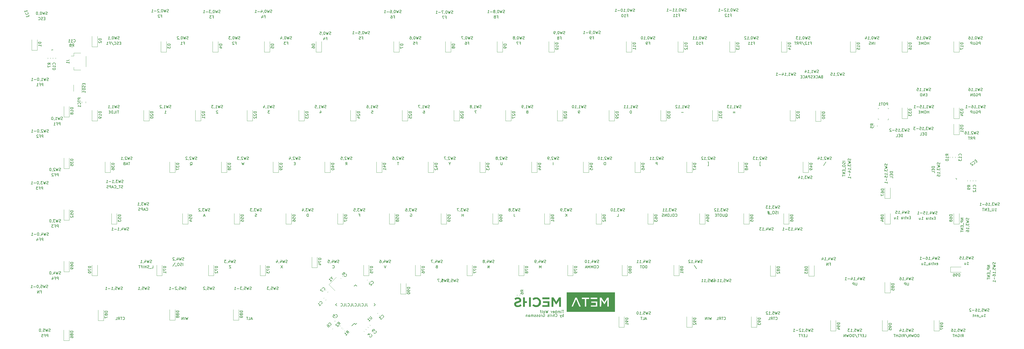
<source format=gbo>
G04 #@! TF.GenerationSoftware,KiCad,Pcbnew,(5.1.4)-1*
G04 #@! TF.CreationDate,2020-03-17T00:39:42-07:00*
G04 #@! TF.ProjectId,mad cat,6d616420-6361-4742-9e6b-696361645f70,rev?*
G04 #@! TF.SameCoordinates,Original*
G04 #@! TF.FileFunction,Legend,Bot*
G04 #@! TF.FilePolarity,Positive*
%FSLAX46Y46*%
G04 Gerber Fmt 4.6, Leading zero omitted, Abs format (unit mm)*
G04 Created by KiCad (PCBNEW (5.1.4)-1) date 2020-03-17 00:39:42*
%MOMM*%
%LPD*%
G04 APERTURE LIST*
%ADD10C,0.200000*%
%ADD11C,0.150000*%
%ADD12C,0.120000*%
%ADD13C,0.010000*%
%ADD14C,0.100000*%
G04 APERTURE END LIST*
D10*
X128146190Y-111552380D02*
X128146190Y-112266666D01*
X128193809Y-112409523D01*
X128289047Y-112504761D01*
X128431904Y-112552380D01*
X128527142Y-112552380D01*
X127193809Y-112552380D02*
X127670000Y-112552380D01*
X127670000Y-111552380D01*
X126289047Y-112457142D02*
X126336666Y-112504761D01*
X126479523Y-112552380D01*
X126574761Y-112552380D01*
X126717619Y-112504761D01*
X126812857Y-112409523D01*
X126860476Y-112314285D01*
X126908095Y-112123809D01*
X126908095Y-111980952D01*
X126860476Y-111790476D01*
X126812857Y-111695238D01*
X126717619Y-111600000D01*
X126574761Y-111552380D01*
X126479523Y-111552380D01*
X126336666Y-111600000D01*
X126289047Y-111647619D01*
X125574761Y-111552380D02*
X125574761Y-112266666D01*
X125622380Y-112409523D01*
X125717619Y-112504761D01*
X125860476Y-112552380D01*
X125955714Y-112552380D01*
X124622380Y-112552380D02*
X125098571Y-112552380D01*
X125098571Y-111552380D01*
X123717619Y-112457142D02*
X123765238Y-112504761D01*
X123908095Y-112552380D01*
X124003333Y-112552380D01*
X124146190Y-112504761D01*
X124241428Y-112409523D01*
X124289047Y-112314285D01*
X124336666Y-112123809D01*
X124336666Y-111980952D01*
X124289047Y-111790476D01*
X124241428Y-111695238D01*
X124146190Y-111600000D01*
X124003333Y-111552380D01*
X123908095Y-111552380D01*
X123765238Y-111600000D01*
X123717619Y-111647619D01*
X123003333Y-111552380D02*
X123003333Y-112266666D01*
X123050952Y-112409523D01*
X123146190Y-112504761D01*
X123289047Y-112552380D01*
X123384285Y-112552380D01*
X122050952Y-112552380D02*
X122527142Y-112552380D01*
X122527142Y-111552380D01*
X121146190Y-112457142D02*
X121193809Y-112504761D01*
X121336666Y-112552380D01*
X121431904Y-112552380D01*
X121574761Y-112504761D01*
X121670000Y-112409523D01*
X121717619Y-112314285D01*
X121765238Y-112123809D01*
X121765238Y-111980952D01*
X121717619Y-111790476D01*
X121670000Y-111695238D01*
X121574761Y-111600000D01*
X121431904Y-111552380D01*
X121336666Y-111552380D01*
X121193809Y-111600000D01*
X121146190Y-111647619D01*
X120431904Y-111552380D02*
X120431904Y-112266666D01*
X120479523Y-112409523D01*
X120574761Y-112504761D01*
X120717619Y-112552380D01*
X120812857Y-112552380D01*
X119479523Y-112552380D02*
X119955714Y-112552380D01*
X119955714Y-111552380D01*
X118574761Y-112457142D02*
X118622380Y-112504761D01*
X118765238Y-112552380D01*
X118860476Y-112552380D01*
X119003333Y-112504761D01*
X119098571Y-112409523D01*
X119146190Y-112314285D01*
X119193809Y-112123809D01*
X119193809Y-111980952D01*
X119146190Y-111790476D01*
X119098571Y-111695238D01*
X119003333Y-111600000D01*
X118860476Y-111552380D01*
X118765238Y-111552380D01*
X118622380Y-111600000D01*
X118574761Y-111647619D01*
D11*
X200707261Y-114052380D02*
X200135833Y-114052380D01*
X200421547Y-115052380D02*
X200421547Y-114052380D01*
X199802500Y-115052380D02*
X199802500Y-114385714D01*
X199802500Y-114052380D02*
X199850119Y-114100000D01*
X199802500Y-114147619D01*
X199754880Y-114100000D01*
X199802500Y-114052380D01*
X199802500Y-114147619D01*
X199326309Y-115052380D02*
X199326309Y-114385714D01*
X199326309Y-114480952D02*
X199278690Y-114433333D01*
X199183452Y-114385714D01*
X199040595Y-114385714D01*
X198945357Y-114433333D01*
X198897738Y-114528571D01*
X198897738Y-115052380D01*
X198897738Y-114528571D02*
X198850119Y-114433333D01*
X198754880Y-114385714D01*
X198612023Y-114385714D01*
X198516785Y-114433333D01*
X198469166Y-114528571D01*
X198469166Y-115052380D01*
X197992976Y-115052380D02*
X197992976Y-114052380D01*
X197992976Y-114433333D02*
X197897738Y-114385714D01*
X197707261Y-114385714D01*
X197612023Y-114433333D01*
X197564404Y-114480952D01*
X197516785Y-114576190D01*
X197516785Y-114861904D01*
X197564404Y-114957142D01*
X197612023Y-115004761D01*
X197707261Y-115052380D01*
X197897738Y-115052380D01*
X197992976Y-115004761D01*
X196707261Y-115004761D02*
X196802500Y-115052380D01*
X196992976Y-115052380D01*
X197088214Y-115004761D01*
X197135833Y-114909523D01*
X197135833Y-114528571D01*
X197088214Y-114433333D01*
X196992976Y-114385714D01*
X196802500Y-114385714D01*
X196707261Y-114433333D01*
X196659642Y-114528571D01*
X196659642Y-114623809D01*
X197135833Y-114719047D01*
X196231071Y-115052380D02*
X196231071Y-114385714D01*
X196231071Y-114576190D02*
X196183452Y-114480952D01*
X196135833Y-114433333D01*
X196040595Y-114385714D01*
X195945357Y-114385714D01*
X194945357Y-114052380D02*
X194707261Y-115052380D01*
X194516785Y-114338095D01*
X194326309Y-115052380D01*
X194088214Y-114052380D01*
X193564404Y-115052380D02*
X193659642Y-115004761D01*
X193707261Y-114957142D01*
X193754880Y-114861904D01*
X193754880Y-114576190D01*
X193707261Y-114480952D01*
X193659642Y-114433333D01*
X193564404Y-114385714D01*
X193421547Y-114385714D01*
X193326309Y-114433333D01*
X193278690Y-114480952D01*
X193231071Y-114576190D01*
X193231071Y-114861904D01*
X193278690Y-114957142D01*
X193326309Y-115004761D01*
X193421547Y-115052380D01*
X193564404Y-115052380D01*
X192659642Y-115052380D02*
X192754880Y-115004761D01*
X192802500Y-114909523D01*
X192802500Y-114052380D01*
X192421547Y-114385714D02*
X192040595Y-114385714D01*
X192278690Y-115052380D02*
X192278690Y-114195238D01*
X192231071Y-114100000D01*
X192135833Y-114052380D01*
X192040595Y-114052380D01*
X200664404Y-116452380D02*
X200664404Y-115452380D01*
X200664404Y-115833333D02*
X200569166Y-115785714D01*
X200378690Y-115785714D01*
X200283452Y-115833333D01*
X200235833Y-115880952D01*
X200188214Y-115976190D01*
X200188214Y-116261904D01*
X200235833Y-116357142D01*
X200283452Y-116404761D01*
X200378690Y-116452380D01*
X200569166Y-116452380D01*
X200664404Y-116404761D01*
X199854880Y-115785714D02*
X199616785Y-116452380D01*
X199378690Y-115785714D02*
X199616785Y-116452380D01*
X199712023Y-116690476D01*
X199759642Y-116738095D01*
X199854880Y-116785714D01*
X197664404Y-116357142D02*
X197712023Y-116404761D01*
X197854880Y-116452380D01*
X197950119Y-116452380D01*
X198092976Y-116404761D01*
X198188214Y-116309523D01*
X198235833Y-116214285D01*
X198283452Y-116023809D01*
X198283452Y-115880952D01*
X198235833Y-115690476D01*
X198188214Y-115595238D01*
X198092976Y-115500000D01*
X197950119Y-115452380D01*
X197854880Y-115452380D01*
X197712023Y-115500000D01*
X197664404Y-115547619D01*
X197235833Y-116452380D02*
X197235833Y-115452380D01*
X196807261Y-116452380D02*
X196807261Y-115928571D01*
X196854880Y-115833333D01*
X196950119Y-115785714D01*
X197092976Y-115785714D01*
X197188214Y-115833333D01*
X197235833Y-115880952D01*
X196331071Y-116452380D02*
X196331071Y-115785714D01*
X196331071Y-115976190D02*
X196283452Y-115880952D01*
X196235833Y-115833333D01*
X196140595Y-115785714D01*
X196045357Y-115785714D01*
X195712023Y-116452380D02*
X195712023Y-115785714D01*
X195712023Y-115452380D02*
X195759642Y-115500000D01*
X195712023Y-115547619D01*
X195664404Y-115500000D01*
X195712023Y-115452380D01*
X195712023Y-115547619D01*
X195283452Y-116404761D02*
X195188214Y-116452380D01*
X194997738Y-116452380D01*
X194902500Y-116404761D01*
X194854880Y-116309523D01*
X194854880Y-116261904D01*
X194902500Y-116166666D01*
X194997738Y-116119047D01*
X195140595Y-116119047D01*
X195235833Y-116071428D01*
X195283452Y-115976190D01*
X195283452Y-115928571D01*
X195235833Y-115833333D01*
X195140595Y-115785714D01*
X194997738Y-115785714D01*
X194902500Y-115833333D01*
X193140595Y-115500000D02*
X193235833Y-115452380D01*
X193378690Y-115452380D01*
X193521547Y-115500000D01*
X193616785Y-115595238D01*
X193664404Y-115690476D01*
X193712023Y-115880952D01*
X193712023Y-116023809D01*
X193664404Y-116214285D01*
X193616785Y-116309523D01*
X193521547Y-116404761D01*
X193378690Y-116452380D01*
X193283452Y-116452380D01*
X193140595Y-116404761D01*
X193092976Y-116357142D01*
X193092976Y-116023809D01*
X193283452Y-116023809D01*
X192664404Y-116452380D02*
X192664404Y-115785714D01*
X192664404Y-115976190D02*
X192616785Y-115880952D01*
X192569166Y-115833333D01*
X192473928Y-115785714D01*
X192378690Y-115785714D01*
X191902500Y-116452380D02*
X191997738Y-116404761D01*
X192045357Y-116357142D01*
X192092976Y-116261904D01*
X192092976Y-115976190D01*
X192045357Y-115880952D01*
X191997738Y-115833333D01*
X191902500Y-115785714D01*
X191759642Y-115785714D01*
X191664404Y-115833333D01*
X191616785Y-115880952D01*
X191569166Y-115976190D01*
X191569166Y-116261904D01*
X191616785Y-116357142D01*
X191664404Y-116404761D01*
X191759642Y-116452380D01*
X191902500Y-116452380D01*
X191188214Y-116404761D02*
X191092976Y-116452380D01*
X190902500Y-116452380D01*
X190807261Y-116404761D01*
X190759642Y-116309523D01*
X190759642Y-116261904D01*
X190807261Y-116166666D01*
X190902500Y-116119047D01*
X191045357Y-116119047D01*
X191140595Y-116071428D01*
X191188214Y-115976190D01*
X191188214Y-115928571D01*
X191140595Y-115833333D01*
X191045357Y-115785714D01*
X190902500Y-115785714D01*
X190807261Y-115833333D01*
X190378690Y-116404761D02*
X190283452Y-116452380D01*
X190092976Y-116452380D01*
X189997738Y-116404761D01*
X189950119Y-116309523D01*
X189950119Y-116261904D01*
X189997738Y-116166666D01*
X190092976Y-116119047D01*
X190235833Y-116119047D01*
X190331071Y-116071428D01*
X190378690Y-115976190D01*
X190378690Y-115928571D01*
X190331071Y-115833333D01*
X190235833Y-115785714D01*
X190092976Y-115785714D01*
X189997738Y-115833333D01*
X189521547Y-116452380D02*
X189521547Y-115785714D01*
X189521547Y-115880952D02*
X189473928Y-115833333D01*
X189378690Y-115785714D01*
X189235833Y-115785714D01*
X189140595Y-115833333D01*
X189092976Y-115928571D01*
X189092976Y-116452380D01*
X189092976Y-115928571D02*
X189045357Y-115833333D01*
X188950119Y-115785714D01*
X188807261Y-115785714D01*
X188712023Y-115833333D01*
X188664404Y-115928571D01*
X188664404Y-116452380D01*
X187759642Y-116452380D02*
X187759642Y-115928571D01*
X187807261Y-115833333D01*
X187902500Y-115785714D01*
X188092976Y-115785714D01*
X188188214Y-115833333D01*
X187759642Y-116404761D02*
X187854880Y-116452380D01*
X188092976Y-116452380D01*
X188188214Y-116404761D01*
X188235833Y-116309523D01*
X188235833Y-116214285D01*
X188188214Y-116119047D01*
X188092976Y-116071428D01*
X187854880Y-116071428D01*
X187759642Y-116023809D01*
X187283452Y-115785714D02*
X187283452Y-116452380D01*
X187283452Y-115880952D02*
X187235833Y-115833333D01*
X187140595Y-115785714D01*
X186997738Y-115785714D01*
X186902500Y-115833333D01*
X186854880Y-115928571D01*
X186854880Y-116452380D01*
D12*
X345467454Y-65379953D02*
X345401084Y-65798994D01*
X345401084Y-65798994D02*
X345048413Y-65313584D01*
X345048413Y-65313584D02*
X345467454Y-65379953D01*
X11989934Y-18082108D02*
X12182546Y-17704086D01*
X12560568Y-17896698D02*
X11989934Y-18082108D01*
X12182546Y-17704086D02*
X12560568Y-17896698D01*
X142600000Y-108050000D02*
X142600000Y-104150000D01*
X140600000Y-108050000D02*
X140600000Y-104150000D01*
X142600000Y-108050000D02*
X140600000Y-108050000D01*
X343200000Y-100050000D02*
X347100000Y-100050000D01*
X343200000Y-98050000D02*
X347100000Y-98050000D01*
X343200000Y-100050000D02*
X343200000Y-98050000D01*
X6700000Y-18050000D02*
X6700000Y-14150000D01*
X4700000Y-18050000D02*
X4700000Y-14150000D01*
X6700000Y-18050000D02*
X4700000Y-18050000D01*
X28925000Y-16775000D02*
X28925000Y-12875000D01*
X26925000Y-16775000D02*
X26925000Y-12875000D01*
X28925000Y-16775000D02*
X26925000Y-16775000D01*
X54325000Y-18775000D02*
X54325000Y-14875000D01*
X52325000Y-18775000D02*
X52325000Y-14875000D01*
X54325000Y-18775000D02*
X52325000Y-18775000D01*
X73375000Y-18775000D02*
X73375000Y-14875000D01*
X71375000Y-18775000D02*
X71375000Y-14875000D01*
X73375000Y-18775000D02*
X71375000Y-18775000D01*
X92425000Y-18775000D02*
X92425000Y-14875000D01*
X90425000Y-18775000D02*
X90425000Y-14875000D01*
X92425000Y-18775000D02*
X90425000Y-18775000D01*
X111475000Y-18775000D02*
X111475000Y-14875000D01*
X109475000Y-18775000D02*
X109475000Y-14875000D01*
X111475000Y-18775000D02*
X109475000Y-18775000D01*
X140050000Y-18775000D02*
X140050000Y-14875000D01*
X138050000Y-18775000D02*
X138050000Y-14875000D01*
X140050000Y-18775000D02*
X138050000Y-18775000D01*
X159100000Y-18775000D02*
X159100000Y-14875000D01*
X157100000Y-18775000D02*
X157100000Y-14875000D01*
X159100000Y-18775000D02*
X157100000Y-18775000D01*
X178150000Y-18775000D02*
X178150000Y-14875000D01*
X176150000Y-18775000D02*
X176150000Y-14875000D01*
X178150000Y-18775000D02*
X176150000Y-18775000D01*
X197200000Y-18775000D02*
X197200000Y-14875000D01*
X195200000Y-18775000D02*
X195200000Y-14875000D01*
X197200000Y-18775000D02*
X195200000Y-18775000D01*
X225775000Y-18775000D02*
X225775000Y-14875000D01*
X223775000Y-18775000D02*
X223775000Y-14875000D01*
X225775000Y-18775000D02*
X223775000Y-18775000D01*
X244825000Y-18775000D02*
X244825000Y-14875000D01*
X242825000Y-18775000D02*
X242825000Y-14875000D01*
X244825000Y-18775000D02*
X242825000Y-18775000D01*
X263875000Y-18775000D02*
X263875000Y-14875000D01*
X261875000Y-18775000D02*
X261875000Y-14875000D01*
X263875000Y-18775000D02*
X261875000Y-18775000D01*
X282925000Y-18775000D02*
X282925000Y-14875000D01*
X280925000Y-18775000D02*
X280925000Y-14875000D01*
X282925000Y-18775000D02*
X280925000Y-18775000D01*
X308325000Y-18775000D02*
X308325000Y-14875000D01*
X306325000Y-18775000D02*
X306325000Y-14875000D01*
X308325000Y-18775000D02*
X306325000Y-18775000D01*
X327375000Y-18775000D02*
X327375000Y-14875000D01*
X325375000Y-18775000D02*
X325375000Y-14875000D01*
X327375000Y-18775000D02*
X325375000Y-18775000D01*
X346425000Y-18775000D02*
X346425000Y-14875000D01*
X344425000Y-18775000D02*
X344425000Y-14875000D01*
X346425000Y-18775000D02*
X344425000Y-18775000D01*
X18525000Y-42675000D02*
X18525000Y-38775000D01*
X16525000Y-42675000D02*
X16525000Y-38775000D01*
X18525000Y-42675000D02*
X16525000Y-42675000D01*
X28925000Y-44175000D02*
X28925000Y-40275000D01*
X26925000Y-44175000D02*
X26925000Y-40275000D01*
X28925000Y-44175000D02*
X26925000Y-44175000D01*
X47975000Y-44175000D02*
X47975000Y-40275000D01*
X45975000Y-44175000D02*
X45975000Y-40275000D01*
X47975000Y-44175000D02*
X45975000Y-44175000D01*
X67025000Y-44175000D02*
X67025000Y-40275000D01*
X65025000Y-44175000D02*
X65025000Y-40275000D01*
X67025000Y-44175000D02*
X65025000Y-44175000D01*
X86075000Y-44175000D02*
X86075000Y-40275000D01*
X84075000Y-44175000D02*
X84075000Y-40275000D01*
X86075000Y-44175000D02*
X84075000Y-44175000D01*
X105125000Y-44175000D02*
X105125000Y-40275000D01*
X103125000Y-44175000D02*
X103125000Y-40275000D01*
X105125000Y-44175000D02*
X103125000Y-44175000D01*
X124175000Y-44175000D02*
X124175000Y-40275000D01*
X122175000Y-44175000D02*
X122175000Y-40275000D01*
X124175000Y-44175000D02*
X122175000Y-44175000D01*
X143225000Y-44175000D02*
X143225000Y-40275000D01*
X141225000Y-44175000D02*
X141225000Y-40275000D01*
X143225000Y-44175000D02*
X141225000Y-44175000D01*
X162275000Y-44175000D02*
X162275000Y-40275000D01*
X160275000Y-44175000D02*
X160275000Y-40275000D01*
X162275000Y-44175000D02*
X160275000Y-44175000D01*
X181325000Y-44175000D02*
X181325000Y-40275000D01*
X179325000Y-44175000D02*
X179325000Y-40275000D01*
X181325000Y-44175000D02*
X179325000Y-44175000D01*
X200375000Y-44175000D02*
X200375000Y-40275000D01*
X198375000Y-44175000D02*
X198375000Y-40275000D01*
X200375000Y-44175000D02*
X198375000Y-44175000D01*
X219425000Y-44175000D02*
X219425000Y-40275000D01*
X217425000Y-44175000D02*
X217425000Y-40275000D01*
X219425000Y-44175000D02*
X217425000Y-44175000D01*
X238475000Y-44175000D02*
X238475000Y-40275000D01*
X236475000Y-44175000D02*
X236475000Y-40275000D01*
X238475000Y-44175000D02*
X236475000Y-44175000D01*
X257525000Y-44175000D02*
X257525000Y-40275000D01*
X255525000Y-44175000D02*
X255525000Y-40275000D01*
X257525000Y-44175000D02*
X255525000Y-44175000D01*
X286100000Y-44175000D02*
X286100000Y-40275000D01*
X284100000Y-44175000D02*
X284100000Y-40275000D01*
X286100000Y-44175000D02*
X284100000Y-44175000D01*
X327375000Y-43250000D02*
X327375000Y-39350000D01*
X325375000Y-43250000D02*
X325375000Y-39350000D01*
X327375000Y-43250000D02*
X325375000Y-43250000D01*
X346425000Y-43250000D02*
X346425000Y-39350000D01*
X344425000Y-43250000D02*
X344425000Y-39350000D01*
X346425000Y-43250000D02*
X344425000Y-43250000D01*
X18525000Y-61725000D02*
X18525000Y-57825000D01*
X16525000Y-61725000D02*
X16525000Y-57825000D01*
X18525000Y-61725000D02*
X16525000Y-61725000D01*
X33687500Y-63225000D02*
X33687500Y-59325000D01*
X31687500Y-63225000D02*
X31687500Y-59325000D01*
X33687500Y-63225000D02*
X31687500Y-63225000D01*
X57500000Y-63225000D02*
X57500000Y-59325000D01*
X55500000Y-63225000D02*
X55500000Y-59325000D01*
X57500000Y-63225000D02*
X55500000Y-63225000D01*
X76550000Y-63225000D02*
X76550000Y-59325000D01*
X74550000Y-63225000D02*
X74550000Y-59325000D01*
X76550000Y-63225000D02*
X74550000Y-63225000D01*
X95600000Y-63225000D02*
X95600000Y-59325000D01*
X93600000Y-63225000D02*
X93600000Y-59325000D01*
X95600000Y-63225000D02*
X93600000Y-63225000D01*
X114650000Y-63225000D02*
X114650000Y-59325000D01*
X112650000Y-63225000D02*
X112650000Y-59325000D01*
X114650000Y-63225000D02*
X112650000Y-63225000D01*
X133700000Y-63225000D02*
X133700000Y-59325000D01*
X131700000Y-63225000D02*
X131700000Y-59325000D01*
X133700000Y-63225000D02*
X131700000Y-63225000D01*
X152750000Y-63225000D02*
X152750000Y-59325000D01*
X150750000Y-63225000D02*
X150750000Y-59325000D01*
X152750000Y-63225000D02*
X150750000Y-63225000D01*
X171800000Y-63225000D02*
X171800000Y-59325000D01*
X169800000Y-63225000D02*
X169800000Y-59325000D01*
X171800000Y-63225000D02*
X169800000Y-63225000D01*
X190850000Y-63225000D02*
X190850000Y-59325000D01*
X188850000Y-63225000D02*
X188850000Y-59325000D01*
X190850000Y-63225000D02*
X188850000Y-63225000D01*
X209900000Y-63225000D02*
X209900000Y-59325000D01*
X207900000Y-63225000D02*
X207900000Y-59325000D01*
X209900000Y-63225000D02*
X207900000Y-63225000D01*
X228950000Y-63225000D02*
X228950000Y-59325000D01*
X226950000Y-63225000D02*
X226950000Y-59325000D01*
X228950000Y-63225000D02*
X226950000Y-63225000D01*
X248000000Y-63225000D02*
X248000000Y-59325000D01*
X246000000Y-63225000D02*
X246000000Y-59325000D01*
X248000000Y-63225000D02*
X246000000Y-63225000D01*
X267050000Y-63225000D02*
X267050000Y-59325000D01*
X265050000Y-63225000D02*
X265050000Y-59325000D01*
X267050000Y-63225000D02*
X265050000Y-63225000D01*
X290862500Y-63225000D02*
X290862500Y-59325000D01*
X288862500Y-63225000D02*
X288862500Y-59325000D01*
X290862500Y-63225000D02*
X288862500Y-63225000D01*
X295481250Y-44318750D02*
X295481250Y-40418750D01*
X293481250Y-44318750D02*
X293481250Y-40418750D01*
X295481250Y-44318750D02*
X293481250Y-44318750D01*
X346425000Y-49250000D02*
X346425000Y-45350000D01*
X344425000Y-49250000D02*
X344425000Y-45350000D01*
X346425000Y-49250000D02*
X344425000Y-49250000D01*
X18525000Y-80775000D02*
X18525000Y-76875000D01*
X16525000Y-80775000D02*
X16525000Y-76875000D01*
X18525000Y-80775000D02*
X16525000Y-80775000D01*
X36068750Y-82275000D02*
X36068750Y-78375000D01*
X34068750Y-82275000D02*
X34068750Y-78375000D01*
X36068750Y-82275000D02*
X34068750Y-82275000D01*
X62262500Y-82275000D02*
X62262500Y-78375000D01*
X60262500Y-82275000D02*
X60262500Y-78375000D01*
X62262500Y-82275000D02*
X60262500Y-82275000D01*
X81312500Y-82275000D02*
X81312500Y-78375000D01*
X79312500Y-82275000D02*
X79312500Y-78375000D01*
X81312500Y-82275000D02*
X79312500Y-82275000D01*
X100362500Y-82275000D02*
X100362500Y-78375000D01*
X98362500Y-82275000D02*
X98362500Y-78375000D01*
X100362500Y-82275000D02*
X98362500Y-82275000D01*
X119412500Y-82275000D02*
X119412500Y-78375000D01*
X117412500Y-82275000D02*
X117412500Y-78375000D01*
X119412500Y-82275000D02*
X117412500Y-82275000D01*
X138462500Y-82275000D02*
X138462500Y-78375000D01*
X136462500Y-82275000D02*
X136462500Y-78375000D01*
X138462500Y-82275000D02*
X136462500Y-82275000D01*
X157512500Y-82275000D02*
X157512500Y-78375000D01*
X155512500Y-82275000D02*
X155512500Y-78375000D01*
X157512500Y-82275000D02*
X155512500Y-82275000D01*
X176562500Y-82275000D02*
X176562500Y-78375000D01*
X174562500Y-82275000D02*
X174562500Y-78375000D01*
X176562500Y-82275000D02*
X174562500Y-82275000D01*
X195612500Y-82275000D02*
X195612500Y-78375000D01*
X193612500Y-82275000D02*
X193612500Y-78375000D01*
X195612500Y-82275000D02*
X193612500Y-82275000D01*
X214662500Y-82275000D02*
X214662500Y-78375000D01*
X212662500Y-82275000D02*
X212662500Y-78375000D01*
X214662500Y-82275000D02*
X212662500Y-82275000D01*
X233712500Y-82275000D02*
X233712500Y-78375000D01*
X231712500Y-82275000D02*
X231712500Y-78375000D01*
X233712500Y-82275000D02*
X231712500Y-82275000D01*
X252762500Y-82275000D02*
X252762500Y-78375000D01*
X250762500Y-82275000D02*
X250762500Y-78375000D01*
X252762500Y-82275000D02*
X250762500Y-82275000D01*
X269000000Y-82275000D02*
X269000000Y-78375000D01*
X267000000Y-82275000D02*
X267000000Y-78375000D01*
X269000000Y-82275000D02*
X267000000Y-82275000D01*
X283718750Y-82275000D02*
X283718750Y-78375000D01*
X281718750Y-82275000D02*
X281718750Y-78375000D01*
X283718750Y-82275000D02*
X281718750Y-82275000D01*
X321025000Y-72750000D02*
X321025000Y-68850000D01*
X319025000Y-72750000D02*
X319025000Y-68850000D01*
X321025000Y-72750000D02*
X319025000Y-72750000D01*
X346425000Y-82250000D02*
X346425000Y-78350000D01*
X344425000Y-82250000D02*
X344425000Y-78350000D01*
X346425000Y-82250000D02*
X344425000Y-82250000D01*
X18525000Y-99825000D02*
X18525000Y-95925000D01*
X16525000Y-99825000D02*
X16525000Y-95925000D01*
X18525000Y-99825000D02*
X16525000Y-99825000D01*
X28925000Y-101325000D02*
X28925000Y-97425000D01*
X26925000Y-101325000D02*
X26925000Y-97425000D01*
X28925000Y-101325000D02*
X26925000Y-101325000D01*
X52737500Y-101325000D02*
X52737500Y-97425000D01*
X50737500Y-101325000D02*
X50737500Y-97425000D01*
X52737500Y-101325000D02*
X50737500Y-101325000D01*
X71787500Y-101325000D02*
X71787500Y-97425000D01*
X69787500Y-101325000D02*
X69787500Y-97425000D01*
X71787500Y-101325000D02*
X69787500Y-101325000D01*
X90837500Y-101325000D02*
X90837500Y-97425000D01*
X88837500Y-101325000D02*
X88837500Y-97425000D01*
X90837500Y-101325000D02*
X88837500Y-101325000D01*
X109887500Y-98325000D02*
X109887500Y-94425000D01*
X107887500Y-98325000D02*
X107887500Y-94425000D01*
X109887500Y-98325000D02*
X107887500Y-98325000D01*
X128937500Y-101325000D02*
X128937500Y-97425000D01*
X126937500Y-101325000D02*
X126937500Y-97425000D01*
X128937500Y-101325000D02*
X126937500Y-101325000D01*
X147987500Y-101325000D02*
X147987500Y-97425000D01*
X145987500Y-101325000D02*
X145987500Y-97425000D01*
X147987500Y-101325000D02*
X145987500Y-101325000D01*
X167037500Y-101325000D02*
X167037500Y-97425000D01*
X165037500Y-101325000D02*
X165037500Y-97425000D01*
X167037500Y-101325000D02*
X165037500Y-101325000D01*
X186087500Y-101325000D02*
X186087500Y-97425000D01*
X184087500Y-101325000D02*
X184087500Y-97425000D01*
X186087500Y-101325000D02*
X184087500Y-101325000D01*
X204137500Y-101325000D02*
X204137500Y-97425000D01*
X202137500Y-101325000D02*
X202137500Y-97425000D01*
X204137500Y-101325000D02*
X202137500Y-101325000D01*
X224187500Y-101325000D02*
X224187500Y-97425000D01*
X222187500Y-101325000D02*
X222187500Y-97425000D01*
X224187500Y-101325000D02*
X222187500Y-101325000D01*
X243237500Y-101325000D02*
X243237500Y-97425000D01*
X241237500Y-101325000D02*
X241237500Y-97425000D01*
X243237500Y-101325000D02*
X241237500Y-101325000D01*
X278812500Y-101468750D02*
X278812500Y-97568750D01*
X276812500Y-101468750D02*
X276812500Y-97568750D01*
X278812500Y-101468750D02*
X276812500Y-101468750D01*
X293000000Y-101468750D02*
X293000000Y-97568750D01*
X291000000Y-101468750D02*
X291000000Y-97568750D01*
X293000000Y-101468750D02*
X291000000Y-101468750D01*
X321025000Y-82275000D02*
X321025000Y-78375000D01*
X319025000Y-82275000D02*
X319025000Y-78375000D01*
X321025000Y-82275000D02*
X319025000Y-82275000D01*
X321025000Y-107675000D02*
X321025000Y-103775000D01*
X319025000Y-107675000D02*
X319025000Y-103775000D01*
X321025000Y-107675000D02*
X319025000Y-107675000D01*
X18500000Y-125250000D02*
X18500000Y-121350000D01*
X16500000Y-125250000D02*
X16500000Y-121350000D01*
X18500000Y-125250000D02*
X16500000Y-125250000D01*
X31187500Y-117875000D02*
X31187500Y-113975000D01*
X29187500Y-117875000D02*
X29187500Y-113975000D01*
X31187500Y-117875000D02*
X29187500Y-117875000D01*
X57500000Y-117750000D02*
X57500000Y-113850000D01*
X55500000Y-117750000D02*
X55500000Y-113850000D01*
X57500000Y-117750000D02*
X55500000Y-117750000D01*
X81000000Y-117750000D02*
X81000000Y-113850000D01*
X79000000Y-117750000D02*
X79000000Y-113850000D01*
X81000000Y-117750000D02*
X79000000Y-117750000D01*
X223000000Y-120375000D02*
X223000000Y-116475000D01*
X221000000Y-120375000D02*
X221000000Y-116475000D01*
X223000000Y-120375000D02*
X221000000Y-120375000D01*
X248000000Y-120375000D02*
X248000000Y-116475000D01*
X246000000Y-120375000D02*
X246000000Y-116475000D01*
X248000000Y-120375000D02*
X246000000Y-120375000D01*
X271812500Y-120375000D02*
X271812500Y-116475000D01*
X269812500Y-120375000D02*
X269812500Y-116475000D01*
X271812500Y-120375000D02*
X269812500Y-120375000D01*
X300975000Y-121725000D02*
X300975000Y-117825000D01*
X298975000Y-121725000D02*
X298975000Y-117825000D01*
X300975000Y-121725000D02*
X298975000Y-121725000D01*
X320025000Y-121725000D02*
X320025000Y-117825000D01*
X318025000Y-121725000D02*
X318025000Y-117825000D01*
X320025000Y-121725000D02*
X318025000Y-121725000D01*
X339075000Y-121725000D02*
X339075000Y-117825000D01*
X337075000Y-121725000D02*
X337075000Y-117825000D01*
X339075000Y-121725000D02*
X337075000Y-121725000D01*
X113875727Y-107245522D02*
X113645522Y-107475727D01*
X113154478Y-106524273D02*
X112924273Y-106754478D01*
D11*
X123593414Y-118911969D02*
X122691852Y-119813530D01*
X131318555Y-112000000D02*
X130841258Y-112477297D01*
X124000000Y-104681445D02*
X123522703Y-105158742D01*
X116681445Y-112000000D02*
X117158742Y-111522703D01*
X124000000Y-119318555D02*
X124477297Y-118841258D01*
X116681445Y-112000000D02*
X117158742Y-112477297D01*
X124000000Y-104681445D02*
X124477297Y-105158742D01*
X131318555Y-112000000D02*
X130841258Y-111522703D01*
X124000000Y-119318555D02*
X123593414Y-118911969D01*
D12*
X24685000Y-20285000D02*
X24685000Y-24165000D01*
X20215000Y-25335000D02*
X20215000Y-24285000D01*
X22715000Y-25335000D02*
X20215000Y-25335000D01*
X20215000Y-20165000D02*
X19225000Y-20165000D01*
X20215000Y-19115000D02*
X20215000Y-20165000D01*
X22715000Y-19115000D02*
X20215000Y-19115000D01*
X113175727Y-110145522D02*
X112945522Y-110375727D01*
X112454478Y-109424273D02*
X112224273Y-109654478D01*
X128224273Y-102954478D02*
X128454478Y-102724273D01*
X128945522Y-103675727D02*
X129175727Y-103445522D01*
X132975727Y-115845522D02*
X132745522Y-116075727D01*
X132254478Y-115124273D02*
X132024273Y-115354478D01*
X127745522Y-121024273D02*
X127975727Y-121254478D01*
X127024273Y-121745522D02*
X127254478Y-121975727D01*
X116562779Y-118010000D02*
X116237221Y-118010000D01*
X116562779Y-116990000D02*
X116237221Y-116990000D01*
X115675727Y-120745522D02*
X115445522Y-120975727D01*
X114954478Y-120024273D02*
X114724273Y-120254478D01*
X118697631Y-102418880D02*
X118467426Y-102188675D01*
X119418880Y-101697631D02*
X119188675Y-101467426D01*
X129245522Y-119524273D02*
X129475727Y-119754478D01*
X128524273Y-120245522D02*
X128754478Y-120475727D01*
X12490000Y-21162779D02*
X12490000Y-20837221D01*
X13510000Y-21162779D02*
X13510000Y-20837221D01*
X19337221Y-15990000D02*
X19662779Y-15990000D01*
X19337221Y-17010000D02*
X19662779Y-17010000D01*
X120175727Y-121545522D02*
X119945522Y-121775727D01*
X119454478Y-120824273D02*
X119224273Y-121054478D01*
X119075727Y-120445522D02*
X118845522Y-120675727D01*
X118354478Y-119724273D02*
X118124273Y-119954478D01*
X183490000Y-108625279D02*
X183490000Y-108299721D01*
X184510000Y-108625279D02*
X184510000Y-108299721D01*
X11619936Y-20837221D02*
X11619936Y-21162779D01*
X10599936Y-20837221D02*
X10599936Y-21162779D01*
X19662779Y-15280191D02*
X19337221Y-15280191D01*
X19662779Y-14260191D02*
X19337221Y-14260191D01*
X316210000Y-45837221D02*
X316210000Y-46162779D01*
X315190000Y-45837221D02*
X315190000Y-46162779D01*
X351490000Y-66362779D02*
X351490000Y-66037221D01*
X352510000Y-66362779D02*
X352510000Y-66037221D01*
X346010000Y-57437221D02*
X346010000Y-57762779D01*
X344990000Y-57437221D02*
X344990000Y-57762779D01*
X350510000Y-66037221D02*
X350510000Y-66362779D01*
X349490000Y-66037221D02*
X349490000Y-66362779D01*
X342990000Y-57762779D02*
X342990000Y-57437221D01*
X344010000Y-57762779D02*
X344010000Y-57437221D01*
D13*
G36*
X192829666Y-109899334D02*
G01*
X195369666Y-109899334D01*
X195369666Y-109349000D01*
X192829666Y-109349000D01*
X192829666Y-109899334D01*
X192829666Y-109899334D01*
G37*
X192829666Y-109899334D02*
X195369666Y-109899334D01*
X195369666Y-109349000D01*
X192829666Y-109349000D01*
X192829666Y-109899334D01*
G36*
X185717666Y-112735667D02*
G01*
X186310333Y-112735667D01*
X186310333Y-111296334D01*
X187114666Y-111296334D01*
X187114666Y-110746000D01*
X186310333Y-110746000D01*
X186310333Y-109349000D01*
X185717666Y-109349000D01*
X185717666Y-112735667D01*
X185717666Y-112735667D01*
G37*
X185717666Y-112735667D02*
X186310333Y-112735667D01*
X186310333Y-111296334D01*
X187114666Y-111296334D01*
X187114666Y-110746000D01*
X186310333Y-110746000D01*
X186310333Y-109349000D01*
X185717666Y-109349000D01*
X185717666Y-112735667D01*
G36*
X187961333Y-112735667D02*
G01*
X188554000Y-112735667D01*
X188554000Y-109349000D01*
X187961333Y-109349000D01*
X187961333Y-112735667D01*
X187961333Y-112735667D01*
G37*
X187961333Y-112735667D02*
X188554000Y-112735667D01*
X188554000Y-109349000D01*
X187961333Y-109349000D01*
X187961333Y-112735667D01*
G36*
X193083666Y-111296334D02*
G01*
X194777000Y-111296334D01*
X194777000Y-112185334D01*
X192829666Y-112185334D01*
X192829666Y-112735667D01*
X195369666Y-112735667D01*
X195369666Y-110746000D01*
X193083666Y-110746000D01*
X193083666Y-111296334D01*
X193083666Y-111296334D01*
G37*
X193083666Y-111296334D02*
X194777000Y-111296334D01*
X194777000Y-112185334D01*
X192829666Y-112185334D01*
X192829666Y-112735667D01*
X195369666Y-112735667D01*
X195369666Y-110746000D01*
X193083666Y-110746000D01*
X193083666Y-111296334D01*
G36*
X196258666Y-112735667D02*
G01*
X196851333Y-112735667D01*
X196851765Y-111518584D01*
X196852197Y-110301500D01*
X197370348Y-111095023D01*
X197521249Y-111324089D01*
X197657632Y-111527264D01*
X197772514Y-111694455D01*
X197858907Y-111815570D01*
X197909828Y-111880514D01*
X197919680Y-111888773D01*
X197951336Y-111855240D01*
X198022585Y-111761231D01*
X198126236Y-111616836D01*
X198255100Y-111432147D01*
X198401986Y-111217255D01*
X198470014Y-111116417D01*
X198989166Y-110343834D01*
X199000409Y-111539750D01*
X199011652Y-112735667D01*
X199603000Y-112735667D01*
X199603000Y-109349000D01*
X198940719Y-109349000D01*
X198440202Y-110134476D01*
X198283529Y-110376174D01*
X198146163Y-110579907D01*
X198033872Y-110737657D01*
X197952418Y-110841408D01*
X197907569Y-110883141D01*
X197902285Y-110882552D01*
X197868904Y-110837064D01*
X197797191Y-110731541D01*
X197694577Y-110577184D01*
X197568492Y-110385190D01*
X197426369Y-110166761D01*
X197388120Y-110107659D01*
X196911355Y-109370167D01*
X196585011Y-109357803D01*
X196258666Y-109345439D01*
X196258666Y-112735667D01*
X196258666Y-112735667D01*
G37*
X196258666Y-112735667D02*
X196851333Y-112735667D01*
X196851765Y-111518584D01*
X196852197Y-110301500D01*
X197370348Y-111095023D01*
X197521249Y-111324089D01*
X197657632Y-111527264D01*
X197772514Y-111694455D01*
X197858907Y-111815570D01*
X197909828Y-111880514D01*
X197919680Y-111888773D01*
X197951336Y-111855240D01*
X198022585Y-111761231D01*
X198126236Y-111616836D01*
X198255100Y-111432147D01*
X198401986Y-111217255D01*
X198470014Y-111116417D01*
X198989166Y-110343834D01*
X199000409Y-111539750D01*
X199011652Y-112735667D01*
X199603000Y-112735667D01*
X199603000Y-109349000D01*
X198940719Y-109349000D01*
X198440202Y-110134476D01*
X198283529Y-110376174D01*
X198146163Y-110579907D01*
X198033872Y-110737657D01*
X197952418Y-110841408D01*
X197907569Y-110883141D01*
X197902285Y-110882552D01*
X197868904Y-110837064D01*
X197797191Y-110731541D01*
X197694577Y-110577184D01*
X197568492Y-110385190D01*
X197426369Y-110166761D01*
X197388120Y-110107659D01*
X196911355Y-109370167D01*
X196585011Y-109357803D01*
X196258666Y-109345439D01*
X196258666Y-112735667D01*
G36*
X183522178Y-109306119D02*
G01*
X183333550Y-109344772D01*
X183129366Y-109406470D01*
X182932618Y-109482091D01*
X182766298Y-109562509D01*
X182653395Y-109638600D01*
X182633824Y-109658679D01*
X182618739Y-109709733D01*
X182647458Y-109789561D01*
X182726151Y-109914427D01*
X182736459Y-109929236D01*
X182886161Y-110143083D01*
X183181900Y-109991349D01*
X183469064Y-109871840D01*
X183732449Y-109817602D01*
X183962984Y-109829420D01*
X184150774Y-109907518D01*
X184291338Y-110042112D01*
X184354360Y-110193261D01*
X184339595Y-110347305D01*
X184246795Y-110490584D01*
X184162573Y-110559736D01*
X184059526Y-110611449D01*
X183901722Y-110670493D01*
X183717257Y-110726775D01*
X183646062Y-110745326D01*
X183267511Y-110855836D01*
X182967971Y-110983114D01*
X182742650Y-111131861D01*
X182586759Y-111306779D01*
X182495505Y-111512569D01*
X182464098Y-111753932D01*
X182470189Y-111899111D01*
X182529854Y-112180363D01*
X182655009Y-112409148D01*
X182848997Y-112590498D01*
X182982110Y-112669742D01*
X183118424Y-112733431D01*
X183242735Y-112772931D01*
X183385577Y-112794859D01*
X183577485Y-112805832D01*
X183615700Y-112807040D01*
X183791264Y-112810312D01*
X183935498Y-112809464D01*
X184026869Y-112804782D01*
X184045500Y-112801310D01*
X184107163Y-112781224D01*
X184221893Y-112747381D01*
X184322647Y-112718896D01*
X184447053Y-112673770D01*
X184597064Y-112604176D01*
X184753788Y-112520988D01*
X184898331Y-112435080D01*
X185011801Y-112357326D01*
X185075307Y-112298600D01*
X185082552Y-112281507D01*
X185056850Y-112234253D01*
X184990381Y-112145361D01*
X184919095Y-112059410D01*
X184755752Y-111869987D01*
X184601004Y-111988019D01*
X184309059Y-112165825D01*
X184000988Y-112263157D01*
X183774293Y-112285494D01*
X183507843Y-112269062D01*
X183311006Y-112206946D01*
X183181593Y-112098331D01*
X183154503Y-112054473D01*
X183096117Y-111872916D01*
X183119597Y-111712631D01*
X183224819Y-111573768D01*
X183411661Y-111456477D01*
X183679999Y-111360908D01*
X183736881Y-111346040D01*
X184098228Y-111246122D01*
X184383639Y-111143069D01*
X184601801Y-111031008D01*
X184761400Y-110904067D01*
X184871123Y-110756372D01*
X184939656Y-110582052D01*
X184953523Y-110523491D01*
X184977153Y-110231301D01*
X184926162Y-109967868D01*
X184807441Y-109739052D01*
X184627881Y-109550714D01*
X184394372Y-109408716D01*
X184113806Y-109318917D01*
X183793074Y-109287179D01*
X183522178Y-109306119D01*
X183522178Y-109306119D01*
G37*
X183522178Y-109306119D02*
X183333550Y-109344772D01*
X183129366Y-109406470D01*
X182932618Y-109482091D01*
X182766298Y-109562509D01*
X182653395Y-109638600D01*
X182633824Y-109658679D01*
X182618739Y-109709733D01*
X182647458Y-109789561D01*
X182726151Y-109914427D01*
X182736459Y-109929236D01*
X182886161Y-110143083D01*
X183181900Y-109991349D01*
X183469064Y-109871840D01*
X183732449Y-109817602D01*
X183962984Y-109829420D01*
X184150774Y-109907518D01*
X184291338Y-110042112D01*
X184354360Y-110193261D01*
X184339595Y-110347305D01*
X184246795Y-110490584D01*
X184162573Y-110559736D01*
X184059526Y-110611449D01*
X183901722Y-110670493D01*
X183717257Y-110726775D01*
X183646062Y-110745326D01*
X183267511Y-110855836D01*
X182967971Y-110983114D01*
X182742650Y-111131861D01*
X182586759Y-111306779D01*
X182495505Y-111512569D01*
X182464098Y-111753932D01*
X182470189Y-111899111D01*
X182529854Y-112180363D01*
X182655009Y-112409148D01*
X182848997Y-112590498D01*
X182982110Y-112669742D01*
X183118424Y-112733431D01*
X183242735Y-112772931D01*
X183385577Y-112794859D01*
X183577485Y-112805832D01*
X183615700Y-112807040D01*
X183791264Y-112810312D01*
X183935498Y-112809464D01*
X184026869Y-112804782D01*
X184045500Y-112801310D01*
X184107163Y-112781224D01*
X184221893Y-112747381D01*
X184322647Y-112718896D01*
X184447053Y-112673770D01*
X184597064Y-112604176D01*
X184753788Y-112520988D01*
X184898331Y-112435080D01*
X185011801Y-112357326D01*
X185075307Y-112298600D01*
X185082552Y-112281507D01*
X185056850Y-112234253D01*
X184990381Y-112145361D01*
X184919095Y-112059410D01*
X184755752Y-111869987D01*
X184601004Y-111988019D01*
X184309059Y-112165825D01*
X184000988Y-112263157D01*
X183774293Y-112285494D01*
X183507843Y-112269062D01*
X183311006Y-112206946D01*
X183181593Y-112098331D01*
X183154503Y-112054473D01*
X183096117Y-111872916D01*
X183119597Y-111712631D01*
X183224819Y-111573768D01*
X183411661Y-111456477D01*
X183679999Y-111360908D01*
X183736881Y-111346040D01*
X184098228Y-111246122D01*
X184383639Y-111143069D01*
X184601801Y-111031008D01*
X184761400Y-110904067D01*
X184871123Y-110756372D01*
X184939656Y-110582052D01*
X184953523Y-110523491D01*
X184977153Y-110231301D01*
X184926162Y-109967868D01*
X184807441Y-109739052D01*
X184627881Y-109550714D01*
X184394372Y-109408716D01*
X184113806Y-109318917D01*
X183793074Y-109287179D01*
X183522178Y-109306119D01*
G36*
X190501333Y-109329962D02*
G01*
X190269704Y-109333810D01*
X190099157Y-109345124D01*
X189966219Y-109367099D01*
X189847412Y-109402933D01*
X189784861Y-109427507D01*
X189635609Y-109499710D01*
X189486614Y-109588481D01*
X189356894Y-109680363D01*
X189265463Y-109761902D01*
X189231333Y-109819170D01*
X189258059Y-109869271D01*
X189327424Y-109958928D01*
X189404998Y-110047296D01*
X189578664Y-110235701D01*
X189711915Y-110135853D01*
X189950135Y-109979440D01*
X190173575Y-109885584D01*
X190410593Y-109843986D01*
X190527722Y-109839578D01*
X190702104Y-109843843D01*
X190827533Y-109864395D01*
X190939382Y-109909951D01*
X191032858Y-109964050D01*
X191268724Y-110156720D01*
X191446083Y-110398116D01*
X191562567Y-110673585D01*
X191615806Y-110968471D01*
X191603430Y-111268120D01*
X191523070Y-111557877D01*
X191372356Y-111823088D01*
X191340084Y-111864052D01*
X191139374Y-112044163D01*
X190892918Y-112165623D01*
X190619075Y-112225086D01*
X190336205Y-112219210D01*
X190062667Y-112144648D01*
X189988716Y-112110220D01*
X189847847Y-112035584D01*
X189724738Y-111966708D01*
X189666102Y-111931236D01*
X189610184Y-111902009D01*
X189559328Y-111905677D01*
X189492752Y-111951406D01*
X189389670Y-112048360D01*
X189380821Y-112057037D01*
X189189938Y-112244375D01*
X189282277Y-112342665D01*
X189416776Y-112459273D01*
X189597446Y-112581823D01*
X189790295Y-112689004D01*
X189931640Y-112749765D01*
X190137322Y-112800526D01*
X190386756Y-112830839D01*
X190640860Y-112837780D01*
X190857174Y-112819015D01*
X191170392Y-112726006D01*
X191473401Y-112564496D01*
X191748306Y-112348855D01*
X191977213Y-112093455D01*
X192142226Y-111812663D01*
X192158451Y-111774047D01*
X192204789Y-111643097D01*
X192234272Y-111512995D01*
X192250417Y-111358392D01*
X192256739Y-111153937D01*
X192257290Y-111061248D01*
X192256428Y-110853189D01*
X192249535Y-110704360D01*
X192231537Y-110589333D01*
X192197357Y-110482677D01*
X192141921Y-110358961D01*
X192100063Y-110273486D01*
X191911989Y-109964330D01*
X191679496Y-109718410D01*
X191387557Y-109521017D01*
X191270937Y-109461798D01*
X191142605Y-109403452D01*
X191036091Y-109365162D01*
X190927504Y-109342837D01*
X190792953Y-109332384D01*
X190608548Y-109329711D01*
X190501333Y-109329962D01*
X190501333Y-109329962D01*
G37*
X190501333Y-109329962D02*
X190269704Y-109333810D01*
X190099157Y-109345124D01*
X189966219Y-109367099D01*
X189847412Y-109402933D01*
X189784861Y-109427507D01*
X189635609Y-109499710D01*
X189486614Y-109588481D01*
X189356894Y-109680363D01*
X189265463Y-109761902D01*
X189231333Y-109819170D01*
X189258059Y-109869271D01*
X189327424Y-109958928D01*
X189404998Y-110047296D01*
X189578664Y-110235701D01*
X189711915Y-110135853D01*
X189950135Y-109979440D01*
X190173575Y-109885584D01*
X190410593Y-109843986D01*
X190527722Y-109839578D01*
X190702104Y-109843843D01*
X190827533Y-109864395D01*
X190939382Y-109909951D01*
X191032858Y-109964050D01*
X191268724Y-110156720D01*
X191446083Y-110398116D01*
X191562567Y-110673585D01*
X191615806Y-110968471D01*
X191603430Y-111268120D01*
X191523070Y-111557877D01*
X191372356Y-111823088D01*
X191340084Y-111864052D01*
X191139374Y-112044163D01*
X190892918Y-112165623D01*
X190619075Y-112225086D01*
X190336205Y-112219210D01*
X190062667Y-112144648D01*
X189988716Y-112110220D01*
X189847847Y-112035584D01*
X189724738Y-111966708D01*
X189666102Y-111931236D01*
X189610184Y-111902009D01*
X189559328Y-111905677D01*
X189492752Y-111951406D01*
X189389670Y-112048360D01*
X189380821Y-112057037D01*
X189189938Y-112244375D01*
X189282277Y-112342665D01*
X189416776Y-112459273D01*
X189597446Y-112581823D01*
X189790295Y-112689004D01*
X189931640Y-112749765D01*
X190137322Y-112800526D01*
X190386756Y-112830839D01*
X190640860Y-112837780D01*
X190857174Y-112819015D01*
X191170392Y-112726006D01*
X191473401Y-112564496D01*
X191748306Y-112348855D01*
X191977213Y-112093455D01*
X192142226Y-111812663D01*
X192158451Y-111774047D01*
X192204789Y-111643097D01*
X192234272Y-111512995D01*
X192250417Y-111358392D01*
X192256739Y-111153937D01*
X192257290Y-111061248D01*
X192256428Y-110853189D01*
X192249535Y-110704360D01*
X192231537Y-110589333D01*
X192197357Y-110482677D01*
X192141921Y-110358961D01*
X192100063Y-110273486D01*
X191911989Y-109964330D01*
X191679496Y-109718410D01*
X191387557Y-109521017D01*
X191270937Y-109461798D01*
X191142605Y-109403452D01*
X191036091Y-109365162D01*
X190927504Y-109342837D01*
X190792953Y-109332384D01*
X190608548Y-109329711D01*
X190501333Y-109329962D01*
G36*
X201804333Y-114556000D02*
G01*
X219499666Y-114556000D01*
X219499666Y-112735667D01*
X217340666Y-112735667D01*
X216748000Y-112735667D01*
X216748000Y-110301849D01*
X216218496Y-111095425D01*
X216064822Y-111323667D01*
X215925890Y-111526081D01*
X215808758Y-111692702D01*
X215720487Y-111813565D01*
X215668133Y-111878705D01*
X215657580Y-111887264D01*
X215625886Y-111853156D01*
X215554461Y-111758561D01*
X215450440Y-111613505D01*
X215320955Y-111428015D01*
X215173143Y-111212115D01*
X215097000Y-111099471D01*
X214567833Y-110313415D01*
X214556601Y-111524541D01*
X214545368Y-112735667D01*
X213954000Y-112735667D01*
X213954000Y-110746000D01*
X213107333Y-110746000D01*
X213107333Y-112735667D01*
X210609666Y-112735667D01*
X210609666Y-112185334D01*
X212514666Y-112185334D01*
X212514666Y-111296334D01*
X210821333Y-111296334D01*
X210821333Y-110746000D01*
X213107333Y-110746000D01*
X213954000Y-110746000D01*
X213954000Y-109349000D01*
X213107333Y-109349000D01*
X213107333Y-109899334D01*
X210567333Y-109899334D01*
X210567333Y-109349000D01*
X210101666Y-109349000D01*
X210101666Y-109899334D01*
X209043333Y-109899334D01*
X209043333Y-112735667D01*
X208408333Y-112735667D01*
X207010266Y-112735667D01*
X206391109Y-112735667D01*
X205822804Y-111382847D01*
X205669078Y-111018286D01*
X205544095Y-110725561D01*
X205444674Y-110498094D01*
X205367631Y-110329305D01*
X205309785Y-110212615D01*
X205267954Y-110141443D01*
X205238955Y-110109211D01*
X205219606Y-110109339D01*
X205212166Y-110120294D01*
X205185723Y-110180415D01*
X205130661Y-110308414D01*
X205051293Y-110494168D01*
X204951932Y-110727556D01*
X204836889Y-110998454D01*
X204710477Y-111296742D01*
X204640322Y-111462531D01*
X204110811Y-112714500D01*
X203804239Y-112726938D01*
X203655524Y-112728385D01*
X203546573Y-112720702D01*
X203498375Y-112705522D01*
X203497666Y-112703079D01*
X203514138Y-112657815D01*
X203561227Y-112543192D01*
X203635447Y-112367341D01*
X203733313Y-112138397D01*
X203851337Y-111864494D01*
X203986034Y-111553764D01*
X204133917Y-111214342D01*
X204228835Y-110997307D01*
X204960004Y-109327834D01*
X205234252Y-109315639D01*
X205508500Y-109303445D01*
X206151732Y-110776139D01*
X206301071Y-111117974D01*
X206443933Y-111444831D01*
X206575772Y-111746319D01*
X206692039Y-112012046D01*
X206788190Y-112231621D01*
X206859676Y-112394653D01*
X206901951Y-112490749D01*
X206902615Y-112492250D01*
X207010266Y-112735667D01*
X208408333Y-112735667D01*
X208408333Y-109899334D01*
X207350000Y-109899334D01*
X207350000Y-109349000D01*
X210101666Y-109349000D01*
X210567333Y-109349000D01*
X213107333Y-109349000D01*
X213954000Y-109349000D01*
X214282083Y-109349528D01*
X214610166Y-109350055D01*
X215115123Y-110133621D01*
X215299038Y-110415144D01*
X215443069Y-110626701D01*
X215549699Y-110771630D01*
X215621412Y-110853269D01*
X215660691Y-110874956D01*
X215664771Y-110872496D01*
X215700522Y-110824669D01*
X215774443Y-110717045D01*
X215878903Y-110561040D01*
X216006274Y-110368068D01*
X216148928Y-110149544D01*
X216181727Y-110098986D01*
X216653992Y-109370167D01*
X216997329Y-109357871D01*
X217340666Y-109345576D01*
X217340666Y-112735667D01*
X219499666Y-112735667D01*
X219499666Y-107486334D01*
X201804333Y-107486334D01*
X201804333Y-114556000D01*
X201804333Y-114556000D01*
G37*
X201804333Y-114556000D02*
X219499666Y-114556000D01*
X219499666Y-112735667D01*
X217340666Y-112735667D01*
X216748000Y-112735667D01*
X216748000Y-110301849D01*
X216218496Y-111095425D01*
X216064822Y-111323667D01*
X215925890Y-111526081D01*
X215808758Y-111692702D01*
X215720487Y-111813565D01*
X215668133Y-111878705D01*
X215657580Y-111887264D01*
X215625886Y-111853156D01*
X215554461Y-111758561D01*
X215450440Y-111613505D01*
X215320955Y-111428015D01*
X215173143Y-111212115D01*
X215097000Y-111099471D01*
X214567833Y-110313415D01*
X214556601Y-111524541D01*
X214545368Y-112735667D01*
X213954000Y-112735667D01*
X213954000Y-110746000D01*
X213107333Y-110746000D01*
X213107333Y-112735667D01*
X210609666Y-112735667D01*
X210609666Y-112185334D01*
X212514666Y-112185334D01*
X212514666Y-111296334D01*
X210821333Y-111296334D01*
X210821333Y-110746000D01*
X213107333Y-110746000D01*
X213954000Y-110746000D01*
X213954000Y-109349000D01*
X213107333Y-109349000D01*
X213107333Y-109899334D01*
X210567333Y-109899334D01*
X210567333Y-109349000D01*
X210101666Y-109349000D01*
X210101666Y-109899334D01*
X209043333Y-109899334D01*
X209043333Y-112735667D01*
X208408333Y-112735667D01*
X207010266Y-112735667D01*
X206391109Y-112735667D01*
X205822804Y-111382847D01*
X205669078Y-111018286D01*
X205544095Y-110725561D01*
X205444674Y-110498094D01*
X205367631Y-110329305D01*
X205309785Y-110212615D01*
X205267954Y-110141443D01*
X205238955Y-110109211D01*
X205219606Y-110109339D01*
X205212166Y-110120294D01*
X205185723Y-110180415D01*
X205130661Y-110308414D01*
X205051293Y-110494168D01*
X204951932Y-110727556D01*
X204836889Y-110998454D01*
X204710477Y-111296742D01*
X204640322Y-111462531D01*
X204110811Y-112714500D01*
X203804239Y-112726938D01*
X203655524Y-112728385D01*
X203546573Y-112720702D01*
X203498375Y-112705522D01*
X203497666Y-112703079D01*
X203514138Y-112657815D01*
X203561227Y-112543192D01*
X203635447Y-112367341D01*
X203733313Y-112138397D01*
X203851337Y-111864494D01*
X203986034Y-111553764D01*
X204133917Y-111214342D01*
X204228835Y-110997307D01*
X204960004Y-109327834D01*
X205234252Y-109315639D01*
X205508500Y-109303445D01*
X206151732Y-110776139D01*
X206301071Y-111117974D01*
X206443933Y-111444831D01*
X206575772Y-111746319D01*
X206692039Y-112012046D01*
X206788190Y-112231621D01*
X206859676Y-112394653D01*
X206901951Y-112490749D01*
X206902615Y-112492250D01*
X207010266Y-112735667D01*
X208408333Y-112735667D01*
X208408333Y-109899334D01*
X207350000Y-109899334D01*
X207350000Y-109349000D01*
X210101666Y-109349000D01*
X210567333Y-109349000D01*
X213107333Y-109349000D01*
X213954000Y-109349000D01*
X214282083Y-109349528D01*
X214610166Y-109350055D01*
X215115123Y-110133621D01*
X215299038Y-110415144D01*
X215443069Y-110626701D01*
X215549699Y-110771630D01*
X215621412Y-110853269D01*
X215660691Y-110874956D01*
X215664771Y-110872496D01*
X215700522Y-110824669D01*
X215774443Y-110717045D01*
X215878903Y-110561040D01*
X216006274Y-110368068D01*
X216148928Y-110149544D01*
X216181727Y-110098986D01*
X216653992Y-109370167D01*
X216997329Y-109357871D01*
X217340666Y-109345576D01*
X217340666Y-112735667D01*
X219499666Y-112735667D01*
X219499666Y-107486334D01*
X201804333Y-107486334D01*
X201804333Y-114556000D01*
D14*
X320162500Y-43500000D02*
X320162500Y-43850000D01*
X320362500Y-43500000D02*
X320162500Y-43500000D01*
X320362500Y-43250000D02*
X320362500Y-43500000D01*
X316562500Y-43500000D02*
X316562500Y-43250000D01*
X316562500Y-43500000D02*
X316762500Y-43500000D01*
X316562500Y-39500000D02*
X316812500Y-39500000D01*
X316562500Y-39500000D02*
X316562500Y-39750000D01*
X320362500Y-39500000D02*
X320112500Y-39500000D01*
X320362500Y-39500000D02*
X320362500Y-39750000D01*
D12*
X114172093Y-104600520D02*
X117000520Y-101772093D01*
X116399480Y-106827907D02*
X114172093Y-104600520D01*
X23178600Y-30800000D02*
X23178600Y-33750000D01*
X20078600Y-33200000D02*
X20078600Y-30800000D01*
X24610000Y-37041422D02*
X24610000Y-37558578D01*
X23190000Y-37041422D02*
X23190000Y-37558578D01*
D11*
X339279761Y-59576190D02*
X339327380Y-59719047D01*
X339327380Y-59957142D01*
X339279761Y-60052380D01*
X339232142Y-60100000D01*
X339136904Y-60147619D01*
X339041666Y-60147619D01*
X338946428Y-60100000D01*
X338898809Y-60052380D01*
X338851190Y-59957142D01*
X338803571Y-59766666D01*
X338755952Y-59671428D01*
X338708333Y-59623809D01*
X338613095Y-59576190D01*
X338517857Y-59576190D01*
X338422619Y-59623809D01*
X338375000Y-59671428D01*
X338327380Y-59766666D01*
X338327380Y-60004761D01*
X338375000Y-60147619D01*
X338327380Y-60480952D02*
X339327380Y-60719047D01*
X338613095Y-60909523D01*
X339327380Y-61100000D01*
X338327380Y-61338095D01*
X338327380Y-61623809D02*
X338327380Y-62242857D01*
X338708333Y-61909523D01*
X338708333Y-62052380D01*
X338755952Y-62147619D01*
X338803571Y-62195238D01*
X338898809Y-62242857D01*
X339136904Y-62242857D01*
X339232142Y-62195238D01*
X339279761Y-62147619D01*
X339327380Y-62052380D01*
X339327380Y-61766666D01*
X339279761Y-61671428D01*
X339232142Y-61623809D01*
X339279761Y-62719047D02*
X339327380Y-62719047D01*
X339422619Y-62671428D01*
X339470238Y-62623809D01*
X339327380Y-63671428D02*
X339327380Y-63100000D01*
X339327380Y-63385714D02*
X338327380Y-63385714D01*
X338470238Y-63290476D01*
X338565476Y-63195238D01*
X338613095Y-63100000D01*
X338327380Y-64576190D02*
X338327380Y-64100000D01*
X338803571Y-64052380D01*
X338755952Y-64100000D01*
X338708333Y-64195238D01*
X338708333Y-64433333D01*
X338755952Y-64528571D01*
X338803571Y-64576190D01*
X338898809Y-64623809D01*
X339136904Y-64623809D01*
X339232142Y-64576190D01*
X339279761Y-64528571D01*
X339327380Y-64433333D01*
X339327380Y-64195238D01*
X339279761Y-64100000D01*
X339232142Y-64052380D01*
X337327380Y-60980952D02*
X336327380Y-60980952D01*
X336327380Y-61219047D01*
X336375000Y-61361904D01*
X336470238Y-61457142D01*
X336565476Y-61504761D01*
X336755952Y-61552380D01*
X336898809Y-61552380D01*
X337089285Y-61504761D01*
X337184523Y-61457142D01*
X337279761Y-61361904D01*
X337327380Y-61219047D01*
X337327380Y-60980952D01*
X336803571Y-61980952D02*
X336803571Y-62314285D01*
X337327380Y-62457142D02*
X337327380Y-61980952D01*
X336327380Y-61980952D01*
X336327380Y-62457142D01*
X337327380Y-63361904D02*
X337327380Y-62885714D01*
X336327380Y-62885714D01*
X352746439Y-58859217D02*
X352476767Y-59055146D01*
X352669081Y-59562886D02*
X353054327Y-59282988D01*
X352466542Y-58473971D01*
X352081295Y-58753869D01*
X351804084Y-60073622D02*
X351870598Y-60084157D01*
X352014162Y-60038712D01*
X352091211Y-59982732D01*
X352178795Y-59860238D01*
X352199865Y-59727210D01*
X352182410Y-59622171D01*
X352108976Y-59440082D01*
X352025006Y-59324509D01*
X351874523Y-59198400D01*
X351780019Y-59149340D01*
X351646990Y-59128271D01*
X351503426Y-59173715D01*
X351426377Y-59229695D01*
X351338793Y-59352189D01*
X351328258Y-59418703D01*
X351020061Y-59642621D02*
X350953547Y-59632087D01*
X350848508Y-59649542D01*
X350655884Y-59789490D01*
X350606825Y-59883995D01*
X350596290Y-59950509D01*
X350613745Y-60055548D01*
X350669725Y-60132597D01*
X350792219Y-60220181D01*
X351590391Y-60346599D01*
X351089571Y-60710467D01*
X3333137Y-5622631D02*
X3230132Y-5305612D01*
X2687814Y-5331613D02*
X2834965Y-5784497D01*
X3786022Y-5475480D01*
X3638871Y-5022596D01*
X2469374Y-4351126D02*
X2438801Y-4411130D01*
X2437657Y-4561710D01*
X2467088Y-4652287D01*
X2556521Y-4773437D01*
X2676528Y-4834584D01*
X2781820Y-4850442D01*
X2977689Y-4836870D01*
X3113554Y-4792725D01*
X3279993Y-4688576D01*
X3355854Y-4613857D01*
X3417001Y-4493850D01*
X3418144Y-4343270D01*
X3388714Y-4252693D01*
X3299280Y-4131543D01*
X3239277Y-4100970D01*
X2084495Y-3474788D02*
X2261076Y-4018249D01*
X2172786Y-3746519D02*
X3123842Y-3437502D01*
X3017407Y-3572224D01*
X2956261Y-3692231D01*
X2940402Y-3797523D01*
X329548809Y-121879761D02*
X329405952Y-121927380D01*
X329167857Y-121927380D01*
X329072619Y-121879761D01*
X329025000Y-121832142D01*
X328977380Y-121736904D01*
X328977380Y-121641666D01*
X329025000Y-121546428D01*
X329072619Y-121498809D01*
X329167857Y-121451190D01*
X329358333Y-121403571D01*
X329453571Y-121355952D01*
X329501190Y-121308333D01*
X329548809Y-121213095D01*
X329548809Y-121117857D01*
X329501190Y-121022619D01*
X329453571Y-120975000D01*
X329358333Y-120927380D01*
X329120238Y-120927380D01*
X328977380Y-120975000D01*
X328644047Y-120927380D02*
X328405952Y-121927380D01*
X328215476Y-121213095D01*
X328025000Y-121927380D01*
X327786904Y-120927380D01*
X326929761Y-120927380D02*
X327405952Y-120927380D01*
X327453571Y-121403571D01*
X327405952Y-121355952D01*
X327310714Y-121308333D01*
X327072619Y-121308333D01*
X326977380Y-121355952D01*
X326929761Y-121403571D01*
X326882142Y-121498809D01*
X326882142Y-121736904D01*
X326929761Y-121832142D01*
X326977380Y-121879761D01*
X327072619Y-121927380D01*
X327310714Y-121927380D01*
X327405952Y-121879761D01*
X327453571Y-121832142D01*
X326405952Y-121879761D02*
X326405952Y-121927380D01*
X326453571Y-122022619D01*
X326501190Y-122070238D01*
X325453571Y-121927380D02*
X326025000Y-121927380D01*
X325739285Y-121927380D02*
X325739285Y-120927380D01*
X325834523Y-121070238D01*
X325929761Y-121165476D01*
X326025000Y-121213095D01*
X324596428Y-121260714D02*
X324596428Y-121927380D01*
X324834523Y-120879761D02*
X325072619Y-121594047D01*
X324453571Y-121594047D01*
X331572619Y-123927380D02*
X331572619Y-122927380D01*
X331334523Y-122927380D01*
X331191666Y-122975000D01*
X331096428Y-123070238D01*
X331048809Y-123165476D01*
X331001190Y-123355952D01*
X331001190Y-123498809D01*
X331048809Y-123689285D01*
X331096428Y-123784523D01*
X331191666Y-123879761D01*
X331334523Y-123927380D01*
X331572619Y-123927380D01*
X330382142Y-122927380D02*
X330191666Y-122927380D01*
X330096428Y-122975000D01*
X330001190Y-123070238D01*
X329953571Y-123260714D01*
X329953571Y-123594047D01*
X330001190Y-123784523D01*
X330096428Y-123879761D01*
X330191666Y-123927380D01*
X330382142Y-123927380D01*
X330477380Y-123879761D01*
X330572619Y-123784523D01*
X330620238Y-123594047D01*
X330620238Y-123260714D01*
X330572619Y-123070238D01*
X330477380Y-122975000D01*
X330382142Y-122927380D01*
X329620238Y-122927380D02*
X329382142Y-123927380D01*
X329191666Y-123213095D01*
X329001190Y-123927380D01*
X328763095Y-122927380D01*
X328382142Y-123927380D02*
X328382142Y-122927380D01*
X327810714Y-123927380D01*
X327810714Y-122927380D01*
X326620238Y-122879761D02*
X327477380Y-124165476D01*
X325715476Y-123927380D02*
X326048809Y-123451190D01*
X326286904Y-123927380D02*
X326286904Y-122927380D01*
X325905952Y-122927380D01*
X325810714Y-122975000D01*
X325763095Y-123022619D01*
X325715476Y-123117857D01*
X325715476Y-123260714D01*
X325763095Y-123355952D01*
X325810714Y-123403571D01*
X325905952Y-123451190D01*
X326286904Y-123451190D01*
X325286904Y-123927380D02*
X325286904Y-122927380D01*
X324286904Y-122975000D02*
X324382142Y-122927380D01*
X324525000Y-122927380D01*
X324667857Y-122975000D01*
X324763095Y-123070238D01*
X324810714Y-123165476D01*
X324858333Y-123355952D01*
X324858333Y-123498809D01*
X324810714Y-123689285D01*
X324763095Y-123784523D01*
X324667857Y-123879761D01*
X324525000Y-123927380D01*
X324429761Y-123927380D01*
X324286904Y-123879761D01*
X324239285Y-123832142D01*
X324239285Y-123498809D01*
X324429761Y-123498809D01*
X323810714Y-123927380D02*
X323810714Y-122927380D01*
X323810714Y-123403571D02*
X323239285Y-123403571D01*
X323239285Y-123927380D02*
X323239285Y-122927380D01*
X322905952Y-122927380D02*
X322334523Y-122927380D01*
X322620238Y-123927380D02*
X322620238Y-122927380D01*
X136985119Y-96479761D02*
X136842261Y-96527380D01*
X136604166Y-96527380D01*
X136508928Y-96479761D01*
X136461309Y-96432142D01*
X136413690Y-96336904D01*
X136413690Y-96241666D01*
X136461309Y-96146428D01*
X136508928Y-96098809D01*
X136604166Y-96051190D01*
X136794642Y-96003571D01*
X136889880Y-95955952D01*
X136937500Y-95908333D01*
X136985119Y-95813095D01*
X136985119Y-95717857D01*
X136937500Y-95622619D01*
X136889880Y-95575000D01*
X136794642Y-95527380D01*
X136556547Y-95527380D01*
X136413690Y-95575000D01*
X136080357Y-95527380D02*
X135842261Y-96527380D01*
X135651785Y-95813095D01*
X135461309Y-96527380D01*
X135223214Y-95527380D01*
X134413690Y-95860714D02*
X134413690Y-96527380D01*
X134651785Y-95479761D02*
X134889880Y-96194047D01*
X134270833Y-96194047D01*
X133842261Y-96479761D02*
X133842261Y-96527380D01*
X133889880Y-96622619D01*
X133937500Y-96670238D01*
X132985119Y-95527380D02*
X133175595Y-95527380D01*
X133270833Y-95575000D01*
X133318452Y-95622619D01*
X133413690Y-95765476D01*
X133461309Y-95955952D01*
X133461309Y-96336904D01*
X133413690Y-96432142D01*
X133366071Y-96479761D01*
X133270833Y-96527380D01*
X133080357Y-96527380D01*
X132985119Y-96479761D01*
X132937500Y-96432142D01*
X132889880Y-96336904D01*
X132889880Y-96098809D01*
X132937500Y-96003571D01*
X132985119Y-95955952D01*
X133080357Y-95908333D01*
X133270833Y-95908333D01*
X133366071Y-95955952D01*
X133413690Y-96003571D01*
X133461309Y-96098809D01*
X135270833Y-97527380D02*
X134937500Y-98527380D01*
X134604166Y-97527380D01*
X144052380Y-105585714D02*
X143052380Y-105585714D01*
X143052380Y-105823809D01*
X143100000Y-105966666D01*
X143195238Y-106061904D01*
X143290476Y-106109523D01*
X143480952Y-106157142D01*
X143623809Y-106157142D01*
X143814285Y-106109523D01*
X143909523Y-106061904D01*
X144004761Y-105966666D01*
X144052380Y-105823809D01*
X144052380Y-105585714D01*
X144052380Y-106633333D02*
X144052380Y-106823809D01*
X144004761Y-106919047D01*
X143957142Y-106966666D01*
X143814285Y-107061904D01*
X143623809Y-107109523D01*
X143242857Y-107109523D01*
X143147619Y-107061904D01*
X143100000Y-107014285D01*
X143052380Y-106919047D01*
X143052380Y-106728571D01*
X143100000Y-106633333D01*
X143147619Y-106585714D01*
X143242857Y-106538095D01*
X143480952Y-106538095D01*
X143576190Y-106585714D01*
X143623809Y-106633333D01*
X143671428Y-106728571D01*
X143671428Y-106919047D01*
X143623809Y-107014285D01*
X143576190Y-107061904D01*
X143480952Y-107109523D01*
X143052380Y-107728571D02*
X143052380Y-107823809D01*
X143100000Y-107919047D01*
X143147619Y-107966666D01*
X143242857Y-108014285D01*
X143433333Y-108061904D01*
X143671428Y-108061904D01*
X143861904Y-108014285D01*
X143957142Y-107966666D01*
X144004761Y-107919047D01*
X144052380Y-107823809D01*
X144052380Y-107728571D01*
X144004761Y-107633333D01*
X143957142Y-107585714D01*
X143861904Y-107538095D01*
X143671428Y-107490476D01*
X143433333Y-107490476D01*
X143242857Y-107538095D01*
X143147619Y-107585714D01*
X143100000Y-107633333D01*
X143052380Y-107728571D01*
X10472619Y-4829761D02*
X10329761Y-4877380D01*
X10091666Y-4877380D01*
X9996428Y-4829761D01*
X9948809Y-4782142D01*
X9901190Y-4686904D01*
X9901190Y-4591666D01*
X9948809Y-4496428D01*
X9996428Y-4448809D01*
X10091666Y-4401190D01*
X10282142Y-4353571D01*
X10377380Y-4305952D01*
X10425000Y-4258333D01*
X10472619Y-4163095D01*
X10472619Y-4067857D01*
X10425000Y-3972619D01*
X10377380Y-3925000D01*
X10282142Y-3877380D01*
X10044047Y-3877380D01*
X9901190Y-3925000D01*
X9567857Y-3877380D02*
X9329761Y-4877380D01*
X9139285Y-4163095D01*
X8948809Y-4877380D01*
X8710714Y-3877380D01*
X8139285Y-3877380D02*
X8044047Y-3877380D01*
X7948809Y-3925000D01*
X7901190Y-3972619D01*
X7853571Y-4067857D01*
X7805952Y-4258333D01*
X7805952Y-4496428D01*
X7853571Y-4686904D01*
X7901190Y-4782142D01*
X7948809Y-4829761D01*
X8044047Y-4877380D01*
X8139285Y-4877380D01*
X8234523Y-4829761D01*
X8282142Y-4782142D01*
X8329761Y-4686904D01*
X8377380Y-4496428D01*
X8377380Y-4258333D01*
X8329761Y-4067857D01*
X8282142Y-3972619D01*
X8234523Y-3925000D01*
X8139285Y-3877380D01*
X7329761Y-4829761D02*
X7329761Y-4877380D01*
X7377380Y-4972619D01*
X7425000Y-5020238D01*
X6710714Y-3877380D02*
X6615476Y-3877380D01*
X6520238Y-3925000D01*
X6472619Y-3972619D01*
X6425000Y-4067857D01*
X6377380Y-4258333D01*
X6377380Y-4496428D01*
X6425000Y-4686904D01*
X6472619Y-4782142D01*
X6520238Y-4829761D01*
X6615476Y-4877380D01*
X6710714Y-4877380D01*
X6805952Y-4829761D01*
X6853571Y-4782142D01*
X6901190Y-4686904D01*
X6948809Y-4496428D01*
X6948809Y-4258333D01*
X6901190Y-4067857D01*
X6853571Y-3972619D01*
X6805952Y-3925000D01*
X6710714Y-3877380D01*
X9615476Y-6353571D02*
X9282142Y-6353571D01*
X9139285Y-6877380D02*
X9615476Y-6877380D01*
X9615476Y-5877380D01*
X9139285Y-5877380D01*
X8758333Y-6829761D02*
X8615476Y-6877380D01*
X8377380Y-6877380D01*
X8282142Y-6829761D01*
X8234523Y-6782142D01*
X8186904Y-6686904D01*
X8186904Y-6591666D01*
X8234523Y-6496428D01*
X8282142Y-6448809D01*
X8377380Y-6401190D01*
X8567857Y-6353571D01*
X8663095Y-6305952D01*
X8710714Y-6258333D01*
X8758333Y-6163095D01*
X8758333Y-6067857D01*
X8710714Y-5972619D01*
X8663095Y-5925000D01*
X8567857Y-5877380D01*
X8329761Y-5877380D01*
X8186904Y-5925000D01*
X7186904Y-6782142D02*
X7234523Y-6829761D01*
X7377380Y-6877380D01*
X7472619Y-6877380D01*
X7615476Y-6829761D01*
X7710714Y-6734523D01*
X7758333Y-6639285D01*
X7805952Y-6448809D01*
X7805952Y-6305952D01*
X7758333Y-6115476D01*
X7710714Y-6020238D01*
X7615476Y-5925000D01*
X7472619Y-5877380D01*
X7377380Y-5877380D01*
X7234523Y-5925000D01*
X7186904Y-5972619D01*
X346664285Y-101502380D02*
X346664285Y-100502380D01*
X346426190Y-100502380D01*
X346283333Y-100550000D01*
X346188095Y-100645238D01*
X346140476Y-100740476D01*
X346092857Y-100930952D01*
X346092857Y-101073809D01*
X346140476Y-101264285D01*
X346188095Y-101359523D01*
X346283333Y-101454761D01*
X346426190Y-101502380D01*
X346664285Y-101502380D01*
X345616666Y-101502380D02*
X345426190Y-101502380D01*
X345330952Y-101454761D01*
X345283333Y-101407142D01*
X345188095Y-101264285D01*
X345140476Y-101073809D01*
X345140476Y-100692857D01*
X345188095Y-100597619D01*
X345235714Y-100550000D01*
X345330952Y-100502380D01*
X345521428Y-100502380D01*
X345616666Y-100550000D01*
X345664285Y-100597619D01*
X345711904Y-100692857D01*
X345711904Y-100930952D01*
X345664285Y-101026190D01*
X345616666Y-101073809D01*
X345521428Y-101121428D01*
X345330952Y-101121428D01*
X345235714Y-101073809D01*
X345188095Y-101026190D01*
X345140476Y-100930952D01*
X344283333Y-100502380D02*
X344473809Y-100502380D01*
X344569047Y-100550000D01*
X344616666Y-100597619D01*
X344711904Y-100740476D01*
X344759523Y-100930952D01*
X344759523Y-101311904D01*
X344711904Y-101407142D01*
X344664285Y-101454761D01*
X344569047Y-101502380D01*
X344378571Y-101502380D01*
X344283333Y-101454761D01*
X344235714Y-101407142D01*
X344188095Y-101311904D01*
X344188095Y-101073809D01*
X344235714Y-100978571D01*
X344283333Y-100930952D01*
X344378571Y-100883333D01*
X344569047Y-100883333D01*
X344664285Y-100930952D01*
X344711904Y-100978571D01*
X344759523Y-101073809D01*
X8152380Y-15061904D02*
X7152380Y-15061904D01*
X7152380Y-15300000D01*
X7200000Y-15442857D01*
X7295238Y-15538095D01*
X7390476Y-15585714D01*
X7580952Y-15633333D01*
X7723809Y-15633333D01*
X7914285Y-15585714D01*
X8009523Y-15538095D01*
X8104761Y-15442857D01*
X8152380Y-15300000D01*
X8152380Y-15061904D01*
X8152380Y-16585714D02*
X8152380Y-16014285D01*
X8152380Y-16300000D02*
X7152380Y-16299999D01*
X7295238Y-16204761D01*
X7390476Y-16109523D01*
X7438095Y-16014285D01*
X30377380Y-13786904D02*
X29377380Y-13786904D01*
X29377380Y-14025000D01*
X29425000Y-14167857D01*
X29520238Y-14263095D01*
X29615476Y-14310714D01*
X29805952Y-14358333D01*
X29948809Y-14358333D01*
X30139285Y-14310714D01*
X30234523Y-14263095D01*
X30329761Y-14167857D01*
X30377380Y-14025000D01*
X30377380Y-13786904D01*
X29472619Y-14739285D02*
X29425000Y-14786904D01*
X29377380Y-14882142D01*
X29377380Y-15120238D01*
X29425000Y-15215476D01*
X29472619Y-15263095D01*
X29567857Y-15310714D01*
X29663095Y-15310714D01*
X29805952Y-15263095D01*
X30377380Y-14691666D01*
X30377380Y-15310714D01*
X55777380Y-15786904D02*
X54777380Y-15786904D01*
X54777380Y-16025000D01*
X54825000Y-16167857D01*
X54920238Y-16263095D01*
X55015476Y-16310714D01*
X55205952Y-16358333D01*
X55348809Y-16358333D01*
X55539285Y-16310714D01*
X55634523Y-16263095D01*
X55729761Y-16167857D01*
X55777380Y-16025000D01*
X55777380Y-15786904D01*
X54777380Y-16691666D02*
X54777380Y-17310714D01*
X55158333Y-16977380D01*
X55158333Y-17120238D01*
X55205952Y-17215476D01*
X55253571Y-17263095D01*
X55348809Y-17310714D01*
X55586904Y-17310714D01*
X55682142Y-17263095D01*
X55729761Y-17215476D01*
X55777380Y-17120238D01*
X55777380Y-16834523D01*
X55729761Y-16739285D01*
X55682142Y-16691666D01*
X74827380Y-15786904D02*
X73827380Y-15786904D01*
X73827380Y-16025000D01*
X73875000Y-16167857D01*
X73970238Y-16263095D01*
X74065476Y-16310714D01*
X74255952Y-16358333D01*
X74398809Y-16358333D01*
X74589285Y-16310714D01*
X74684523Y-16263095D01*
X74779761Y-16167857D01*
X74827380Y-16025000D01*
X74827380Y-15786904D01*
X74160714Y-17215476D02*
X74827380Y-17215476D01*
X73779761Y-16977380D02*
X74494047Y-16739285D01*
X74494047Y-17358333D01*
X93877380Y-15786904D02*
X92877380Y-15786904D01*
X92877380Y-16025000D01*
X92925000Y-16167857D01*
X93020238Y-16263095D01*
X93115476Y-16310714D01*
X93305952Y-16358333D01*
X93448809Y-16358333D01*
X93639285Y-16310714D01*
X93734523Y-16263095D01*
X93829761Y-16167857D01*
X93877380Y-16025000D01*
X93877380Y-15786904D01*
X92877380Y-17263095D02*
X92877380Y-16786904D01*
X93353571Y-16739285D01*
X93305952Y-16786904D01*
X93258333Y-16882142D01*
X93258333Y-17120238D01*
X93305952Y-17215476D01*
X93353571Y-17263095D01*
X93448809Y-17310714D01*
X93686904Y-17310714D01*
X93782142Y-17263095D01*
X93829761Y-17215476D01*
X93877380Y-17120238D01*
X93877380Y-16882142D01*
X93829761Y-16786904D01*
X93782142Y-16739285D01*
X108952380Y-15786904D02*
X107952380Y-15786904D01*
X107952380Y-16025000D01*
X108000000Y-16167857D01*
X108095238Y-16263095D01*
X108190476Y-16310714D01*
X108380952Y-16358333D01*
X108523809Y-16358333D01*
X108714285Y-16310714D01*
X108809523Y-16263095D01*
X108904761Y-16167857D01*
X108952380Y-16025000D01*
X108952380Y-15786904D01*
X107952380Y-17215476D02*
X107952380Y-17025000D01*
X108000000Y-16929761D01*
X108047619Y-16882142D01*
X108190476Y-16786904D01*
X108380952Y-16739285D01*
X108761904Y-16739285D01*
X108857142Y-16786904D01*
X108904761Y-16834523D01*
X108952380Y-16929761D01*
X108952380Y-17120238D01*
X108904761Y-17215476D01*
X108857142Y-17263095D01*
X108761904Y-17310714D01*
X108523809Y-17310714D01*
X108428571Y-17263095D01*
X108380952Y-17215476D01*
X108333333Y-17120238D01*
X108333333Y-16929761D01*
X108380952Y-16834523D01*
X108428571Y-16786904D01*
X108523809Y-16739285D01*
X141502380Y-15786904D02*
X140502380Y-15786904D01*
X140502380Y-16025000D01*
X140550000Y-16167857D01*
X140645238Y-16263095D01*
X140740476Y-16310714D01*
X140930952Y-16358333D01*
X141073809Y-16358333D01*
X141264285Y-16310714D01*
X141359523Y-16263095D01*
X141454761Y-16167857D01*
X141502380Y-16025000D01*
X141502380Y-15786904D01*
X140502380Y-16691666D02*
X140502380Y-17358333D01*
X141502380Y-16929761D01*
X160552380Y-15786904D02*
X159552380Y-15786904D01*
X159552380Y-16025000D01*
X159600000Y-16167857D01*
X159695238Y-16263095D01*
X159790476Y-16310714D01*
X159980952Y-16358333D01*
X160123809Y-16358333D01*
X160314285Y-16310714D01*
X160409523Y-16263095D01*
X160504761Y-16167857D01*
X160552380Y-16025000D01*
X160552380Y-15786904D01*
X159980952Y-16929761D02*
X159933333Y-16834523D01*
X159885714Y-16786904D01*
X159790476Y-16739285D01*
X159742857Y-16739285D01*
X159647619Y-16786904D01*
X159600000Y-16834523D01*
X159552380Y-16929761D01*
X159552380Y-17120238D01*
X159600000Y-17215476D01*
X159647619Y-17263095D01*
X159742857Y-17310714D01*
X159790476Y-17310714D01*
X159885714Y-17263095D01*
X159933333Y-17215476D01*
X159980952Y-17120238D01*
X159980952Y-16929761D01*
X160028571Y-16834523D01*
X160076190Y-16786904D01*
X160171428Y-16739285D01*
X160361904Y-16739285D01*
X160457142Y-16786904D01*
X160504761Y-16834523D01*
X160552380Y-16929761D01*
X160552380Y-17120238D01*
X160504761Y-17215476D01*
X160457142Y-17263095D01*
X160361904Y-17310714D01*
X160171428Y-17310714D01*
X160076190Y-17263095D01*
X160028571Y-17215476D01*
X159980952Y-17120238D01*
X179602380Y-15786904D02*
X178602380Y-15786904D01*
X178602380Y-16025000D01*
X178650000Y-16167857D01*
X178745238Y-16263095D01*
X178840476Y-16310714D01*
X179030952Y-16358333D01*
X179173809Y-16358333D01*
X179364285Y-16310714D01*
X179459523Y-16263095D01*
X179554761Y-16167857D01*
X179602380Y-16025000D01*
X179602380Y-15786904D01*
X179602380Y-16834523D02*
X179602380Y-17025000D01*
X179554761Y-17120238D01*
X179507142Y-17167857D01*
X179364285Y-17263095D01*
X179173809Y-17310714D01*
X178792857Y-17310714D01*
X178697619Y-17263095D01*
X178650000Y-17215476D01*
X178602380Y-17120238D01*
X178602380Y-16929761D01*
X178650000Y-16834523D01*
X178697619Y-16786904D01*
X178792857Y-16739285D01*
X179030952Y-16739285D01*
X179126190Y-16786904D01*
X179173809Y-16834523D01*
X179221428Y-16929761D01*
X179221428Y-17120238D01*
X179173809Y-17215476D01*
X179126190Y-17263095D01*
X179030952Y-17310714D01*
X198652380Y-15310714D02*
X197652380Y-15310714D01*
X197652380Y-15548809D01*
X197700000Y-15691666D01*
X197795238Y-15786904D01*
X197890476Y-15834523D01*
X198080952Y-15882142D01*
X198223809Y-15882142D01*
X198414285Y-15834523D01*
X198509523Y-15786904D01*
X198604761Y-15691666D01*
X198652380Y-15548809D01*
X198652380Y-15310714D01*
X198652380Y-16834523D02*
X198652380Y-16263095D01*
X198652380Y-16548809D02*
X197652380Y-16548809D01*
X197795238Y-16453571D01*
X197890476Y-16358333D01*
X197938095Y-16263095D01*
X197652380Y-17453571D02*
X197652380Y-17548809D01*
X197700000Y-17644047D01*
X197747619Y-17691666D01*
X197842857Y-17739285D01*
X198033333Y-17786904D01*
X198271428Y-17786904D01*
X198461904Y-17739285D01*
X198557142Y-17691666D01*
X198604761Y-17644047D01*
X198652380Y-17548809D01*
X198652380Y-17453571D01*
X198604761Y-17358333D01*
X198557142Y-17310714D01*
X198461904Y-17263095D01*
X198271428Y-17215476D01*
X198033333Y-17215476D01*
X197842857Y-17263095D01*
X197747619Y-17310714D01*
X197700000Y-17358333D01*
X197652380Y-17453571D01*
X227227380Y-15310714D02*
X226227380Y-15310714D01*
X226227380Y-15548809D01*
X226275000Y-15691666D01*
X226370238Y-15786904D01*
X226465476Y-15834523D01*
X226655952Y-15882142D01*
X226798809Y-15882142D01*
X226989285Y-15834523D01*
X227084523Y-15786904D01*
X227179761Y-15691666D01*
X227227380Y-15548809D01*
X227227380Y-15310714D01*
X227227380Y-16834523D02*
X227227380Y-16263095D01*
X227227380Y-16548809D02*
X226227380Y-16548809D01*
X226370238Y-16453571D01*
X226465476Y-16358333D01*
X226513095Y-16263095D01*
X227227380Y-17786904D02*
X227227380Y-17215476D01*
X227227380Y-17501190D02*
X226227380Y-17501190D01*
X226370238Y-17405952D01*
X226465476Y-17310714D01*
X226513095Y-17215476D01*
X246277380Y-15310714D02*
X245277380Y-15310714D01*
X245277380Y-15548809D01*
X245325000Y-15691666D01*
X245420238Y-15786904D01*
X245515476Y-15834523D01*
X245705952Y-15882142D01*
X245848809Y-15882142D01*
X246039285Y-15834523D01*
X246134523Y-15786904D01*
X246229761Y-15691666D01*
X246277380Y-15548809D01*
X246277380Y-15310714D01*
X246277380Y-16834523D02*
X246277380Y-16263095D01*
X246277380Y-16548809D02*
X245277380Y-16548809D01*
X245420238Y-16453571D01*
X245515476Y-16358333D01*
X245563095Y-16263095D01*
X245372619Y-17215476D02*
X245325000Y-17263095D01*
X245277380Y-17358333D01*
X245277380Y-17596428D01*
X245325000Y-17691666D01*
X245372619Y-17739285D01*
X245467857Y-17786904D01*
X245563095Y-17786904D01*
X245705952Y-17739285D01*
X246277380Y-17167857D01*
X246277380Y-17786904D01*
X265327380Y-15310714D02*
X264327380Y-15310714D01*
X264327380Y-15548809D01*
X264375000Y-15691666D01*
X264470238Y-15786904D01*
X264565476Y-15834523D01*
X264755952Y-15882142D01*
X264898809Y-15882142D01*
X265089285Y-15834523D01*
X265184523Y-15786904D01*
X265279761Y-15691666D01*
X265327380Y-15548809D01*
X265327380Y-15310714D01*
X265327380Y-16834523D02*
X265327380Y-16263095D01*
X265327380Y-16548809D02*
X264327380Y-16548809D01*
X264470238Y-16453571D01*
X264565476Y-16358333D01*
X264613095Y-16263095D01*
X264327380Y-17167857D02*
X264327380Y-17786904D01*
X264708333Y-17453571D01*
X264708333Y-17596428D01*
X264755952Y-17691666D01*
X264803571Y-17739285D01*
X264898809Y-17786904D01*
X265136904Y-17786904D01*
X265232142Y-17739285D01*
X265279761Y-17691666D01*
X265327380Y-17596428D01*
X265327380Y-17310714D01*
X265279761Y-17215476D01*
X265232142Y-17167857D01*
X284377380Y-15310714D02*
X283377380Y-15310714D01*
X283377380Y-15548809D01*
X283425000Y-15691666D01*
X283520238Y-15786904D01*
X283615476Y-15834523D01*
X283805952Y-15882142D01*
X283948809Y-15882142D01*
X284139285Y-15834523D01*
X284234523Y-15786904D01*
X284329761Y-15691666D01*
X284377380Y-15548809D01*
X284377380Y-15310714D01*
X284377380Y-16834523D02*
X284377380Y-16263095D01*
X284377380Y-16548809D02*
X283377380Y-16548809D01*
X283520238Y-16453571D01*
X283615476Y-16358333D01*
X283663095Y-16263095D01*
X283710714Y-17691666D02*
X284377380Y-17691666D01*
X283329761Y-17453571D02*
X284044047Y-17215476D01*
X284044047Y-17834523D01*
X309777380Y-15310714D02*
X308777380Y-15310714D01*
X308777380Y-15548809D01*
X308825000Y-15691666D01*
X308920238Y-15786904D01*
X309015476Y-15834523D01*
X309205952Y-15882142D01*
X309348809Y-15882142D01*
X309539285Y-15834523D01*
X309634523Y-15786904D01*
X309729761Y-15691666D01*
X309777380Y-15548809D01*
X309777380Y-15310714D01*
X309777380Y-16834523D02*
X309777380Y-16263095D01*
X309777380Y-16548809D02*
X308777380Y-16548809D01*
X308920238Y-16453571D01*
X309015476Y-16358333D01*
X309063095Y-16263095D01*
X308777380Y-17739285D02*
X308777380Y-17263095D01*
X309253571Y-17215476D01*
X309205952Y-17263095D01*
X309158333Y-17358333D01*
X309158333Y-17596428D01*
X309205952Y-17691666D01*
X309253571Y-17739285D01*
X309348809Y-17786904D01*
X309586904Y-17786904D01*
X309682142Y-17739285D01*
X309729761Y-17691666D01*
X309777380Y-17596428D01*
X309777380Y-17358333D01*
X309729761Y-17263095D01*
X309682142Y-17215476D01*
X328827380Y-15310714D02*
X327827380Y-15310714D01*
X327827380Y-15548809D01*
X327875000Y-15691666D01*
X327970238Y-15786904D01*
X328065476Y-15834523D01*
X328255952Y-15882142D01*
X328398809Y-15882142D01*
X328589285Y-15834523D01*
X328684523Y-15786904D01*
X328779761Y-15691666D01*
X328827380Y-15548809D01*
X328827380Y-15310714D01*
X328827380Y-16834523D02*
X328827380Y-16263095D01*
X328827380Y-16548809D02*
X327827380Y-16548809D01*
X327970238Y-16453571D01*
X328065476Y-16358333D01*
X328113095Y-16263095D01*
X327827380Y-17691666D02*
X327827380Y-17501190D01*
X327875000Y-17405952D01*
X327922619Y-17358333D01*
X328065476Y-17263095D01*
X328255952Y-17215476D01*
X328636904Y-17215476D01*
X328732142Y-17263095D01*
X328779761Y-17310714D01*
X328827380Y-17405952D01*
X328827380Y-17596428D01*
X328779761Y-17691666D01*
X328732142Y-17739285D01*
X328636904Y-17786904D01*
X328398809Y-17786904D01*
X328303571Y-17739285D01*
X328255952Y-17691666D01*
X328208333Y-17596428D01*
X328208333Y-17405952D01*
X328255952Y-17310714D01*
X328303571Y-17263095D01*
X328398809Y-17215476D01*
X347877380Y-15310714D02*
X346877380Y-15310714D01*
X346877380Y-15548809D01*
X346925000Y-15691666D01*
X347020238Y-15786904D01*
X347115476Y-15834523D01*
X347305952Y-15882142D01*
X347448809Y-15882142D01*
X347639285Y-15834523D01*
X347734523Y-15786904D01*
X347829761Y-15691666D01*
X347877380Y-15548809D01*
X347877380Y-15310714D01*
X347877380Y-16834523D02*
X347877380Y-16263095D01*
X347877380Y-16548809D02*
X346877380Y-16548809D01*
X347020238Y-16453571D01*
X347115476Y-16358333D01*
X347163095Y-16263095D01*
X346877380Y-17167857D02*
X346877380Y-17834523D01*
X347877380Y-17405952D01*
X19977380Y-39210714D02*
X18977380Y-39210714D01*
X18977380Y-39448809D01*
X19025000Y-39591666D01*
X19120238Y-39686904D01*
X19215476Y-39734523D01*
X19405952Y-39782142D01*
X19548809Y-39782142D01*
X19739285Y-39734523D01*
X19834523Y-39686904D01*
X19929761Y-39591666D01*
X19977380Y-39448809D01*
X19977380Y-39210714D01*
X19977380Y-40734523D02*
X19977380Y-40163095D01*
X19977380Y-40448809D02*
X18977380Y-40448809D01*
X19120238Y-40353571D01*
X19215476Y-40258333D01*
X19263095Y-40163095D01*
X19405952Y-41305952D02*
X19358333Y-41210714D01*
X19310714Y-41163095D01*
X19215476Y-41115476D01*
X19167857Y-41115476D01*
X19072619Y-41163095D01*
X19025000Y-41210714D01*
X18977380Y-41305952D01*
X18977380Y-41496428D01*
X19025000Y-41591666D01*
X19072619Y-41639285D01*
X19167857Y-41686904D01*
X19215476Y-41686904D01*
X19310714Y-41639285D01*
X19358333Y-41591666D01*
X19405952Y-41496428D01*
X19405952Y-41305952D01*
X19453571Y-41210714D01*
X19501190Y-41163095D01*
X19596428Y-41115476D01*
X19786904Y-41115476D01*
X19882142Y-41163095D01*
X19929761Y-41210714D01*
X19977380Y-41305952D01*
X19977380Y-41496428D01*
X19929761Y-41591666D01*
X19882142Y-41639285D01*
X19786904Y-41686904D01*
X19596428Y-41686904D01*
X19501190Y-41639285D01*
X19453571Y-41591666D01*
X19405952Y-41496428D01*
X30377380Y-40710714D02*
X29377380Y-40710714D01*
X29377380Y-40948809D01*
X29425000Y-41091666D01*
X29520238Y-41186904D01*
X29615476Y-41234523D01*
X29805952Y-41282142D01*
X29948809Y-41282142D01*
X30139285Y-41234523D01*
X30234523Y-41186904D01*
X30329761Y-41091666D01*
X30377380Y-40948809D01*
X30377380Y-40710714D01*
X30377380Y-42234523D02*
X30377380Y-41663095D01*
X30377380Y-41948809D02*
X29377380Y-41948809D01*
X29520238Y-41853571D01*
X29615476Y-41758333D01*
X29663095Y-41663095D01*
X30377380Y-42710714D02*
X30377380Y-42901190D01*
X30329761Y-42996428D01*
X30282142Y-43044047D01*
X30139285Y-43139285D01*
X29948809Y-43186904D01*
X29567857Y-43186904D01*
X29472619Y-43139285D01*
X29425000Y-43091666D01*
X29377380Y-42996428D01*
X29377380Y-42805952D01*
X29425000Y-42710714D01*
X29472619Y-42663095D01*
X29567857Y-42615476D01*
X29805952Y-42615476D01*
X29901190Y-42663095D01*
X29948809Y-42710714D01*
X29996428Y-42805952D01*
X29996428Y-42996428D01*
X29948809Y-43091666D01*
X29901190Y-43139285D01*
X29805952Y-43186904D01*
X49427380Y-40710714D02*
X48427380Y-40710714D01*
X48427380Y-40948809D01*
X48475000Y-41091666D01*
X48570238Y-41186904D01*
X48665476Y-41234523D01*
X48855952Y-41282142D01*
X48998809Y-41282142D01*
X49189285Y-41234523D01*
X49284523Y-41186904D01*
X49379761Y-41091666D01*
X49427380Y-40948809D01*
X49427380Y-40710714D01*
X48522619Y-41663095D02*
X48475000Y-41710714D01*
X48427380Y-41805952D01*
X48427380Y-42044047D01*
X48475000Y-42139285D01*
X48522619Y-42186904D01*
X48617857Y-42234523D01*
X48713095Y-42234523D01*
X48855952Y-42186904D01*
X49427380Y-41615476D01*
X49427380Y-42234523D01*
X48427380Y-42853571D02*
X48427380Y-42948809D01*
X48475000Y-43044047D01*
X48522619Y-43091666D01*
X48617857Y-43139285D01*
X48808333Y-43186904D01*
X49046428Y-43186904D01*
X49236904Y-43139285D01*
X49332142Y-43091666D01*
X49379761Y-43044047D01*
X49427380Y-42948809D01*
X49427380Y-42853571D01*
X49379761Y-42758333D01*
X49332142Y-42710714D01*
X49236904Y-42663095D01*
X49046428Y-42615476D01*
X48808333Y-42615476D01*
X48617857Y-42663095D01*
X48522619Y-42710714D01*
X48475000Y-42758333D01*
X48427380Y-42853571D01*
X68477380Y-40710714D02*
X67477380Y-40710714D01*
X67477380Y-40948809D01*
X67525000Y-41091666D01*
X67620238Y-41186904D01*
X67715476Y-41234523D01*
X67905952Y-41282142D01*
X68048809Y-41282142D01*
X68239285Y-41234523D01*
X68334523Y-41186904D01*
X68429761Y-41091666D01*
X68477380Y-40948809D01*
X68477380Y-40710714D01*
X67572619Y-41663095D02*
X67525000Y-41710714D01*
X67477380Y-41805952D01*
X67477380Y-42044047D01*
X67525000Y-42139285D01*
X67572619Y-42186904D01*
X67667857Y-42234523D01*
X67763095Y-42234523D01*
X67905952Y-42186904D01*
X68477380Y-41615476D01*
X68477380Y-42234523D01*
X68477380Y-43186904D02*
X68477380Y-42615476D01*
X68477380Y-42901190D02*
X67477380Y-42901190D01*
X67620238Y-42805952D01*
X67715476Y-42710714D01*
X67763095Y-42615476D01*
X87527380Y-40710714D02*
X86527380Y-40710714D01*
X86527380Y-40948809D01*
X86575000Y-41091666D01*
X86670238Y-41186904D01*
X86765476Y-41234523D01*
X86955952Y-41282142D01*
X87098809Y-41282142D01*
X87289285Y-41234523D01*
X87384523Y-41186904D01*
X87479761Y-41091666D01*
X87527380Y-40948809D01*
X87527380Y-40710714D01*
X86622619Y-41663095D02*
X86575000Y-41710714D01*
X86527380Y-41805952D01*
X86527380Y-42044047D01*
X86575000Y-42139285D01*
X86622619Y-42186904D01*
X86717857Y-42234523D01*
X86813095Y-42234523D01*
X86955952Y-42186904D01*
X87527380Y-41615476D01*
X87527380Y-42234523D01*
X86622619Y-42615476D02*
X86575000Y-42663095D01*
X86527380Y-42758333D01*
X86527380Y-42996428D01*
X86575000Y-43091666D01*
X86622619Y-43139285D01*
X86717857Y-43186904D01*
X86813095Y-43186904D01*
X86955952Y-43139285D01*
X87527380Y-42567857D01*
X87527380Y-43186904D01*
X106577380Y-40710714D02*
X105577380Y-40710714D01*
X105577380Y-40948809D01*
X105625000Y-41091666D01*
X105720238Y-41186904D01*
X105815476Y-41234523D01*
X106005952Y-41282142D01*
X106148809Y-41282142D01*
X106339285Y-41234523D01*
X106434523Y-41186904D01*
X106529761Y-41091666D01*
X106577380Y-40948809D01*
X106577380Y-40710714D01*
X105672619Y-41663095D02*
X105625000Y-41710714D01*
X105577380Y-41805952D01*
X105577380Y-42044047D01*
X105625000Y-42139285D01*
X105672619Y-42186904D01*
X105767857Y-42234523D01*
X105863095Y-42234523D01*
X106005952Y-42186904D01*
X106577380Y-41615476D01*
X106577380Y-42234523D01*
X105577380Y-42567857D02*
X105577380Y-43186904D01*
X105958333Y-42853571D01*
X105958333Y-42996428D01*
X106005952Y-43091666D01*
X106053571Y-43139285D01*
X106148809Y-43186904D01*
X106386904Y-43186904D01*
X106482142Y-43139285D01*
X106529761Y-43091666D01*
X106577380Y-42996428D01*
X106577380Y-42710714D01*
X106529761Y-42615476D01*
X106482142Y-42567857D01*
X125627380Y-40710714D02*
X124627380Y-40710714D01*
X124627380Y-40948809D01*
X124675000Y-41091666D01*
X124770238Y-41186904D01*
X124865476Y-41234523D01*
X125055952Y-41282142D01*
X125198809Y-41282142D01*
X125389285Y-41234523D01*
X125484523Y-41186904D01*
X125579761Y-41091666D01*
X125627380Y-40948809D01*
X125627380Y-40710714D01*
X124722619Y-41663095D02*
X124675000Y-41710714D01*
X124627380Y-41805952D01*
X124627380Y-42044047D01*
X124675000Y-42139285D01*
X124722619Y-42186904D01*
X124817857Y-42234523D01*
X124913095Y-42234523D01*
X125055952Y-42186904D01*
X125627380Y-41615476D01*
X125627380Y-42234523D01*
X124960714Y-43091666D02*
X125627380Y-43091666D01*
X124579761Y-42853571D02*
X125294047Y-42615476D01*
X125294047Y-43234523D01*
X144677380Y-40710714D02*
X143677380Y-40710714D01*
X143677380Y-40948809D01*
X143725000Y-41091666D01*
X143820238Y-41186904D01*
X143915476Y-41234523D01*
X144105952Y-41282142D01*
X144248809Y-41282142D01*
X144439285Y-41234523D01*
X144534523Y-41186904D01*
X144629761Y-41091666D01*
X144677380Y-40948809D01*
X144677380Y-40710714D01*
X143772619Y-41663095D02*
X143725000Y-41710714D01*
X143677380Y-41805952D01*
X143677380Y-42044047D01*
X143725000Y-42139285D01*
X143772619Y-42186904D01*
X143867857Y-42234523D01*
X143963095Y-42234523D01*
X144105952Y-42186904D01*
X144677380Y-41615476D01*
X144677380Y-42234523D01*
X143677380Y-43139285D02*
X143677380Y-42663095D01*
X144153571Y-42615476D01*
X144105952Y-42663095D01*
X144058333Y-42758333D01*
X144058333Y-42996428D01*
X144105952Y-43091666D01*
X144153571Y-43139285D01*
X144248809Y-43186904D01*
X144486904Y-43186904D01*
X144582142Y-43139285D01*
X144629761Y-43091666D01*
X144677380Y-42996428D01*
X144677380Y-42758333D01*
X144629761Y-42663095D01*
X144582142Y-42615476D01*
X163727380Y-40710714D02*
X162727380Y-40710714D01*
X162727380Y-40948809D01*
X162775000Y-41091666D01*
X162870238Y-41186904D01*
X162965476Y-41234523D01*
X163155952Y-41282142D01*
X163298809Y-41282142D01*
X163489285Y-41234523D01*
X163584523Y-41186904D01*
X163679761Y-41091666D01*
X163727380Y-40948809D01*
X163727380Y-40710714D01*
X162822619Y-41663095D02*
X162775000Y-41710714D01*
X162727380Y-41805952D01*
X162727380Y-42044047D01*
X162775000Y-42139285D01*
X162822619Y-42186904D01*
X162917857Y-42234523D01*
X163013095Y-42234523D01*
X163155952Y-42186904D01*
X163727380Y-41615476D01*
X163727380Y-42234523D01*
X162727380Y-43091666D02*
X162727380Y-42901190D01*
X162775000Y-42805952D01*
X162822619Y-42758333D01*
X162965476Y-42663095D01*
X163155952Y-42615476D01*
X163536904Y-42615476D01*
X163632142Y-42663095D01*
X163679761Y-42710714D01*
X163727380Y-42805952D01*
X163727380Y-42996428D01*
X163679761Y-43091666D01*
X163632142Y-43139285D01*
X163536904Y-43186904D01*
X163298809Y-43186904D01*
X163203571Y-43139285D01*
X163155952Y-43091666D01*
X163108333Y-42996428D01*
X163108333Y-42805952D01*
X163155952Y-42710714D01*
X163203571Y-42663095D01*
X163298809Y-42615476D01*
X182777380Y-40710714D02*
X181777380Y-40710714D01*
X181777380Y-40948809D01*
X181825000Y-41091666D01*
X181920238Y-41186904D01*
X182015476Y-41234523D01*
X182205952Y-41282142D01*
X182348809Y-41282142D01*
X182539285Y-41234523D01*
X182634523Y-41186904D01*
X182729761Y-41091666D01*
X182777380Y-40948809D01*
X182777380Y-40710714D01*
X181872619Y-41663095D02*
X181825000Y-41710714D01*
X181777380Y-41805952D01*
X181777380Y-42044047D01*
X181825000Y-42139285D01*
X181872619Y-42186904D01*
X181967857Y-42234523D01*
X182063095Y-42234523D01*
X182205952Y-42186904D01*
X182777380Y-41615476D01*
X182777380Y-42234523D01*
X181777380Y-42567857D02*
X181777380Y-43234523D01*
X182777380Y-42805952D01*
X201827380Y-40710714D02*
X200827380Y-40710714D01*
X200827380Y-40948809D01*
X200875000Y-41091666D01*
X200970238Y-41186904D01*
X201065476Y-41234523D01*
X201255952Y-41282142D01*
X201398809Y-41282142D01*
X201589285Y-41234523D01*
X201684523Y-41186904D01*
X201779761Y-41091666D01*
X201827380Y-40948809D01*
X201827380Y-40710714D01*
X200922619Y-41663095D02*
X200875000Y-41710714D01*
X200827380Y-41805952D01*
X200827380Y-42044047D01*
X200875000Y-42139285D01*
X200922619Y-42186904D01*
X201017857Y-42234523D01*
X201113095Y-42234523D01*
X201255952Y-42186904D01*
X201827380Y-41615476D01*
X201827380Y-42234523D01*
X201255952Y-42805952D02*
X201208333Y-42710714D01*
X201160714Y-42663095D01*
X201065476Y-42615476D01*
X201017857Y-42615476D01*
X200922619Y-42663095D01*
X200875000Y-42710714D01*
X200827380Y-42805952D01*
X200827380Y-42996428D01*
X200875000Y-43091666D01*
X200922619Y-43139285D01*
X201017857Y-43186904D01*
X201065476Y-43186904D01*
X201160714Y-43139285D01*
X201208333Y-43091666D01*
X201255952Y-42996428D01*
X201255952Y-42805952D01*
X201303571Y-42710714D01*
X201351190Y-42663095D01*
X201446428Y-42615476D01*
X201636904Y-42615476D01*
X201732142Y-42663095D01*
X201779761Y-42710714D01*
X201827380Y-42805952D01*
X201827380Y-42996428D01*
X201779761Y-43091666D01*
X201732142Y-43139285D01*
X201636904Y-43186904D01*
X201446428Y-43186904D01*
X201351190Y-43139285D01*
X201303571Y-43091666D01*
X201255952Y-42996428D01*
X220877380Y-40710714D02*
X219877380Y-40710714D01*
X219877380Y-40948809D01*
X219925000Y-41091666D01*
X220020238Y-41186904D01*
X220115476Y-41234523D01*
X220305952Y-41282142D01*
X220448809Y-41282142D01*
X220639285Y-41234523D01*
X220734523Y-41186904D01*
X220829761Y-41091666D01*
X220877380Y-40948809D01*
X220877380Y-40710714D01*
X219972619Y-41663095D02*
X219925000Y-41710714D01*
X219877380Y-41805952D01*
X219877380Y-42044047D01*
X219925000Y-42139285D01*
X219972619Y-42186904D01*
X220067857Y-42234523D01*
X220163095Y-42234523D01*
X220305952Y-42186904D01*
X220877380Y-41615476D01*
X220877380Y-42234523D01*
X220877380Y-42710714D02*
X220877380Y-42901190D01*
X220829761Y-42996428D01*
X220782142Y-43044047D01*
X220639285Y-43139285D01*
X220448809Y-43186904D01*
X220067857Y-43186904D01*
X219972619Y-43139285D01*
X219925000Y-43091666D01*
X219877380Y-42996428D01*
X219877380Y-42805952D01*
X219925000Y-42710714D01*
X219972619Y-42663095D01*
X220067857Y-42615476D01*
X220305952Y-42615476D01*
X220401190Y-42663095D01*
X220448809Y-42710714D01*
X220496428Y-42805952D01*
X220496428Y-42996428D01*
X220448809Y-43091666D01*
X220401190Y-43139285D01*
X220305952Y-43186904D01*
X239927380Y-40710714D02*
X238927380Y-40710714D01*
X238927380Y-40948809D01*
X238975000Y-41091666D01*
X239070238Y-41186904D01*
X239165476Y-41234523D01*
X239355952Y-41282142D01*
X239498809Y-41282142D01*
X239689285Y-41234523D01*
X239784523Y-41186904D01*
X239879761Y-41091666D01*
X239927380Y-40948809D01*
X239927380Y-40710714D01*
X238927380Y-41615476D02*
X238927380Y-42234523D01*
X239308333Y-41901190D01*
X239308333Y-42044047D01*
X239355952Y-42139285D01*
X239403571Y-42186904D01*
X239498809Y-42234523D01*
X239736904Y-42234523D01*
X239832142Y-42186904D01*
X239879761Y-42139285D01*
X239927380Y-42044047D01*
X239927380Y-41758333D01*
X239879761Y-41663095D01*
X239832142Y-41615476D01*
X238927380Y-42853571D02*
X238927380Y-42948809D01*
X238975000Y-43044047D01*
X239022619Y-43091666D01*
X239117857Y-43139285D01*
X239308333Y-43186904D01*
X239546428Y-43186904D01*
X239736904Y-43139285D01*
X239832142Y-43091666D01*
X239879761Y-43044047D01*
X239927380Y-42948809D01*
X239927380Y-42853571D01*
X239879761Y-42758333D01*
X239832142Y-42710714D01*
X239736904Y-42663095D01*
X239546428Y-42615476D01*
X239308333Y-42615476D01*
X239117857Y-42663095D01*
X239022619Y-42710714D01*
X238975000Y-42758333D01*
X238927380Y-42853571D01*
X258977380Y-40710714D02*
X257977380Y-40710714D01*
X257977380Y-40948809D01*
X258025000Y-41091666D01*
X258120238Y-41186904D01*
X258215476Y-41234523D01*
X258405952Y-41282142D01*
X258548809Y-41282142D01*
X258739285Y-41234523D01*
X258834523Y-41186904D01*
X258929761Y-41091666D01*
X258977380Y-40948809D01*
X258977380Y-40710714D01*
X257977380Y-41615476D02*
X257977380Y-42234523D01*
X258358333Y-41901190D01*
X258358333Y-42044047D01*
X258405952Y-42139285D01*
X258453571Y-42186904D01*
X258548809Y-42234523D01*
X258786904Y-42234523D01*
X258882142Y-42186904D01*
X258929761Y-42139285D01*
X258977380Y-42044047D01*
X258977380Y-41758333D01*
X258929761Y-41663095D01*
X258882142Y-41615476D01*
X258977380Y-43186904D02*
X258977380Y-42615476D01*
X258977380Y-42901190D02*
X257977380Y-42901190D01*
X258120238Y-42805952D01*
X258215476Y-42710714D01*
X258263095Y-42615476D01*
X287552380Y-40710714D02*
X286552380Y-40710714D01*
X286552380Y-40948809D01*
X286600000Y-41091666D01*
X286695238Y-41186904D01*
X286790476Y-41234523D01*
X286980952Y-41282142D01*
X287123809Y-41282142D01*
X287314285Y-41234523D01*
X287409523Y-41186904D01*
X287504761Y-41091666D01*
X287552380Y-40948809D01*
X287552380Y-40710714D01*
X286552380Y-41615476D02*
X286552380Y-42234523D01*
X286933333Y-41901190D01*
X286933333Y-42044047D01*
X286980952Y-42139285D01*
X287028571Y-42186904D01*
X287123809Y-42234523D01*
X287361904Y-42234523D01*
X287457142Y-42186904D01*
X287504761Y-42139285D01*
X287552380Y-42044047D01*
X287552380Y-41758333D01*
X287504761Y-41663095D01*
X287457142Y-41615476D01*
X286647619Y-42615476D02*
X286600000Y-42663095D01*
X286552380Y-42758333D01*
X286552380Y-42996428D01*
X286600000Y-43091666D01*
X286647619Y-43139285D01*
X286742857Y-43186904D01*
X286838095Y-43186904D01*
X286980952Y-43139285D01*
X287552380Y-42567857D01*
X287552380Y-43186904D01*
X328827380Y-39785714D02*
X327827380Y-39785714D01*
X327827380Y-40023809D01*
X327875000Y-40166666D01*
X327970238Y-40261904D01*
X328065476Y-40309523D01*
X328255952Y-40357142D01*
X328398809Y-40357142D01*
X328589285Y-40309523D01*
X328684523Y-40261904D01*
X328779761Y-40166666D01*
X328827380Y-40023809D01*
X328827380Y-39785714D01*
X327827380Y-40690476D02*
X327827380Y-41309523D01*
X328208333Y-40976190D01*
X328208333Y-41119047D01*
X328255952Y-41214285D01*
X328303571Y-41261904D01*
X328398809Y-41309523D01*
X328636904Y-41309523D01*
X328732142Y-41261904D01*
X328779761Y-41214285D01*
X328827380Y-41119047D01*
X328827380Y-40833333D01*
X328779761Y-40738095D01*
X328732142Y-40690476D01*
X327827380Y-41642857D02*
X327827380Y-42261904D01*
X328208333Y-41928571D01*
X328208333Y-42071428D01*
X328255952Y-42166666D01*
X328303571Y-42214285D01*
X328398809Y-42261904D01*
X328636904Y-42261904D01*
X328732142Y-42214285D01*
X328779761Y-42166666D01*
X328827380Y-42071428D01*
X328827380Y-41785714D01*
X328779761Y-41690476D01*
X328732142Y-41642857D01*
X347877380Y-39785714D02*
X346877380Y-39785714D01*
X346877380Y-40023809D01*
X346925000Y-40166666D01*
X347020238Y-40261904D01*
X347115476Y-40309523D01*
X347305952Y-40357142D01*
X347448809Y-40357142D01*
X347639285Y-40309523D01*
X347734523Y-40261904D01*
X347829761Y-40166666D01*
X347877380Y-40023809D01*
X347877380Y-39785714D01*
X346877380Y-40690476D02*
X346877380Y-41309523D01*
X347258333Y-40976190D01*
X347258333Y-41119047D01*
X347305952Y-41214285D01*
X347353571Y-41261904D01*
X347448809Y-41309523D01*
X347686904Y-41309523D01*
X347782142Y-41261904D01*
X347829761Y-41214285D01*
X347877380Y-41119047D01*
X347877380Y-40833333D01*
X347829761Y-40738095D01*
X347782142Y-40690476D01*
X347210714Y-42166666D02*
X347877380Y-42166666D01*
X346829761Y-41928571D02*
X347544047Y-41690476D01*
X347544047Y-42309523D01*
X19977380Y-58260714D02*
X18977380Y-58260714D01*
X18977380Y-58498809D01*
X19025000Y-58641666D01*
X19120238Y-58736904D01*
X19215476Y-58784523D01*
X19405952Y-58832142D01*
X19548809Y-58832142D01*
X19739285Y-58784523D01*
X19834523Y-58736904D01*
X19929761Y-58641666D01*
X19977380Y-58498809D01*
X19977380Y-58260714D01*
X18977380Y-59165476D02*
X18977380Y-59784523D01*
X19358333Y-59451190D01*
X19358333Y-59594047D01*
X19405952Y-59689285D01*
X19453571Y-59736904D01*
X19548809Y-59784523D01*
X19786904Y-59784523D01*
X19882142Y-59736904D01*
X19929761Y-59689285D01*
X19977380Y-59594047D01*
X19977380Y-59308333D01*
X19929761Y-59213095D01*
X19882142Y-59165476D01*
X18977380Y-60689285D02*
X18977380Y-60213095D01*
X19453571Y-60165476D01*
X19405952Y-60213095D01*
X19358333Y-60308333D01*
X19358333Y-60546428D01*
X19405952Y-60641666D01*
X19453571Y-60689285D01*
X19548809Y-60736904D01*
X19786904Y-60736904D01*
X19882142Y-60689285D01*
X19929761Y-60641666D01*
X19977380Y-60546428D01*
X19977380Y-60308333D01*
X19929761Y-60213095D01*
X19882142Y-60165476D01*
X35139880Y-59760714D02*
X34139880Y-59760714D01*
X34139880Y-59998809D01*
X34187500Y-60141666D01*
X34282738Y-60236904D01*
X34377976Y-60284523D01*
X34568452Y-60332142D01*
X34711309Y-60332142D01*
X34901785Y-60284523D01*
X34997023Y-60236904D01*
X35092261Y-60141666D01*
X35139880Y-59998809D01*
X35139880Y-59760714D01*
X34139880Y-60665476D02*
X34139880Y-61284523D01*
X34520833Y-60951190D01*
X34520833Y-61094047D01*
X34568452Y-61189285D01*
X34616071Y-61236904D01*
X34711309Y-61284523D01*
X34949404Y-61284523D01*
X35044642Y-61236904D01*
X35092261Y-61189285D01*
X35139880Y-61094047D01*
X35139880Y-60808333D01*
X35092261Y-60713095D01*
X35044642Y-60665476D01*
X34139880Y-62141666D02*
X34139880Y-61951190D01*
X34187500Y-61855952D01*
X34235119Y-61808333D01*
X34377976Y-61713095D01*
X34568452Y-61665476D01*
X34949404Y-61665476D01*
X35044642Y-61713095D01*
X35092261Y-61760714D01*
X35139880Y-61855952D01*
X35139880Y-62046428D01*
X35092261Y-62141666D01*
X35044642Y-62189285D01*
X34949404Y-62236904D01*
X34711309Y-62236904D01*
X34616071Y-62189285D01*
X34568452Y-62141666D01*
X34520833Y-62046428D01*
X34520833Y-61855952D01*
X34568452Y-61760714D01*
X34616071Y-61713095D01*
X34711309Y-61665476D01*
X58952380Y-59760714D02*
X57952380Y-59760714D01*
X57952380Y-59998809D01*
X58000000Y-60141666D01*
X58095238Y-60236904D01*
X58190476Y-60284523D01*
X58380952Y-60332142D01*
X58523809Y-60332142D01*
X58714285Y-60284523D01*
X58809523Y-60236904D01*
X58904761Y-60141666D01*
X58952380Y-59998809D01*
X58952380Y-59760714D01*
X57952380Y-60665476D02*
X57952380Y-61284523D01*
X58333333Y-60951190D01*
X58333333Y-61094047D01*
X58380952Y-61189285D01*
X58428571Y-61236904D01*
X58523809Y-61284523D01*
X58761904Y-61284523D01*
X58857142Y-61236904D01*
X58904761Y-61189285D01*
X58952380Y-61094047D01*
X58952380Y-60808333D01*
X58904761Y-60713095D01*
X58857142Y-60665476D01*
X57952380Y-61617857D02*
X57952380Y-62284523D01*
X58952380Y-61855952D01*
X78002380Y-59760714D02*
X77002380Y-59760714D01*
X77002380Y-59998809D01*
X77050000Y-60141666D01*
X77145238Y-60236904D01*
X77240476Y-60284523D01*
X77430952Y-60332142D01*
X77573809Y-60332142D01*
X77764285Y-60284523D01*
X77859523Y-60236904D01*
X77954761Y-60141666D01*
X78002380Y-59998809D01*
X78002380Y-59760714D01*
X77002380Y-60665476D02*
X77002380Y-61284523D01*
X77383333Y-60951190D01*
X77383333Y-61094047D01*
X77430952Y-61189285D01*
X77478571Y-61236904D01*
X77573809Y-61284523D01*
X77811904Y-61284523D01*
X77907142Y-61236904D01*
X77954761Y-61189285D01*
X78002380Y-61094047D01*
X78002380Y-60808333D01*
X77954761Y-60713095D01*
X77907142Y-60665476D01*
X77430952Y-61855952D02*
X77383333Y-61760714D01*
X77335714Y-61713095D01*
X77240476Y-61665476D01*
X77192857Y-61665476D01*
X77097619Y-61713095D01*
X77050000Y-61760714D01*
X77002380Y-61855952D01*
X77002380Y-62046428D01*
X77050000Y-62141666D01*
X77097619Y-62189285D01*
X77192857Y-62236904D01*
X77240476Y-62236904D01*
X77335714Y-62189285D01*
X77383333Y-62141666D01*
X77430952Y-62046428D01*
X77430952Y-61855952D01*
X77478571Y-61760714D01*
X77526190Y-61713095D01*
X77621428Y-61665476D01*
X77811904Y-61665476D01*
X77907142Y-61713095D01*
X77954761Y-61760714D01*
X78002380Y-61855952D01*
X78002380Y-62046428D01*
X77954761Y-62141666D01*
X77907142Y-62189285D01*
X77811904Y-62236904D01*
X77621428Y-62236904D01*
X77526190Y-62189285D01*
X77478571Y-62141666D01*
X77430952Y-62046428D01*
X97052380Y-59760714D02*
X96052380Y-59760714D01*
X96052380Y-59998809D01*
X96100000Y-60141666D01*
X96195238Y-60236904D01*
X96290476Y-60284523D01*
X96480952Y-60332142D01*
X96623809Y-60332142D01*
X96814285Y-60284523D01*
X96909523Y-60236904D01*
X97004761Y-60141666D01*
X97052380Y-59998809D01*
X97052380Y-59760714D01*
X96052380Y-60665476D02*
X96052380Y-61284523D01*
X96433333Y-60951190D01*
X96433333Y-61094047D01*
X96480952Y-61189285D01*
X96528571Y-61236904D01*
X96623809Y-61284523D01*
X96861904Y-61284523D01*
X96957142Y-61236904D01*
X97004761Y-61189285D01*
X97052380Y-61094047D01*
X97052380Y-60808333D01*
X97004761Y-60713095D01*
X96957142Y-60665476D01*
X97052380Y-61760714D02*
X97052380Y-61951190D01*
X97004761Y-62046428D01*
X96957142Y-62094047D01*
X96814285Y-62189285D01*
X96623809Y-62236904D01*
X96242857Y-62236904D01*
X96147619Y-62189285D01*
X96100000Y-62141666D01*
X96052380Y-62046428D01*
X96052380Y-61855952D01*
X96100000Y-61760714D01*
X96147619Y-61713095D01*
X96242857Y-61665476D01*
X96480952Y-61665476D01*
X96576190Y-61713095D01*
X96623809Y-61760714D01*
X96671428Y-61855952D01*
X96671428Y-62046428D01*
X96623809Y-62141666D01*
X96576190Y-62189285D01*
X96480952Y-62236904D01*
X116102380Y-59760714D02*
X115102380Y-59760714D01*
X115102380Y-59998809D01*
X115150000Y-60141666D01*
X115245238Y-60236904D01*
X115340476Y-60284523D01*
X115530952Y-60332142D01*
X115673809Y-60332142D01*
X115864285Y-60284523D01*
X115959523Y-60236904D01*
X116054761Y-60141666D01*
X116102380Y-59998809D01*
X116102380Y-59760714D01*
X115435714Y-61189285D02*
X116102380Y-61189285D01*
X115054761Y-60951190D02*
X115769047Y-60713095D01*
X115769047Y-61332142D01*
X115102380Y-61903571D02*
X115102380Y-61998809D01*
X115150000Y-62094047D01*
X115197619Y-62141666D01*
X115292857Y-62189285D01*
X115483333Y-62236904D01*
X115721428Y-62236904D01*
X115911904Y-62189285D01*
X116007142Y-62141666D01*
X116054761Y-62094047D01*
X116102380Y-61998809D01*
X116102380Y-61903571D01*
X116054761Y-61808333D01*
X116007142Y-61760714D01*
X115911904Y-61713095D01*
X115721428Y-61665476D01*
X115483333Y-61665476D01*
X115292857Y-61713095D01*
X115197619Y-61760714D01*
X115150000Y-61808333D01*
X115102380Y-61903571D01*
X135152380Y-59760714D02*
X134152380Y-59760714D01*
X134152380Y-59998809D01*
X134200000Y-60141666D01*
X134295238Y-60236904D01*
X134390476Y-60284523D01*
X134580952Y-60332142D01*
X134723809Y-60332142D01*
X134914285Y-60284523D01*
X135009523Y-60236904D01*
X135104761Y-60141666D01*
X135152380Y-59998809D01*
X135152380Y-59760714D01*
X134485714Y-61189285D02*
X135152380Y-61189285D01*
X134104761Y-60951190D02*
X134819047Y-60713095D01*
X134819047Y-61332142D01*
X135152380Y-62236904D02*
X135152380Y-61665476D01*
X135152380Y-61951190D02*
X134152380Y-61951190D01*
X134295238Y-61855952D01*
X134390476Y-61760714D01*
X134438095Y-61665476D01*
X154202380Y-59760714D02*
X153202380Y-59760714D01*
X153202380Y-59998809D01*
X153250000Y-60141666D01*
X153345238Y-60236904D01*
X153440476Y-60284523D01*
X153630952Y-60332142D01*
X153773809Y-60332142D01*
X153964285Y-60284523D01*
X154059523Y-60236904D01*
X154154761Y-60141666D01*
X154202380Y-59998809D01*
X154202380Y-59760714D01*
X153535714Y-61189285D02*
X154202380Y-61189285D01*
X153154761Y-60951190D02*
X153869047Y-60713095D01*
X153869047Y-61332142D01*
X153297619Y-61665476D02*
X153250000Y-61713095D01*
X153202380Y-61808333D01*
X153202380Y-62046428D01*
X153250000Y-62141666D01*
X153297619Y-62189285D01*
X153392857Y-62236904D01*
X153488095Y-62236904D01*
X153630952Y-62189285D01*
X154202380Y-61617857D01*
X154202380Y-62236904D01*
X173252380Y-59760714D02*
X172252380Y-59760714D01*
X172252380Y-59998809D01*
X172300000Y-60141666D01*
X172395238Y-60236904D01*
X172490476Y-60284523D01*
X172680952Y-60332142D01*
X172823809Y-60332142D01*
X173014285Y-60284523D01*
X173109523Y-60236904D01*
X173204761Y-60141666D01*
X173252380Y-59998809D01*
X173252380Y-59760714D01*
X172585714Y-61189285D02*
X173252380Y-61189285D01*
X172204761Y-60951190D02*
X172919047Y-60713095D01*
X172919047Y-61332142D01*
X172252380Y-61617857D02*
X172252380Y-62236904D01*
X172633333Y-61903571D01*
X172633333Y-62046428D01*
X172680952Y-62141666D01*
X172728571Y-62189285D01*
X172823809Y-62236904D01*
X173061904Y-62236904D01*
X173157142Y-62189285D01*
X173204761Y-62141666D01*
X173252380Y-62046428D01*
X173252380Y-61760714D01*
X173204761Y-61665476D01*
X173157142Y-61617857D01*
X192302380Y-59760714D02*
X191302380Y-59760714D01*
X191302380Y-59998809D01*
X191350000Y-60141666D01*
X191445238Y-60236904D01*
X191540476Y-60284523D01*
X191730952Y-60332142D01*
X191873809Y-60332142D01*
X192064285Y-60284523D01*
X192159523Y-60236904D01*
X192254761Y-60141666D01*
X192302380Y-59998809D01*
X192302380Y-59760714D01*
X191635714Y-61189285D02*
X192302380Y-61189285D01*
X191254761Y-60951190D02*
X191969047Y-60713095D01*
X191969047Y-61332142D01*
X191635714Y-62141666D02*
X192302380Y-62141666D01*
X191254761Y-61903571D02*
X191969047Y-61665476D01*
X191969047Y-62284523D01*
X211352380Y-59760714D02*
X210352380Y-59760714D01*
X210352380Y-59998809D01*
X210400000Y-60141666D01*
X210495238Y-60236904D01*
X210590476Y-60284523D01*
X210780952Y-60332142D01*
X210923809Y-60332142D01*
X211114285Y-60284523D01*
X211209523Y-60236904D01*
X211304761Y-60141666D01*
X211352380Y-59998809D01*
X211352380Y-59760714D01*
X210685714Y-61189285D02*
X211352380Y-61189285D01*
X210304761Y-60951190D02*
X211019047Y-60713095D01*
X211019047Y-61332142D01*
X210352380Y-62189285D02*
X210352380Y-61713095D01*
X210828571Y-61665476D01*
X210780952Y-61713095D01*
X210733333Y-61808333D01*
X210733333Y-62046428D01*
X210780952Y-62141666D01*
X210828571Y-62189285D01*
X210923809Y-62236904D01*
X211161904Y-62236904D01*
X211257142Y-62189285D01*
X211304761Y-62141666D01*
X211352380Y-62046428D01*
X211352380Y-61808333D01*
X211304761Y-61713095D01*
X211257142Y-61665476D01*
X230402380Y-59760714D02*
X229402380Y-59760714D01*
X229402380Y-59998809D01*
X229450000Y-60141666D01*
X229545238Y-60236904D01*
X229640476Y-60284523D01*
X229830952Y-60332142D01*
X229973809Y-60332142D01*
X230164285Y-60284523D01*
X230259523Y-60236904D01*
X230354761Y-60141666D01*
X230402380Y-59998809D01*
X230402380Y-59760714D01*
X229735714Y-61189285D02*
X230402380Y-61189285D01*
X229354761Y-60951190D02*
X230069047Y-60713095D01*
X230069047Y-61332142D01*
X229402380Y-62141666D02*
X229402380Y-61951190D01*
X229450000Y-61855952D01*
X229497619Y-61808333D01*
X229640476Y-61713095D01*
X229830952Y-61665476D01*
X230211904Y-61665476D01*
X230307142Y-61713095D01*
X230354761Y-61760714D01*
X230402380Y-61855952D01*
X230402380Y-62046428D01*
X230354761Y-62141666D01*
X230307142Y-62189285D01*
X230211904Y-62236904D01*
X229973809Y-62236904D01*
X229878571Y-62189285D01*
X229830952Y-62141666D01*
X229783333Y-62046428D01*
X229783333Y-61855952D01*
X229830952Y-61760714D01*
X229878571Y-61713095D01*
X229973809Y-61665476D01*
X249452380Y-59760714D02*
X248452380Y-59760714D01*
X248452380Y-59998809D01*
X248500000Y-60141666D01*
X248595238Y-60236904D01*
X248690476Y-60284523D01*
X248880952Y-60332142D01*
X249023809Y-60332142D01*
X249214285Y-60284523D01*
X249309523Y-60236904D01*
X249404761Y-60141666D01*
X249452380Y-59998809D01*
X249452380Y-59760714D01*
X248785714Y-61189285D02*
X249452380Y-61189285D01*
X248404761Y-60951190D02*
X249119047Y-60713095D01*
X249119047Y-61332142D01*
X248452380Y-61617857D02*
X248452380Y-62284523D01*
X249452380Y-61855952D01*
X268502380Y-59760714D02*
X267502380Y-59760714D01*
X267502380Y-59998809D01*
X267550000Y-60141666D01*
X267645238Y-60236904D01*
X267740476Y-60284523D01*
X267930952Y-60332142D01*
X268073809Y-60332142D01*
X268264285Y-60284523D01*
X268359523Y-60236904D01*
X268454761Y-60141666D01*
X268502380Y-59998809D01*
X268502380Y-59760714D01*
X267835714Y-61189285D02*
X268502380Y-61189285D01*
X267454761Y-60951190D02*
X268169047Y-60713095D01*
X268169047Y-61332142D01*
X267930952Y-61855952D02*
X267883333Y-61760714D01*
X267835714Y-61713095D01*
X267740476Y-61665476D01*
X267692857Y-61665476D01*
X267597619Y-61713095D01*
X267550000Y-61760714D01*
X267502380Y-61855952D01*
X267502380Y-62046428D01*
X267550000Y-62141666D01*
X267597619Y-62189285D01*
X267692857Y-62236904D01*
X267740476Y-62236904D01*
X267835714Y-62189285D01*
X267883333Y-62141666D01*
X267930952Y-62046428D01*
X267930952Y-61855952D01*
X267978571Y-61760714D01*
X268026190Y-61713095D01*
X268121428Y-61665476D01*
X268311904Y-61665476D01*
X268407142Y-61713095D01*
X268454761Y-61760714D01*
X268502380Y-61855952D01*
X268502380Y-62046428D01*
X268454761Y-62141666D01*
X268407142Y-62189285D01*
X268311904Y-62236904D01*
X268121428Y-62236904D01*
X268026190Y-62189285D01*
X267978571Y-62141666D01*
X267930952Y-62046428D01*
X292314880Y-59760714D02*
X291314880Y-59760714D01*
X291314880Y-59998809D01*
X291362500Y-60141666D01*
X291457738Y-60236904D01*
X291552976Y-60284523D01*
X291743452Y-60332142D01*
X291886309Y-60332142D01*
X292076785Y-60284523D01*
X292172023Y-60236904D01*
X292267261Y-60141666D01*
X292314880Y-59998809D01*
X292314880Y-59760714D01*
X291648214Y-61189285D02*
X292314880Y-61189285D01*
X291267261Y-60951190D02*
X291981547Y-60713095D01*
X291981547Y-61332142D01*
X292314880Y-61760714D02*
X292314880Y-61951190D01*
X292267261Y-62046428D01*
X292219642Y-62094047D01*
X292076785Y-62189285D01*
X291886309Y-62236904D01*
X291505357Y-62236904D01*
X291410119Y-62189285D01*
X291362500Y-62141666D01*
X291314880Y-62046428D01*
X291314880Y-61855952D01*
X291362500Y-61760714D01*
X291410119Y-61713095D01*
X291505357Y-61665476D01*
X291743452Y-61665476D01*
X291838690Y-61713095D01*
X291886309Y-61760714D01*
X291933928Y-61855952D01*
X291933928Y-62046428D01*
X291886309Y-62141666D01*
X291838690Y-62189285D01*
X291743452Y-62236904D01*
X296933630Y-40854464D02*
X295933630Y-40854464D01*
X295933630Y-41092559D01*
X295981250Y-41235416D01*
X296076488Y-41330654D01*
X296171726Y-41378273D01*
X296362202Y-41425892D01*
X296505059Y-41425892D01*
X296695535Y-41378273D01*
X296790773Y-41330654D01*
X296886011Y-41235416D01*
X296933630Y-41092559D01*
X296933630Y-40854464D01*
X295933630Y-42330654D02*
X295933630Y-41854464D01*
X296409821Y-41806845D01*
X296362202Y-41854464D01*
X296314583Y-41949702D01*
X296314583Y-42187797D01*
X296362202Y-42283035D01*
X296409821Y-42330654D01*
X296505059Y-42378273D01*
X296743154Y-42378273D01*
X296838392Y-42330654D01*
X296886011Y-42283035D01*
X296933630Y-42187797D01*
X296933630Y-41949702D01*
X296886011Y-41854464D01*
X296838392Y-41806845D01*
X295933630Y-42997321D02*
X295933630Y-43092559D01*
X295981250Y-43187797D01*
X296028869Y-43235416D01*
X296124107Y-43283035D01*
X296314583Y-43330654D01*
X296552678Y-43330654D01*
X296743154Y-43283035D01*
X296838392Y-43235416D01*
X296886011Y-43187797D01*
X296933630Y-43092559D01*
X296933630Y-42997321D01*
X296886011Y-42902083D01*
X296838392Y-42854464D01*
X296743154Y-42806845D01*
X296552678Y-42759226D01*
X296314583Y-42759226D01*
X296124107Y-42806845D01*
X296028869Y-42854464D01*
X295981250Y-42902083D01*
X295933630Y-42997321D01*
X347877380Y-45785714D02*
X346877380Y-45785714D01*
X346877380Y-46023809D01*
X346925000Y-46166666D01*
X347020238Y-46261904D01*
X347115476Y-46309523D01*
X347305952Y-46357142D01*
X347448809Y-46357142D01*
X347639285Y-46309523D01*
X347734523Y-46261904D01*
X347829761Y-46166666D01*
X347877380Y-46023809D01*
X347877380Y-45785714D01*
X346877380Y-47261904D02*
X346877380Y-46785714D01*
X347353571Y-46738095D01*
X347305952Y-46785714D01*
X347258333Y-46880952D01*
X347258333Y-47119047D01*
X347305952Y-47214285D01*
X347353571Y-47261904D01*
X347448809Y-47309523D01*
X347686904Y-47309523D01*
X347782142Y-47261904D01*
X347829761Y-47214285D01*
X347877380Y-47119047D01*
X347877380Y-46880952D01*
X347829761Y-46785714D01*
X347782142Y-46738095D01*
X347877380Y-48261904D02*
X347877380Y-47690476D01*
X347877380Y-47976190D02*
X346877380Y-47976190D01*
X347020238Y-47880952D01*
X347115476Y-47785714D01*
X347163095Y-47690476D01*
X19977380Y-77310714D02*
X18977380Y-77310714D01*
X18977380Y-77548809D01*
X19025000Y-77691666D01*
X19120238Y-77786904D01*
X19215476Y-77834523D01*
X19405952Y-77882142D01*
X19548809Y-77882142D01*
X19739285Y-77834523D01*
X19834523Y-77786904D01*
X19929761Y-77691666D01*
X19977380Y-77548809D01*
X19977380Y-77310714D01*
X18977380Y-78786904D02*
X18977380Y-78310714D01*
X19453571Y-78263095D01*
X19405952Y-78310714D01*
X19358333Y-78405952D01*
X19358333Y-78644047D01*
X19405952Y-78739285D01*
X19453571Y-78786904D01*
X19548809Y-78834523D01*
X19786904Y-78834523D01*
X19882142Y-78786904D01*
X19929761Y-78739285D01*
X19977380Y-78644047D01*
X19977380Y-78405952D01*
X19929761Y-78310714D01*
X19882142Y-78263095D01*
X19072619Y-79215476D02*
X19025000Y-79263095D01*
X18977380Y-79358333D01*
X18977380Y-79596428D01*
X19025000Y-79691666D01*
X19072619Y-79739285D01*
X19167857Y-79786904D01*
X19263095Y-79786904D01*
X19405952Y-79739285D01*
X19977380Y-79167857D01*
X19977380Y-79786904D01*
X37521130Y-78810714D02*
X36521130Y-78810714D01*
X36521130Y-79048809D01*
X36568750Y-79191666D01*
X36663988Y-79286904D01*
X36759226Y-79334523D01*
X36949702Y-79382142D01*
X37092559Y-79382142D01*
X37283035Y-79334523D01*
X37378273Y-79286904D01*
X37473511Y-79191666D01*
X37521130Y-79048809D01*
X37521130Y-78810714D01*
X36521130Y-80286904D02*
X36521130Y-79810714D01*
X36997321Y-79763095D01*
X36949702Y-79810714D01*
X36902083Y-79905952D01*
X36902083Y-80144047D01*
X36949702Y-80239285D01*
X36997321Y-80286904D01*
X37092559Y-80334523D01*
X37330654Y-80334523D01*
X37425892Y-80286904D01*
X37473511Y-80239285D01*
X37521130Y-80144047D01*
X37521130Y-79905952D01*
X37473511Y-79810714D01*
X37425892Y-79763095D01*
X36521130Y-80667857D02*
X36521130Y-81286904D01*
X36902083Y-80953571D01*
X36902083Y-81096428D01*
X36949702Y-81191666D01*
X36997321Y-81239285D01*
X37092559Y-81286904D01*
X37330654Y-81286904D01*
X37425892Y-81239285D01*
X37473511Y-81191666D01*
X37521130Y-81096428D01*
X37521130Y-80810714D01*
X37473511Y-80715476D01*
X37425892Y-80667857D01*
X63714880Y-78810714D02*
X62714880Y-78810714D01*
X62714880Y-79048809D01*
X62762500Y-79191666D01*
X62857738Y-79286904D01*
X62952976Y-79334523D01*
X63143452Y-79382142D01*
X63286309Y-79382142D01*
X63476785Y-79334523D01*
X63572023Y-79286904D01*
X63667261Y-79191666D01*
X63714880Y-79048809D01*
X63714880Y-78810714D01*
X62714880Y-80286904D02*
X62714880Y-79810714D01*
X63191071Y-79763095D01*
X63143452Y-79810714D01*
X63095833Y-79905952D01*
X63095833Y-80144047D01*
X63143452Y-80239285D01*
X63191071Y-80286904D01*
X63286309Y-80334523D01*
X63524404Y-80334523D01*
X63619642Y-80286904D01*
X63667261Y-80239285D01*
X63714880Y-80144047D01*
X63714880Y-79905952D01*
X63667261Y-79810714D01*
X63619642Y-79763095D01*
X63048214Y-81191666D02*
X63714880Y-81191666D01*
X62667261Y-80953571D02*
X63381547Y-80715476D01*
X63381547Y-81334523D01*
X82764880Y-78810714D02*
X81764880Y-78810714D01*
X81764880Y-79048809D01*
X81812500Y-79191666D01*
X81907738Y-79286904D01*
X82002976Y-79334523D01*
X82193452Y-79382142D01*
X82336309Y-79382142D01*
X82526785Y-79334523D01*
X82622023Y-79286904D01*
X82717261Y-79191666D01*
X82764880Y-79048809D01*
X82764880Y-78810714D01*
X81764880Y-80286904D02*
X81764880Y-79810714D01*
X82241071Y-79763095D01*
X82193452Y-79810714D01*
X82145833Y-79905952D01*
X82145833Y-80144047D01*
X82193452Y-80239285D01*
X82241071Y-80286904D01*
X82336309Y-80334523D01*
X82574404Y-80334523D01*
X82669642Y-80286904D01*
X82717261Y-80239285D01*
X82764880Y-80144047D01*
X82764880Y-79905952D01*
X82717261Y-79810714D01*
X82669642Y-79763095D01*
X81764880Y-81239285D02*
X81764880Y-80763095D01*
X82241071Y-80715476D01*
X82193452Y-80763095D01*
X82145833Y-80858333D01*
X82145833Y-81096428D01*
X82193452Y-81191666D01*
X82241071Y-81239285D01*
X82336309Y-81286904D01*
X82574404Y-81286904D01*
X82669642Y-81239285D01*
X82717261Y-81191666D01*
X82764880Y-81096428D01*
X82764880Y-80858333D01*
X82717261Y-80763095D01*
X82669642Y-80715476D01*
X101814880Y-78810714D02*
X100814880Y-78810714D01*
X100814880Y-79048809D01*
X100862500Y-79191666D01*
X100957738Y-79286904D01*
X101052976Y-79334523D01*
X101243452Y-79382142D01*
X101386309Y-79382142D01*
X101576785Y-79334523D01*
X101672023Y-79286904D01*
X101767261Y-79191666D01*
X101814880Y-79048809D01*
X101814880Y-78810714D01*
X100814880Y-80286904D02*
X100814880Y-79810714D01*
X101291071Y-79763095D01*
X101243452Y-79810714D01*
X101195833Y-79905952D01*
X101195833Y-80144047D01*
X101243452Y-80239285D01*
X101291071Y-80286904D01*
X101386309Y-80334523D01*
X101624404Y-80334523D01*
X101719642Y-80286904D01*
X101767261Y-80239285D01*
X101814880Y-80144047D01*
X101814880Y-79905952D01*
X101767261Y-79810714D01*
X101719642Y-79763095D01*
X100814880Y-81191666D02*
X100814880Y-81001190D01*
X100862500Y-80905952D01*
X100910119Y-80858333D01*
X101052976Y-80763095D01*
X101243452Y-80715476D01*
X101624404Y-80715476D01*
X101719642Y-80763095D01*
X101767261Y-80810714D01*
X101814880Y-80905952D01*
X101814880Y-81096428D01*
X101767261Y-81191666D01*
X101719642Y-81239285D01*
X101624404Y-81286904D01*
X101386309Y-81286904D01*
X101291071Y-81239285D01*
X101243452Y-81191666D01*
X101195833Y-81096428D01*
X101195833Y-80905952D01*
X101243452Y-80810714D01*
X101291071Y-80763095D01*
X101386309Y-80715476D01*
X120864880Y-78810714D02*
X119864880Y-78810714D01*
X119864880Y-79048809D01*
X119912500Y-79191666D01*
X120007738Y-79286904D01*
X120102976Y-79334523D01*
X120293452Y-79382142D01*
X120436309Y-79382142D01*
X120626785Y-79334523D01*
X120722023Y-79286904D01*
X120817261Y-79191666D01*
X120864880Y-79048809D01*
X120864880Y-78810714D01*
X119864880Y-80286904D02*
X119864880Y-79810714D01*
X120341071Y-79763095D01*
X120293452Y-79810714D01*
X120245833Y-79905952D01*
X120245833Y-80144047D01*
X120293452Y-80239285D01*
X120341071Y-80286904D01*
X120436309Y-80334523D01*
X120674404Y-80334523D01*
X120769642Y-80286904D01*
X120817261Y-80239285D01*
X120864880Y-80144047D01*
X120864880Y-79905952D01*
X120817261Y-79810714D01*
X120769642Y-79763095D01*
X119864880Y-80667857D02*
X119864880Y-81334523D01*
X120864880Y-80905952D01*
X139914880Y-78810714D02*
X138914880Y-78810714D01*
X138914880Y-79048809D01*
X138962500Y-79191666D01*
X139057738Y-79286904D01*
X139152976Y-79334523D01*
X139343452Y-79382142D01*
X139486309Y-79382142D01*
X139676785Y-79334523D01*
X139772023Y-79286904D01*
X139867261Y-79191666D01*
X139914880Y-79048809D01*
X139914880Y-78810714D01*
X138914880Y-80286904D02*
X138914880Y-79810714D01*
X139391071Y-79763095D01*
X139343452Y-79810714D01*
X139295833Y-79905952D01*
X139295833Y-80144047D01*
X139343452Y-80239285D01*
X139391071Y-80286904D01*
X139486309Y-80334523D01*
X139724404Y-80334523D01*
X139819642Y-80286904D01*
X139867261Y-80239285D01*
X139914880Y-80144047D01*
X139914880Y-79905952D01*
X139867261Y-79810714D01*
X139819642Y-79763095D01*
X139343452Y-80905952D02*
X139295833Y-80810714D01*
X139248214Y-80763095D01*
X139152976Y-80715476D01*
X139105357Y-80715476D01*
X139010119Y-80763095D01*
X138962500Y-80810714D01*
X138914880Y-80905952D01*
X138914880Y-81096428D01*
X138962500Y-81191666D01*
X139010119Y-81239285D01*
X139105357Y-81286904D01*
X139152976Y-81286904D01*
X139248214Y-81239285D01*
X139295833Y-81191666D01*
X139343452Y-81096428D01*
X139343452Y-80905952D01*
X139391071Y-80810714D01*
X139438690Y-80763095D01*
X139533928Y-80715476D01*
X139724404Y-80715476D01*
X139819642Y-80763095D01*
X139867261Y-80810714D01*
X139914880Y-80905952D01*
X139914880Y-81096428D01*
X139867261Y-81191666D01*
X139819642Y-81239285D01*
X139724404Y-81286904D01*
X139533928Y-81286904D01*
X139438690Y-81239285D01*
X139391071Y-81191666D01*
X139343452Y-81096428D01*
X158964880Y-78810714D02*
X157964880Y-78810714D01*
X157964880Y-79048809D01*
X158012500Y-79191666D01*
X158107738Y-79286904D01*
X158202976Y-79334523D01*
X158393452Y-79382142D01*
X158536309Y-79382142D01*
X158726785Y-79334523D01*
X158822023Y-79286904D01*
X158917261Y-79191666D01*
X158964880Y-79048809D01*
X158964880Y-78810714D01*
X157964880Y-80286904D02*
X157964880Y-79810714D01*
X158441071Y-79763095D01*
X158393452Y-79810714D01*
X158345833Y-79905952D01*
X158345833Y-80144047D01*
X158393452Y-80239285D01*
X158441071Y-80286904D01*
X158536309Y-80334523D01*
X158774404Y-80334523D01*
X158869642Y-80286904D01*
X158917261Y-80239285D01*
X158964880Y-80144047D01*
X158964880Y-79905952D01*
X158917261Y-79810714D01*
X158869642Y-79763095D01*
X158964880Y-80810714D02*
X158964880Y-81001190D01*
X158917261Y-81096428D01*
X158869642Y-81144047D01*
X158726785Y-81239285D01*
X158536309Y-81286904D01*
X158155357Y-81286904D01*
X158060119Y-81239285D01*
X158012500Y-81191666D01*
X157964880Y-81096428D01*
X157964880Y-80905952D01*
X158012500Y-80810714D01*
X158060119Y-80763095D01*
X158155357Y-80715476D01*
X158393452Y-80715476D01*
X158488690Y-80763095D01*
X158536309Y-80810714D01*
X158583928Y-80905952D01*
X158583928Y-81096428D01*
X158536309Y-81191666D01*
X158488690Y-81239285D01*
X158393452Y-81286904D01*
X178014880Y-78810714D02*
X177014880Y-78810714D01*
X177014880Y-79048809D01*
X177062500Y-79191666D01*
X177157738Y-79286904D01*
X177252976Y-79334523D01*
X177443452Y-79382142D01*
X177586309Y-79382142D01*
X177776785Y-79334523D01*
X177872023Y-79286904D01*
X177967261Y-79191666D01*
X178014880Y-79048809D01*
X178014880Y-78810714D01*
X177014880Y-80239285D02*
X177014880Y-80048809D01*
X177062500Y-79953571D01*
X177110119Y-79905952D01*
X177252976Y-79810714D01*
X177443452Y-79763095D01*
X177824404Y-79763095D01*
X177919642Y-79810714D01*
X177967261Y-79858333D01*
X178014880Y-79953571D01*
X178014880Y-80144047D01*
X177967261Y-80239285D01*
X177919642Y-80286904D01*
X177824404Y-80334523D01*
X177586309Y-80334523D01*
X177491071Y-80286904D01*
X177443452Y-80239285D01*
X177395833Y-80144047D01*
X177395833Y-79953571D01*
X177443452Y-79858333D01*
X177491071Y-79810714D01*
X177586309Y-79763095D01*
X177014880Y-80953571D02*
X177014880Y-81048809D01*
X177062500Y-81144047D01*
X177110119Y-81191666D01*
X177205357Y-81239285D01*
X177395833Y-81286904D01*
X177633928Y-81286904D01*
X177824404Y-81239285D01*
X177919642Y-81191666D01*
X177967261Y-81144047D01*
X178014880Y-81048809D01*
X178014880Y-80953571D01*
X177967261Y-80858333D01*
X177919642Y-80810714D01*
X177824404Y-80763095D01*
X177633928Y-80715476D01*
X177395833Y-80715476D01*
X177205357Y-80763095D01*
X177110119Y-80810714D01*
X177062500Y-80858333D01*
X177014880Y-80953571D01*
X197064880Y-78810714D02*
X196064880Y-78810714D01*
X196064880Y-79048809D01*
X196112500Y-79191666D01*
X196207738Y-79286904D01*
X196302976Y-79334523D01*
X196493452Y-79382142D01*
X196636309Y-79382142D01*
X196826785Y-79334523D01*
X196922023Y-79286904D01*
X197017261Y-79191666D01*
X197064880Y-79048809D01*
X197064880Y-78810714D01*
X196064880Y-80239285D02*
X196064880Y-80048809D01*
X196112500Y-79953571D01*
X196160119Y-79905952D01*
X196302976Y-79810714D01*
X196493452Y-79763095D01*
X196874404Y-79763095D01*
X196969642Y-79810714D01*
X197017261Y-79858333D01*
X197064880Y-79953571D01*
X197064880Y-80144047D01*
X197017261Y-80239285D01*
X196969642Y-80286904D01*
X196874404Y-80334523D01*
X196636309Y-80334523D01*
X196541071Y-80286904D01*
X196493452Y-80239285D01*
X196445833Y-80144047D01*
X196445833Y-79953571D01*
X196493452Y-79858333D01*
X196541071Y-79810714D01*
X196636309Y-79763095D01*
X197064880Y-81286904D02*
X197064880Y-80715476D01*
X197064880Y-81001190D02*
X196064880Y-81001190D01*
X196207738Y-80905952D01*
X196302976Y-80810714D01*
X196350595Y-80715476D01*
X216114880Y-78810714D02*
X215114880Y-78810714D01*
X215114880Y-79048809D01*
X215162500Y-79191666D01*
X215257738Y-79286904D01*
X215352976Y-79334523D01*
X215543452Y-79382142D01*
X215686309Y-79382142D01*
X215876785Y-79334523D01*
X215972023Y-79286904D01*
X216067261Y-79191666D01*
X216114880Y-79048809D01*
X216114880Y-78810714D01*
X215114880Y-80239285D02*
X215114880Y-80048809D01*
X215162500Y-79953571D01*
X215210119Y-79905952D01*
X215352976Y-79810714D01*
X215543452Y-79763095D01*
X215924404Y-79763095D01*
X216019642Y-79810714D01*
X216067261Y-79858333D01*
X216114880Y-79953571D01*
X216114880Y-80144047D01*
X216067261Y-80239285D01*
X216019642Y-80286904D01*
X215924404Y-80334523D01*
X215686309Y-80334523D01*
X215591071Y-80286904D01*
X215543452Y-80239285D01*
X215495833Y-80144047D01*
X215495833Y-79953571D01*
X215543452Y-79858333D01*
X215591071Y-79810714D01*
X215686309Y-79763095D01*
X215210119Y-80715476D02*
X215162500Y-80763095D01*
X215114880Y-80858333D01*
X215114880Y-81096428D01*
X215162500Y-81191666D01*
X215210119Y-81239285D01*
X215305357Y-81286904D01*
X215400595Y-81286904D01*
X215543452Y-81239285D01*
X216114880Y-80667857D01*
X216114880Y-81286904D01*
X235164880Y-78810714D02*
X234164880Y-78810714D01*
X234164880Y-79048809D01*
X234212500Y-79191666D01*
X234307738Y-79286904D01*
X234402976Y-79334523D01*
X234593452Y-79382142D01*
X234736309Y-79382142D01*
X234926785Y-79334523D01*
X235022023Y-79286904D01*
X235117261Y-79191666D01*
X235164880Y-79048809D01*
X235164880Y-78810714D01*
X234164880Y-80239285D02*
X234164880Y-80048809D01*
X234212500Y-79953571D01*
X234260119Y-79905952D01*
X234402976Y-79810714D01*
X234593452Y-79763095D01*
X234974404Y-79763095D01*
X235069642Y-79810714D01*
X235117261Y-79858333D01*
X235164880Y-79953571D01*
X235164880Y-80144047D01*
X235117261Y-80239285D01*
X235069642Y-80286904D01*
X234974404Y-80334523D01*
X234736309Y-80334523D01*
X234641071Y-80286904D01*
X234593452Y-80239285D01*
X234545833Y-80144047D01*
X234545833Y-79953571D01*
X234593452Y-79858333D01*
X234641071Y-79810714D01*
X234736309Y-79763095D01*
X234164880Y-80667857D02*
X234164880Y-81286904D01*
X234545833Y-80953571D01*
X234545833Y-81096428D01*
X234593452Y-81191666D01*
X234641071Y-81239285D01*
X234736309Y-81286904D01*
X234974404Y-81286904D01*
X235069642Y-81239285D01*
X235117261Y-81191666D01*
X235164880Y-81096428D01*
X235164880Y-80810714D01*
X235117261Y-80715476D01*
X235069642Y-80667857D01*
X254214880Y-78810714D02*
X253214880Y-78810714D01*
X253214880Y-79048809D01*
X253262500Y-79191666D01*
X253357738Y-79286904D01*
X253452976Y-79334523D01*
X253643452Y-79382142D01*
X253786309Y-79382142D01*
X253976785Y-79334523D01*
X254072023Y-79286904D01*
X254167261Y-79191666D01*
X254214880Y-79048809D01*
X254214880Y-78810714D01*
X253214880Y-80239285D02*
X253214880Y-80048809D01*
X253262500Y-79953571D01*
X253310119Y-79905952D01*
X253452976Y-79810714D01*
X253643452Y-79763095D01*
X254024404Y-79763095D01*
X254119642Y-79810714D01*
X254167261Y-79858333D01*
X254214880Y-79953571D01*
X254214880Y-80144047D01*
X254167261Y-80239285D01*
X254119642Y-80286904D01*
X254024404Y-80334523D01*
X253786309Y-80334523D01*
X253691071Y-80286904D01*
X253643452Y-80239285D01*
X253595833Y-80144047D01*
X253595833Y-79953571D01*
X253643452Y-79858333D01*
X253691071Y-79810714D01*
X253786309Y-79763095D01*
X253548214Y-81191666D02*
X254214880Y-81191666D01*
X253167261Y-80953571D02*
X253881547Y-80715476D01*
X253881547Y-81334523D01*
X270452380Y-78810714D02*
X269452380Y-78810714D01*
X269452380Y-79048809D01*
X269500000Y-79191666D01*
X269595238Y-79286904D01*
X269690476Y-79334523D01*
X269880952Y-79382142D01*
X270023809Y-79382142D01*
X270214285Y-79334523D01*
X270309523Y-79286904D01*
X270404761Y-79191666D01*
X270452380Y-79048809D01*
X270452380Y-78810714D01*
X269452380Y-80239285D02*
X269452380Y-80048809D01*
X269500000Y-79953571D01*
X269547619Y-79905952D01*
X269690476Y-79810714D01*
X269880952Y-79763095D01*
X270261904Y-79763095D01*
X270357142Y-79810714D01*
X270404761Y-79858333D01*
X270452380Y-79953571D01*
X270452380Y-80144047D01*
X270404761Y-80239285D01*
X270357142Y-80286904D01*
X270261904Y-80334523D01*
X270023809Y-80334523D01*
X269928571Y-80286904D01*
X269880952Y-80239285D01*
X269833333Y-80144047D01*
X269833333Y-79953571D01*
X269880952Y-79858333D01*
X269928571Y-79810714D01*
X270023809Y-79763095D01*
X269452380Y-81239285D02*
X269452380Y-80763095D01*
X269928571Y-80715476D01*
X269880952Y-80763095D01*
X269833333Y-80858333D01*
X269833333Y-81096428D01*
X269880952Y-81191666D01*
X269928571Y-81239285D01*
X270023809Y-81286904D01*
X270261904Y-81286904D01*
X270357142Y-81239285D01*
X270404761Y-81191666D01*
X270452380Y-81096428D01*
X270452380Y-80858333D01*
X270404761Y-80763095D01*
X270357142Y-80715476D01*
X285171130Y-78810714D02*
X284171130Y-78810714D01*
X284171130Y-79048809D01*
X284218750Y-79191666D01*
X284313988Y-79286904D01*
X284409226Y-79334523D01*
X284599702Y-79382142D01*
X284742559Y-79382142D01*
X284933035Y-79334523D01*
X285028273Y-79286904D01*
X285123511Y-79191666D01*
X285171130Y-79048809D01*
X285171130Y-78810714D01*
X284171130Y-80239285D02*
X284171130Y-80048809D01*
X284218750Y-79953571D01*
X284266369Y-79905952D01*
X284409226Y-79810714D01*
X284599702Y-79763095D01*
X284980654Y-79763095D01*
X285075892Y-79810714D01*
X285123511Y-79858333D01*
X285171130Y-79953571D01*
X285171130Y-80144047D01*
X285123511Y-80239285D01*
X285075892Y-80286904D01*
X284980654Y-80334523D01*
X284742559Y-80334523D01*
X284647321Y-80286904D01*
X284599702Y-80239285D01*
X284552083Y-80144047D01*
X284552083Y-79953571D01*
X284599702Y-79858333D01*
X284647321Y-79810714D01*
X284742559Y-79763095D01*
X284171130Y-81191666D02*
X284171130Y-81001190D01*
X284218750Y-80905952D01*
X284266369Y-80858333D01*
X284409226Y-80763095D01*
X284599702Y-80715476D01*
X284980654Y-80715476D01*
X285075892Y-80763095D01*
X285123511Y-80810714D01*
X285171130Y-80905952D01*
X285171130Y-81096428D01*
X285123511Y-81191666D01*
X285075892Y-81239285D01*
X284980654Y-81286904D01*
X284742559Y-81286904D01*
X284647321Y-81239285D01*
X284599702Y-81191666D01*
X284552083Y-81096428D01*
X284552083Y-80905952D01*
X284599702Y-80810714D01*
X284647321Y-80763095D01*
X284742559Y-80715476D01*
X318652380Y-69285714D02*
X317652380Y-69285714D01*
X317652380Y-69523809D01*
X317700000Y-69666666D01*
X317795238Y-69761904D01*
X317890476Y-69809523D01*
X318080952Y-69857142D01*
X318223809Y-69857142D01*
X318414285Y-69809523D01*
X318509523Y-69761904D01*
X318604761Y-69666666D01*
X318652380Y-69523809D01*
X318652380Y-69285714D01*
X317652380Y-70714285D02*
X317652380Y-70523809D01*
X317700000Y-70428571D01*
X317747619Y-70380952D01*
X317890476Y-70285714D01*
X318080952Y-70238095D01*
X318461904Y-70238095D01*
X318557142Y-70285714D01*
X318604761Y-70333333D01*
X318652380Y-70428571D01*
X318652380Y-70619047D01*
X318604761Y-70714285D01*
X318557142Y-70761904D01*
X318461904Y-70809523D01*
X318223809Y-70809523D01*
X318128571Y-70761904D01*
X318080952Y-70714285D01*
X318033333Y-70619047D01*
X318033333Y-70428571D01*
X318080952Y-70333333D01*
X318128571Y-70285714D01*
X318223809Y-70238095D01*
X317652380Y-71142857D02*
X317652380Y-71809523D01*
X318652380Y-71380952D01*
X343852380Y-78785714D02*
X342852380Y-78785714D01*
X342852380Y-79023809D01*
X342900000Y-79166666D01*
X342995238Y-79261904D01*
X343090476Y-79309523D01*
X343280952Y-79357142D01*
X343423809Y-79357142D01*
X343614285Y-79309523D01*
X343709523Y-79261904D01*
X343804761Y-79166666D01*
X343852380Y-79023809D01*
X343852380Y-78785714D01*
X342852380Y-80214285D02*
X342852380Y-80023809D01*
X342900000Y-79928571D01*
X342947619Y-79880952D01*
X343090476Y-79785714D01*
X343280952Y-79738095D01*
X343661904Y-79738095D01*
X343757142Y-79785714D01*
X343804761Y-79833333D01*
X343852380Y-79928571D01*
X343852380Y-80119047D01*
X343804761Y-80214285D01*
X343757142Y-80261904D01*
X343661904Y-80309523D01*
X343423809Y-80309523D01*
X343328571Y-80261904D01*
X343280952Y-80214285D01*
X343233333Y-80119047D01*
X343233333Y-79928571D01*
X343280952Y-79833333D01*
X343328571Y-79785714D01*
X343423809Y-79738095D01*
X343280952Y-80880952D02*
X343233333Y-80785714D01*
X343185714Y-80738095D01*
X343090476Y-80690476D01*
X343042857Y-80690476D01*
X342947619Y-80738095D01*
X342900000Y-80785714D01*
X342852380Y-80880952D01*
X342852380Y-81071428D01*
X342900000Y-81166666D01*
X342947619Y-81214285D01*
X343042857Y-81261904D01*
X343090476Y-81261904D01*
X343185714Y-81214285D01*
X343233333Y-81166666D01*
X343280952Y-81071428D01*
X343280952Y-80880952D01*
X343328571Y-80785714D01*
X343376190Y-80738095D01*
X343471428Y-80690476D01*
X343661904Y-80690476D01*
X343757142Y-80738095D01*
X343804761Y-80785714D01*
X343852380Y-80880952D01*
X343852380Y-81071428D01*
X343804761Y-81166666D01*
X343757142Y-81214285D01*
X343661904Y-81261904D01*
X343471428Y-81261904D01*
X343376190Y-81214285D01*
X343328571Y-81166666D01*
X343280952Y-81071428D01*
X19977380Y-96360714D02*
X18977380Y-96360714D01*
X18977380Y-96598809D01*
X19025000Y-96741666D01*
X19120238Y-96836904D01*
X19215476Y-96884523D01*
X19405952Y-96932142D01*
X19548809Y-96932142D01*
X19739285Y-96884523D01*
X19834523Y-96836904D01*
X19929761Y-96741666D01*
X19977380Y-96598809D01*
X19977380Y-96360714D01*
X18977380Y-97789285D02*
X18977380Y-97598809D01*
X19025000Y-97503571D01*
X19072619Y-97455952D01*
X19215476Y-97360714D01*
X19405952Y-97313095D01*
X19786904Y-97313095D01*
X19882142Y-97360714D01*
X19929761Y-97408333D01*
X19977380Y-97503571D01*
X19977380Y-97694047D01*
X19929761Y-97789285D01*
X19882142Y-97836904D01*
X19786904Y-97884523D01*
X19548809Y-97884523D01*
X19453571Y-97836904D01*
X19405952Y-97789285D01*
X19358333Y-97694047D01*
X19358333Y-97503571D01*
X19405952Y-97408333D01*
X19453571Y-97360714D01*
X19548809Y-97313095D01*
X19977380Y-98360714D02*
X19977380Y-98551190D01*
X19929761Y-98646428D01*
X19882142Y-98694047D01*
X19739285Y-98789285D01*
X19548809Y-98836904D01*
X19167857Y-98836904D01*
X19072619Y-98789285D01*
X19025000Y-98741666D01*
X18977380Y-98646428D01*
X18977380Y-98455952D01*
X19025000Y-98360714D01*
X19072619Y-98313095D01*
X19167857Y-98265476D01*
X19405952Y-98265476D01*
X19501190Y-98313095D01*
X19548809Y-98360714D01*
X19596428Y-98455952D01*
X19596428Y-98646428D01*
X19548809Y-98741666D01*
X19501190Y-98789285D01*
X19405952Y-98836904D01*
X26552380Y-97860714D02*
X25552380Y-97860714D01*
X25552380Y-98098809D01*
X25600000Y-98241666D01*
X25695238Y-98336904D01*
X25790476Y-98384523D01*
X25980952Y-98432142D01*
X26123809Y-98432142D01*
X26314285Y-98384523D01*
X26409523Y-98336904D01*
X26504761Y-98241666D01*
X26552380Y-98098809D01*
X26552380Y-97860714D01*
X25552380Y-98765476D02*
X25552380Y-99432142D01*
X26552380Y-99003571D01*
X25552380Y-100003571D02*
X25552380Y-100098809D01*
X25600000Y-100194047D01*
X25647619Y-100241666D01*
X25742857Y-100289285D01*
X25933333Y-100336904D01*
X26171428Y-100336904D01*
X26361904Y-100289285D01*
X26457142Y-100241666D01*
X26504761Y-100194047D01*
X26552380Y-100098809D01*
X26552380Y-100003571D01*
X26504761Y-99908333D01*
X26457142Y-99860714D01*
X26361904Y-99813095D01*
X26171428Y-99765476D01*
X25933333Y-99765476D01*
X25742857Y-99813095D01*
X25647619Y-99860714D01*
X25600000Y-99908333D01*
X25552380Y-100003571D01*
X54189880Y-97860714D02*
X53189880Y-97860714D01*
X53189880Y-98098809D01*
X53237500Y-98241666D01*
X53332738Y-98336904D01*
X53427976Y-98384523D01*
X53618452Y-98432142D01*
X53761309Y-98432142D01*
X53951785Y-98384523D01*
X54047023Y-98336904D01*
X54142261Y-98241666D01*
X54189880Y-98098809D01*
X54189880Y-97860714D01*
X53189880Y-98765476D02*
X53189880Y-99432142D01*
X54189880Y-99003571D01*
X54189880Y-100336904D02*
X54189880Y-99765476D01*
X54189880Y-100051190D02*
X53189880Y-100051190D01*
X53332738Y-99955952D01*
X53427976Y-99860714D01*
X53475595Y-99765476D01*
X73239880Y-97860714D02*
X72239880Y-97860714D01*
X72239880Y-98098809D01*
X72287500Y-98241666D01*
X72382738Y-98336904D01*
X72477976Y-98384523D01*
X72668452Y-98432142D01*
X72811309Y-98432142D01*
X73001785Y-98384523D01*
X73097023Y-98336904D01*
X73192261Y-98241666D01*
X73239880Y-98098809D01*
X73239880Y-97860714D01*
X72239880Y-98765476D02*
X72239880Y-99432142D01*
X73239880Y-99003571D01*
X72335119Y-99765476D02*
X72287500Y-99813095D01*
X72239880Y-99908333D01*
X72239880Y-100146428D01*
X72287500Y-100241666D01*
X72335119Y-100289285D01*
X72430357Y-100336904D01*
X72525595Y-100336904D01*
X72668452Y-100289285D01*
X73239880Y-99717857D01*
X73239880Y-100336904D01*
X92289880Y-97860714D02*
X91289880Y-97860714D01*
X91289880Y-98098809D01*
X91337500Y-98241666D01*
X91432738Y-98336904D01*
X91527976Y-98384523D01*
X91718452Y-98432142D01*
X91861309Y-98432142D01*
X92051785Y-98384523D01*
X92147023Y-98336904D01*
X92242261Y-98241666D01*
X92289880Y-98098809D01*
X92289880Y-97860714D01*
X91289880Y-98765476D02*
X91289880Y-99432142D01*
X92289880Y-99003571D01*
X91289880Y-99717857D02*
X91289880Y-100336904D01*
X91670833Y-100003571D01*
X91670833Y-100146428D01*
X91718452Y-100241666D01*
X91766071Y-100289285D01*
X91861309Y-100336904D01*
X92099404Y-100336904D01*
X92194642Y-100289285D01*
X92242261Y-100241666D01*
X92289880Y-100146428D01*
X92289880Y-99860714D01*
X92242261Y-99765476D01*
X92194642Y-99717857D01*
X111339880Y-94860714D02*
X110339880Y-94860714D01*
X110339880Y-95098809D01*
X110387500Y-95241666D01*
X110482738Y-95336904D01*
X110577976Y-95384523D01*
X110768452Y-95432142D01*
X110911309Y-95432142D01*
X111101785Y-95384523D01*
X111197023Y-95336904D01*
X111292261Y-95241666D01*
X111339880Y-95098809D01*
X111339880Y-94860714D01*
X110339880Y-95765476D02*
X110339880Y-96432142D01*
X111339880Y-96003571D01*
X110673214Y-97241666D02*
X111339880Y-97241666D01*
X110292261Y-97003571D02*
X111006547Y-96765476D01*
X111006547Y-97384523D01*
X130389880Y-97860714D02*
X129389880Y-97860714D01*
X129389880Y-98098809D01*
X129437500Y-98241666D01*
X129532738Y-98336904D01*
X129627976Y-98384523D01*
X129818452Y-98432142D01*
X129961309Y-98432142D01*
X130151785Y-98384523D01*
X130247023Y-98336904D01*
X130342261Y-98241666D01*
X130389880Y-98098809D01*
X130389880Y-97860714D01*
X129389880Y-98765476D02*
X129389880Y-99432142D01*
X130389880Y-99003571D01*
X129389880Y-100289285D02*
X129389880Y-99813095D01*
X129866071Y-99765476D01*
X129818452Y-99813095D01*
X129770833Y-99908333D01*
X129770833Y-100146428D01*
X129818452Y-100241666D01*
X129866071Y-100289285D01*
X129961309Y-100336904D01*
X130199404Y-100336904D01*
X130294642Y-100289285D01*
X130342261Y-100241666D01*
X130389880Y-100146428D01*
X130389880Y-99908333D01*
X130342261Y-99813095D01*
X130294642Y-99765476D01*
X149439880Y-97860714D02*
X148439880Y-97860714D01*
X148439880Y-98098809D01*
X148487500Y-98241666D01*
X148582738Y-98336904D01*
X148677976Y-98384523D01*
X148868452Y-98432142D01*
X149011309Y-98432142D01*
X149201785Y-98384523D01*
X149297023Y-98336904D01*
X149392261Y-98241666D01*
X149439880Y-98098809D01*
X149439880Y-97860714D01*
X148439880Y-98765476D02*
X148439880Y-99432142D01*
X149439880Y-99003571D01*
X148439880Y-100241666D02*
X148439880Y-100051190D01*
X148487500Y-99955952D01*
X148535119Y-99908333D01*
X148677976Y-99813095D01*
X148868452Y-99765476D01*
X149249404Y-99765476D01*
X149344642Y-99813095D01*
X149392261Y-99860714D01*
X149439880Y-99955952D01*
X149439880Y-100146428D01*
X149392261Y-100241666D01*
X149344642Y-100289285D01*
X149249404Y-100336904D01*
X149011309Y-100336904D01*
X148916071Y-100289285D01*
X148868452Y-100241666D01*
X148820833Y-100146428D01*
X148820833Y-99955952D01*
X148868452Y-99860714D01*
X148916071Y-99813095D01*
X149011309Y-99765476D01*
X168489880Y-97860714D02*
X167489880Y-97860714D01*
X167489880Y-98098809D01*
X167537500Y-98241666D01*
X167632738Y-98336904D01*
X167727976Y-98384523D01*
X167918452Y-98432142D01*
X168061309Y-98432142D01*
X168251785Y-98384523D01*
X168347023Y-98336904D01*
X168442261Y-98241666D01*
X168489880Y-98098809D01*
X168489880Y-97860714D01*
X167489880Y-98765476D02*
X167489880Y-99432142D01*
X168489880Y-99003571D01*
X167489880Y-99717857D02*
X167489880Y-100384523D01*
X168489880Y-99955952D01*
X187539880Y-97860714D02*
X186539880Y-97860714D01*
X186539880Y-98098809D01*
X186587500Y-98241666D01*
X186682738Y-98336904D01*
X186777976Y-98384523D01*
X186968452Y-98432142D01*
X187111309Y-98432142D01*
X187301785Y-98384523D01*
X187397023Y-98336904D01*
X187492261Y-98241666D01*
X187539880Y-98098809D01*
X187539880Y-97860714D01*
X186539880Y-98765476D02*
X186539880Y-99432142D01*
X187539880Y-99003571D01*
X186968452Y-99955952D02*
X186920833Y-99860714D01*
X186873214Y-99813095D01*
X186777976Y-99765476D01*
X186730357Y-99765476D01*
X186635119Y-99813095D01*
X186587500Y-99860714D01*
X186539880Y-99955952D01*
X186539880Y-100146428D01*
X186587500Y-100241666D01*
X186635119Y-100289285D01*
X186730357Y-100336904D01*
X186777976Y-100336904D01*
X186873214Y-100289285D01*
X186920833Y-100241666D01*
X186968452Y-100146428D01*
X186968452Y-99955952D01*
X187016071Y-99860714D01*
X187063690Y-99813095D01*
X187158928Y-99765476D01*
X187349404Y-99765476D01*
X187444642Y-99813095D01*
X187492261Y-99860714D01*
X187539880Y-99955952D01*
X187539880Y-100146428D01*
X187492261Y-100241666D01*
X187444642Y-100289285D01*
X187349404Y-100336904D01*
X187158928Y-100336904D01*
X187063690Y-100289285D01*
X187016071Y-100241666D01*
X186968452Y-100146428D01*
X205589880Y-97860714D02*
X204589880Y-97860714D01*
X204589880Y-98098809D01*
X204637500Y-98241666D01*
X204732738Y-98336904D01*
X204827976Y-98384523D01*
X205018452Y-98432142D01*
X205161309Y-98432142D01*
X205351785Y-98384523D01*
X205447023Y-98336904D01*
X205542261Y-98241666D01*
X205589880Y-98098809D01*
X205589880Y-97860714D01*
X204589880Y-98765476D02*
X204589880Y-99432142D01*
X205589880Y-99003571D01*
X205589880Y-99860714D02*
X205589880Y-100051190D01*
X205542261Y-100146428D01*
X205494642Y-100194047D01*
X205351785Y-100289285D01*
X205161309Y-100336904D01*
X204780357Y-100336904D01*
X204685119Y-100289285D01*
X204637500Y-100241666D01*
X204589880Y-100146428D01*
X204589880Y-99955952D01*
X204637500Y-99860714D01*
X204685119Y-99813095D01*
X204780357Y-99765476D01*
X205018452Y-99765476D01*
X205113690Y-99813095D01*
X205161309Y-99860714D01*
X205208928Y-99955952D01*
X205208928Y-100146428D01*
X205161309Y-100241666D01*
X205113690Y-100289285D01*
X205018452Y-100336904D01*
X225639880Y-97860714D02*
X224639880Y-97860714D01*
X224639880Y-98098809D01*
X224687500Y-98241666D01*
X224782738Y-98336904D01*
X224877976Y-98384523D01*
X225068452Y-98432142D01*
X225211309Y-98432142D01*
X225401785Y-98384523D01*
X225497023Y-98336904D01*
X225592261Y-98241666D01*
X225639880Y-98098809D01*
X225639880Y-97860714D01*
X225068452Y-99003571D02*
X225020833Y-98908333D01*
X224973214Y-98860714D01*
X224877976Y-98813095D01*
X224830357Y-98813095D01*
X224735119Y-98860714D01*
X224687500Y-98908333D01*
X224639880Y-99003571D01*
X224639880Y-99194047D01*
X224687500Y-99289285D01*
X224735119Y-99336904D01*
X224830357Y-99384523D01*
X224877976Y-99384523D01*
X224973214Y-99336904D01*
X225020833Y-99289285D01*
X225068452Y-99194047D01*
X225068452Y-99003571D01*
X225116071Y-98908333D01*
X225163690Y-98860714D01*
X225258928Y-98813095D01*
X225449404Y-98813095D01*
X225544642Y-98860714D01*
X225592261Y-98908333D01*
X225639880Y-99003571D01*
X225639880Y-99194047D01*
X225592261Y-99289285D01*
X225544642Y-99336904D01*
X225449404Y-99384523D01*
X225258928Y-99384523D01*
X225163690Y-99336904D01*
X225116071Y-99289285D01*
X225068452Y-99194047D01*
X224639880Y-100003571D02*
X224639880Y-100098809D01*
X224687500Y-100194047D01*
X224735119Y-100241666D01*
X224830357Y-100289285D01*
X225020833Y-100336904D01*
X225258928Y-100336904D01*
X225449404Y-100289285D01*
X225544642Y-100241666D01*
X225592261Y-100194047D01*
X225639880Y-100098809D01*
X225639880Y-100003571D01*
X225592261Y-99908333D01*
X225544642Y-99860714D01*
X225449404Y-99813095D01*
X225258928Y-99765476D01*
X225020833Y-99765476D01*
X224830357Y-99813095D01*
X224735119Y-99860714D01*
X224687500Y-99908333D01*
X224639880Y-100003571D01*
X244689880Y-97860714D02*
X243689880Y-97860714D01*
X243689880Y-98098809D01*
X243737500Y-98241666D01*
X243832738Y-98336904D01*
X243927976Y-98384523D01*
X244118452Y-98432142D01*
X244261309Y-98432142D01*
X244451785Y-98384523D01*
X244547023Y-98336904D01*
X244642261Y-98241666D01*
X244689880Y-98098809D01*
X244689880Y-97860714D01*
X244118452Y-99003571D02*
X244070833Y-98908333D01*
X244023214Y-98860714D01*
X243927976Y-98813095D01*
X243880357Y-98813095D01*
X243785119Y-98860714D01*
X243737500Y-98908333D01*
X243689880Y-99003571D01*
X243689880Y-99194047D01*
X243737500Y-99289285D01*
X243785119Y-99336904D01*
X243880357Y-99384523D01*
X243927976Y-99384523D01*
X244023214Y-99336904D01*
X244070833Y-99289285D01*
X244118452Y-99194047D01*
X244118452Y-99003571D01*
X244166071Y-98908333D01*
X244213690Y-98860714D01*
X244308928Y-98813095D01*
X244499404Y-98813095D01*
X244594642Y-98860714D01*
X244642261Y-98908333D01*
X244689880Y-99003571D01*
X244689880Y-99194047D01*
X244642261Y-99289285D01*
X244594642Y-99336904D01*
X244499404Y-99384523D01*
X244308928Y-99384523D01*
X244213690Y-99336904D01*
X244166071Y-99289285D01*
X244118452Y-99194047D01*
X244689880Y-100336904D02*
X244689880Y-99765476D01*
X244689880Y-100051190D02*
X243689880Y-100051190D01*
X243832738Y-99955952D01*
X243927976Y-99860714D01*
X243975595Y-99765476D01*
X280264880Y-98004464D02*
X279264880Y-98004464D01*
X279264880Y-98242559D01*
X279312500Y-98385416D01*
X279407738Y-98480654D01*
X279502976Y-98528273D01*
X279693452Y-98575892D01*
X279836309Y-98575892D01*
X280026785Y-98528273D01*
X280122023Y-98480654D01*
X280217261Y-98385416D01*
X280264880Y-98242559D01*
X280264880Y-98004464D01*
X279693452Y-99147321D02*
X279645833Y-99052083D01*
X279598214Y-99004464D01*
X279502976Y-98956845D01*
X279455357Y-98956845D01*
X279360119Y-99004464D01*
X279312500Y-99052083D01*
X279264880Y-99147321D01*
X279264880Y-99337797D01*
X279312500Y-99433035D01*
X279360119Y-99480654D01*
X279455357Y-99528273D01*
X279502976Y-99528273D01*
X279598214Y-99480654D01*
X279645833Y-99433035D01*
X279693452Y-99337797D01*
X279693452Y-99147321D01*
X279741071Y-99052083D01*
X279788690Y-99004464D01*
X279883928Y-98956845D01*
X280074404Y-98956845D01*
X280169642Y-99004464D01*
X280217261Y-99052083D01*
X280264880Y-99147321D01*
X280264880Y-99337797D01*
X280217261Y-99433035D01*
X280169642Y-99480654D01*
X280074404Y-99528273D01*
X279883928Y-99528273D01*
X279788690Y-99480654D01*
X279741071Y-99433035D01*
X279693452Y-99337797D01*
X279360119Y-99909226D02*
X279312500Y-99956845D01*
X279264880Y-100052083D01*
X279264880Y-100290178D01*
X279312500Y-100385416D01*
X279360119Y-100433035D01*
X279455357Y-100480654D01*
X279550595Y-100480654D01*
X279693452Y-100433035D01*
X280264880Y-99861607D01*
X280264880Y-100480654D01*
X290552380Y-97985714D02*
X289552380Y-97985714D01*
X289552380Y-98223809D01*
X289600000Y-98366666D01*
X289695238Y-98461904D01*
X289790476Y-98509523D01*
X289980952Y-98557142D01*
X290123809Y-98557142D01*
X290314285Y-98509523D01*
X290409523Y-98461904D01*
X290504761Y-98366666D01*
X290552380Y-98223809D01*
X290552380Y-97985714D01*
X289980952Y-99128571D02*
X289933333Y-99033333D01*
X289885714Y-98985714D01*
X289790476Y-98938095D01*
X289742857Y-98938095D01*
X289647619Y-98985714D01*
X289600000Y-99033333D01*
X289552380Y-99128571D01*
X289552380Y-99319047D01*
X289600000Y-99414285D01*
X289647619Y-99461904D01*
X289742857Y-99509523D01*
X289790476Y-99509523D01*
X289885714Y-99461904D01*
X289933333Y-99414285D01*
X289980952Y-99319047D01*
X289980952Y-99128571D01*
X290028571Y-99033333D01*
X290076190Y-98985714D01*
X290171428Y-98938095D01*
X290361904Y-98938095D01*
X290457142Y-98985714D01*
X290504761Y-99033333D01*
X290552380Y-99128571D01*
X290552380Y-99319047D01*
X290504761Y-99414285D01*
X290457142Y-99461904D01*
X290361904Y-99509523D01*
X290171428Y-99509523D01*
X290076190Y-99461904D01*
X290028571Y-99414285D01*
X289980952Y-99319047D01*
X289552380Y-99842857D02*
X289552380Y-100461904D01*
X289933333Y-100128571D01*
X289933333Y-100271428D01*
X289980952Y-100366666D01*
X290028571Y-100414285D01*
X290123809Y-100461904D01*
X290361904Y-100461904D01*
X290457142Y-100414285D01*
X290504761Y-100366666D01*
X290552380Y-100271428D01*
X290552380Y-99985714D01*
X290504761Y-99890476D01*
X290457142Y-99842857D01*
X318552380Y-78810714D02*
X317552380Y-78810714D01*
X317552380Y-79048809D01*
X317600000Y-79191666D01*
X317695238Y-79286904D01*
X317790476Y-79334523D01*
X317980952Y-79382142D01*
X318123809Y-79382142D01*
X318314285Y-79334523D01*
X318409523Y-79286904D01*
X318504761Y-79191666D01*
X318552380Y-79048809D01*
X318552380Y-78810714D01*
X317980952Y-79953571D02*
X317933333Y-79858333D01*
X317885714Y-79810714D01*
X317790476Y-79763095D01*
X317742857Y-79763095D01*
X317647619Y-79810714D01*
X317600000Y-79858333D01*
X317552380Y-79953571D01*
X317552380Y-80144047D01*
X317600000Y-80239285D01*
X317647619Y-80286904D01*
X317742857Y-80334523D01*
X317790476Y-80334523D01*
X317885714Y-80286904D01*
X317933333Y-80239285D01*
X317980952Y-80144047D01*
X317980952Y-79953571D01*
X318028571Y-79858333D01*
X318076190Y-79810714D01*
X318171428Y-79763095D01*
X318361904Y-79763095D01*
X318457142Y-79810714D01*
X318504761Y-79858333D01*
X318552380Y-79953571D01*
X318552380Y-80144047D01*
X318504761Y-80239285D01*
X318457142Y-80286904D01*
X318361904Y-80334523D01*
X318171428Y-80334523D01*
X318076190Y-80286904D01*
X318028571Y-80239285D01*
X317980952Y-80144047D01*
X317885714Y-81191666D02*
X318552380Y-81191666D01*
X317504761Y-80953571D02*
X318219047Y-80715476D01*
X318219047Y-81334523D01*
X322477380Y-104210714D02*
X321477380Y-104210714D01*
X321477380Y-104448809D01*
X321525000Y-104591666D01*
X321620238Y-104686904D01*
X321715476Y-104734523D01*
X321905952Y-104782142D01*
X322048809Y-104782142D01*
X322239285Y-104734523D01*
X322334523Y-104686904D01*
X322429761Y-104591666D01*
X322477380Y-104448809D01*
X322477380Y-104210714D01*
X321905952Y-105353571D02*
X321858333Y-105258333D01*
X321810714Y-105210714D01*
X321715476Y-105163095D01*
X321667857Y-105163095D01*
X321572619Y-105210714D01*
X321525000Y-105258333D01*
X321477380Y-105353571D01*
X321477380Y-105544047D01*
X321525000Y-105639285D01*
X321572619Y-105686904D01*
X321667857Y-105734523D01*
X321715476Y-105734523D01*
X321810714Y-105686904D01*
X321858333Y-105639285D01*
X321905952Y-105544047D01*
X321905952Y-105353571D01*
X321953571Y-105258333D01*
X322001190Y-105210714D01*
X322096428Y-105163095D01*
X322286904Y-105163095D01*
X322382142Y-105210714D01*
X322429761Y-105258333D01*
X322477380Y-105353571D01*
X322477380Y-105544047D01*
X322429761Y-105639285D01*
X322382142Y-105686904D01*
X322286904Y-105734523D01*
X322096428Y-105734523D01*
X322001190Y-105686904D01*
X321953571Y-105639285D01*
X321905952Y-105544047D01*
X321477380Y-106639285D02*
X321477380Y-106163095D01*
X321953571Y-106115476D01*
X321905952Y-106163095D01*
X321858333Y-106258333D01*
X321858333Y-106496428D01*
X321905952Y-106591666D01*
X321953571Y-106639285D01*
X322048809Y-106686904D01*
X322286904Y-106686904D01*
X322382142Y-106639285D01*
X322429761Y-106591666D01*
X322477380Y-106496428D01*
X322477380Y-106258333D01*
X322429761Y-106163095D01*
X322382142Y-106115476D01*
X19952380Y-121785714D02*
X18952380Y-121785714D01*
X18952380Y-122023809D01*
X19000000Y-122166666D01*
X19095238Y-122261904D01*
X19190476Y-122309523D01*
X19380952Y-122357142D01*
X19523809Y-122357142D01*
X19714285Y-122309523D01*
X19809523Y-122261904D01*
X19904761Y-122166666D01*
X19952380Y-122023809D01*
X19952380Y-121785714D01*
X19380952Y-122928571D02*
X19333333Y-122833333D01*
X19285714Y-122785714D01*
X19190476Y-122738095D01*
X19142857Y-122738095D01*
X19047619Y-122785714D01*
X19000000Y-122833333D01*
X18952380Y-122928571D01*
X18952380Y-123119047D01*
X19000000Y-123214285D01*
X19047619Y-123261904D01*
X19142857Y-123309523D01*
X19190476Y-123309523D01*
X19285714Y-123261904D01*
X19333333Y-123214285D01*
X19380952Y-123119047D01*
X19380952Y-122928571D01*
X19428571Y-122833333D01*
X19476190Y-122785714D01*
X19571428Y-122738095D01*
X19761904Y-122738095D01*
X19857142Y-122785714D01*
X19904761Y-122833333D01*
X19952380Y-122928571D01*
X19952380Y-123119047D01*
X19904761Y-123214285D01*
X19857142Y-123261904D01*
X19761904Y-123309523D01*
X19571428Y-123309523D01*
X19476190Y-123261904D01*
X19428571Y-123214285D01*
X19380952Y-123119047D01*
X18952380Y-124166666D02*
X18952380Y-123976190D01*
X19000000Y-123880952D01*
X19047619Y-123833333D01*
X19190476Y-123738095D01*
X19380952Y-123690476D01*
X19761904Y-123690476D01*
X19857142Y-123738095D01*
X19904761Y-123785714D01*
X19952380Y-123880952D01*
X19952380Y-124071428D01*
X19904761Y-124166666D01*
X19857142Y-124214285D01*
X19761904Y-124261904D01*
X19523809Y-124261904D01*
X19428571Y-124214285D01*
X19380952Y-124166666D01*
X19333333Y-124071428D01*
X19333333Y-123880952D01*
X19380952Y-123785714D01*
X19428571Y-123738095D01*
X19523809Y-123690476D01*
X32639880Y-114410714D02*
X31639880Y-114410714D01*
X31639880Y-114648809D01*
X31687500Y-114791666D01*
X31782738Y-114886904D01*
X31877976Y-114934523D01*
X32068452Y-114982142D01*
X32211309Y-114982142D01*
X32401785Y-114934523D01*
X32497023Y-114886904D01*
X32592261Y-114791666D01*
X32639880Y-114648809D01*
X32639880Y-114410714D01*
X32068452Y-115553571D02*
X32020833Y-115458333D01*
X31973214Y-115410714D01*
X31877976Y-115363095D01*
X31830357Y-115363095D01*
X31735119Y-115410714D01*
X31687500Y-115458333D01*
X31639880Y-115553571D01*
X31639880Y-115744047D01*
X31687500Y-115839285D01*
X31735119Y-115886904D01*
X31830357Y-115934523D01*
X31877976Y-115934523D01*
X31973214Y-115886904D01*
X32020833Y-115839285D01*
X32068452Y-115744047D01*
X32068452Y-115553571D01*
X32116071Y-115458333D01*
X32163690Y-115410714D01*
X32258928Y-115363095D01*
X32449404Y-115363095D01*
X32544642Y-115410714D01*
X32592261Y-115458333D01*
X32639880Y-115553571D01*
X32639880Y-115744047D01*
X32592261Y-115839285D01*
X32544642Y-115886904D01*
X32449404Y-115934523D01*
X32258928Y-115934523D01*
X32163690Y-115886904D01*
X32116071Y-115839285D01*
X32068452Y-115744047D01*
X31639880Y-116267857D02*
X31639880Y-116934523D01*
X32639880Y-116505952D01*
X58952380Y-114285714D02*
X57952380Y-114285714D01*
X57952380Y-114523809D01*
X58000000Y-114666666D01*
X58095238Y-114761904D01*
X58190476Y-114809523D01*
X58380952Y-114857142D01*
X58523809Y-114857142D01*
X58714285Y-114809523D01*
X58809523Y-114761904D01*
X58904761Y-114666666D01*
X58952380Y-114523809D01*
X58952380Y-114285714D01*
X58380952Y-115428571D02*
X58333333Y-115333333D01*
X58285714Y-115285714D01*
X58190476Y-115238095D01*
X58142857Y-115238095D01*
X58047619Y-115285714D01*
X58000000Y-115333333D01*
X57952380Y-115428571D01*
X57952380Y-115619047D01*
X58000000Y-115714285D01*
X58047619Y-115761904D01*
X58142857Y-115809523D01*
X58190476Y-115809523D01*
X58285714Y-115761904D01*
X58333333Y-115714285D01*
X58380952Y-115619047D01*
X58380952Y-115428571D01*
X58428571Y-115333333D01*
X58476190Y-115285714D01*
X58571428Y-115238095D01*
X58761904Y-115238095D01*
X58857142Y-115285714D01*
X58904761Y-115333333D01*
X58952380Y-115428571D01*
X58952380Y-115619047D01*
X58904761Y-115714285D01*
X58857142Y-115761904D01*
X58761904Y-115809523D01*
X58571428Y-115809523D01*
X58476190Y-115761904D01*
X58428571Y-115714285D01*
X58380952Y-115619047D01*
X58380952Y-116380952D02*
X58333333Y-116285714D01*
X58285714Y-116238095D01*
X58190476Y-116190476D01*
X58142857Y-116190476D01*
X58047619Y-116238095D01*
X58000000Y-116285714D01*
X57952380Y-116380952D01*
X57952380Y-116571428D01*
X58000000Y-116666666D01*
X58047619Y-116714285D01*
X58142857Y-116761904D01*
X58190476Y-116761904D01*
X58285714Y-116714285D01*
X58333333Y-116666666D01*
X58380952Y-116571428D01*
X58380952Y-116380952D01*
X58428571Y-116285714D01*
X58476190Y-116238095D01*
X58571428Y-116190476D01*
X58761904Y-116190476D01*
X58857142Y-116238095D01*
X58904761Y-116285714D01*
X58952380Y-116380952D01*
X58952380Y-116571428D01*
X58904761Y-116666666D01*
X58857142Y-116714285D01*
X58761904Y-116761904D01*
X58571428Y-116761904D01*
X58476190Y-116714285D01*
X58428571Y-116666666D01*
X58380952Y-116571428D01*
X82452380Y-114285714D02*
X81452380Y-114285714D01*
X81452380Y-114523809D01*
X81500000Y-114666666D01*
X81595238Y-114761904D01*
X81690476Y-114809523D01*
X81880952Y-114857142D01*
X82023809Y-114857142D01*
X82214285Y-114809523D01*
X82309523Y-114761904D01*
X82404761Y-114666666D01*
X82452380Y-114523809D01*
X82452380Y-114285714D01*
X81880952Y-115428571D02*
X81833333Y-115333333D01*
X81785714Y-115285714D01*
X81690476Y-115238095D01*
X81642857Y-115238095D01*
X81547619Y-115285714D01*
X81500000Y-115333333D01*
X81452380Y-115428571D01*
X81452380Y-115619047D01*
X81500000Y-115714285D01*
X81547619Y-115761904D01*
X81642857Y-115809523D01*
X81690476Y-115809523D01*
X81785714Y-115761904D01*
X81833333Y-115714285D01*
X81880952Y-115619047D01*
X81880952Y-115428571D01*
X81928571Y-115333333D01*
X81976190Y-115285714D01*
X82071428Y-115238095D01*
X82261904Y-115238095D01*
X82357142Y-115285714D01*
X82404761Y-115333333D01*
X82452380Y-115428571D01*
X82452380Y-115619047D01*
X82404761Y-115714285D01*
X82357142Y-115761904D01*
X82261904Y-115809523D01*
X82071428Y-115809523D01*
X81976190Y-115761904D01*
X81928571Y-115714285D01*
X81880952Y-115619047D01*
X82452380Y-116285714D02*
X82452380Y-116476190D01*
X82404761Y-116571428D01*
X82357142Y-116619047D01*
X82214285Y-116714285D01*
X82023809Y-116761904D01*
X81642857Y-116761904D01*
X81547619Y-116714285D01*
X81500000Y-116666666D01*
X81452380Y-116571428D01*
X81452380Y-116380952D01*
X81500000Y-116285714D01*
X81547619Y-116238095D01*
X81642857Y-116190476D01*
X81880952Y-116190476D01*
X81976190Y-116238095D01*
X82023809Y-116285714D01*
X82071428Y-116380952D01*
X82071428Y-116571428D01*
X82023809Y-116666666D01*
X81976190Y-116714285D01*
X81880952Y-116761904D01*
X224452380Y-116910714D02*
X223452380Y-116910714D01*
X223452380Y-117148809D01*
X223500000Y-117291666D01*
X223595238Y-117386904D01*
X223690476Y-117434523D01*
X223880952Y-117482142D01*
X224023809Y-117482142D01*
X224214285Y-117434523D01*
X224309523Y-117386904D01*
X224404761Y-117291666D01*
X224452380Y-117148809D01*
X224452380Y-116910714D01*
X224452380Y-117958333D02*
X224452380Y-118148809D01*
X224404761Y-118244047D01*
X224357142Y-118291666D01*
X224214285Y-118386904D01*
X224023809Y-118434523D01*
X223642857Y-118434523D01*
X223547619Y-118386904D01*
X223500000Y-118339285D01*
X223452380Y-118244047D01*
X223452380Y-118053571D01*
X223500000Y-117958333D01*
X223547619Y-117910714D01*
X223642857Y-117863095D01*
X223880952Y-117863095D01*
X223976190Y-117910714D01*
X224023809Y-117958333D01*
X224071428Y-118053571D01*
X224071428Y-118244047D01*
X224023809Y-118339285D01*
X223976190Y-118386904D01*
X223880952Y-118434523D01*
X224452380Y-119386904D02*
X224452380Y-118815476D01*
X224452380Y-119101190D02*
X223452380Y-119101190D01*
X223595238Y-119005952D01*
X223690476Y-118910714D01*
X223738095Y-118815476D01*
X249452380Y-116910714D02*
X248452380Y-116910714D01*
X248452380Y-117148809D01*
X248500000Y-117291666D01*
X248595238Y-117386904D01*
X248690476Y-117434523D01*
X248880952Y-117482142D01*
X249023809Y-117482142D01*
X249214285Y-117434523D01*
X249309523Y-117386904D01*
X249404761Y-117291666D01*
X249452380Y-117148809D01*
X249452380Y-116910714D01*
X249452380Y-117958333D02*
X249452380Y-118148809D01*
X249404761Y-118244047D01*
X249357142Y-118291666D01*
X249214285Y-118386904D01*
X249023809Y-118434523D01*
X248642857Y-118434523D01*
X248547619Y-118386904D01*
X248500000Y-118339285D01*
X248452380Y-118244047D01*
X248452380Y-118053571D01*
X248500000Y-117958333D01*
X248547619Y-117910714D01*
X248642857Y-117863095D01*
X248880952Y-117863095D01*
X248976190Y-117910714D01*
X249023809Y-117958333D01*
X249071428Y-118053571D01*
X249071428Y-118244047D01*
X249023809Y-118339285D01*
X248976190Y-118386904D01*
X248880952Y-118434523D01*
X248547619Y-118815476D02*
X248500000Y-118863095D01*
X248452380Y-118958333D01*
X248452380Y-119196428D01*
X248500000Y-119291666D01*
X248547619Y-119339285D01*
X248642857Y-119386904D01*
X248738095Y-119386904D01*
X248880952Y-119339285D01*
X249452380Y-118767857D01*
X249452380Y-119386904D01*
X273264880Y-116910714D02*
X272264880Y-116910714D01*
X272264880Y-117148809D01*
X272312500Y-117291666D01*
X272407738Y-117386904D01*
X272502976Y-117434523D01*
X272693452Y-117482142D01*
X272836309Y-117482142D01*
X273026785Y-117434523D01*
X273122023Y-117386904D01*
X273217261Y-117291666D01*
X273264880Y-117148809D01*
X273264880Y-116910714D01*
X273264880Y-117958333D02*
X273264880Y-118148809D01*
X273217261Y-118244047D01*
X273169642Y-118291666D01*
X273026785Y-118386904D01*
X272836309Y-118434523D01*
X272455357Y-118434523D01*
X272360119Y-118386904D01*
X272312500Y-118339285D01*
X272264880Y-118244047D01*
X272264880Y-118053571D01*
X272312500Y-117958333D01*
X272360119Y-117910714D01*
X272455357Y-117863095D01*
X272693452Y-117863095D01*
X272788690Y-117910714D01*
X272836309Y-117958333D01*
X272883928Y-118053571D01*
X272883928Y-118244047D01*
X272836309Y-118339285D01*
X272788690Y-118386904D01*
X272693452Y-118434523D01*
X272264880Y-118767857D02*
X272264880Y-119386904D01*
X272645833Y-119053571D01*
X272645833Y-119196428D01*
X272693452Y-119291666D01*
X272741071Y-119339285D01*
X272836309Y-119386904D01*
X273074404Y-119386904D01*
X273169642Y-119339285D01*
X273217261Y-119291666D01*
X273264880Y-119196428D01*
X273264880Y-118910714D01*
X273217261Y-118815476D01*
X273169642Y-118767857D01*
X302452380Y-118685714D02*
X301452380Y-118685714D01*
X301452380Y-118923809D01*
X301500000Y-119066666D01*
X301595238Y-119161904D01*
X301690476Y-119209523D01*
X301880952Y-119257142D01*
X302023809Y-119257142D01*
X302214285Y-119209523D01*
X302309523Y-119161904D01*
X302404761Y-119066666D01*
X302452380Y-118923809D01*
X302452380Y-118685714D01*
X302452380Y-119733333D02*
X302452380Y-119923809D01*
X302404761Y-120019047D01*
X302357142Y-120066666D01*
X302214285Y-120161904D01*
X302023809Y-120209523D01*
X301642857Y-120209523D01*
X301547619Y-120161904D01*
X301500000Y-120114285D01*
X301452380Y-120019047D01*
X301452380Y-119828571D01*
X301500000Y-119733333D01*
X301547619Y-119685714D01*
X301642857Y-119638095D01*
X301880952Y-119638095D01*
X301976190Y-119685714D01*
X302023809Y-119733333D01*
X302071428Y-119828571D01*
X302071428Y-120019047D01*
X302023809Y-120114285D01*
X301976190Y-120161904D01*
X301880952Y-120209523D01*
X301785714Y-121066666D02*
X302452380Y-121066666D01*
X301404761Y-120828571D02*
X302119047Y-120590476D01*
X302119047Y-121209523D01*
X321477380Y-118885714D02*
X320477380Y-118885714D01*
X320477380Y-119123809D01*
X320525000Y-119266666D01*
X320620238Y-119361904D01*
X320715476Y-119409523D01*
X320905952Y-119457142D01*
X321048809Y-119457142D01*
X321239285Y-119409523D01*
X321334523Y-119361904D01*
X321429761Y-119266666D01*
X321477380Y-119123809D01*
X321477380Y-118885714D01*
X321477380Y-119933333D02*
X321477380Y-120123809D01*
X321429761Y-120219047D01*
X321382142Y-120266666D01*
X321239285Y-120361904D01*
X321048809Y-120409523D01*
X320667857Y-120409523D01*
X320572619Y-120361904D01*
X320525000Y-120314285D01*
X320477380Y-120219047D01*
X320477380Y-120028571D01*
X320525000Y-119933333D01*
X320572619Y-119885714D01*
X320667857Y-119838095D01*
X320905952Y-119838095D01*
X321001190Y-119885714D01*
X321048809Y-119933333D01*
X321096428Y-120028571D01*
X321096428Y-120219047D01*
X321048809Y-120314285D01*
X321001190Y-120361904D01*
X320905952Y-120409523D01*
X320477380Y-121314285D02*
X320477380Y-120838095D01*
X320953571Y-120790476D01*
X320905952Y-120838095D01*
X320858333Y-120933333D01*
X320858333Y-121171428D01*
X320905952Y-121266666D01*
X320953571Y-121314285D01*
X321048809Y-121361904D01*
X321286904Y-121361904D01*
X321382142Y-121314285D01*
X321429761Y-121266666D01*
X321477380Y-121171428D01*
X321477380Y-120933333D01*
X321429761Y-120838095D01*
X321382142Y-120790476D01*
X340452380Y-118685714D02*
X339452380Y-118685714D01*
X339452380Y-118923809D01*
X339500000Y-119066666D01*
X339595238Y-119161904D01*
X339690476Y-119209523D01*
X339880952Y-119257142D01*
X340023809Y-119257142D01*
X340214285Y-119209523D01*
X340309523Y-119161904D01*
X340404761Y-119066666D01*
X340452380Y-118923809D01*
X340452380Y-118685714D01*
X340452380Y-119733333D02*
X340452380Y-119923809D01*
X340404761Y-120019047D01*
X340357142Y-120066666D01*
X340214285Y-120161904D01*
X340023809Y-120209523D01*
X339642857Y-120209523D01*
X339547619Y-120161904D01*
X339500000Y-120114285D01*
X339452380Y-120019047D01*
X339452380Y-119828571D01*
X339500000Y-119733333D01*
X339547619Y-119685714D01*
X339642857Y-119638095D01*
X339880952Y-119638095D01*
X339976190Y-119685714D01*
X340023809Y-119733333D01*
X340071428Y-119828571D01*
X340071428Y-120019047D01*
X340023809Y-120114285D01*
X339976190Y-120161904D01*
X339880952Y-120209523D01*
X339452380Y-120542857D02*
X339452380Y-121209523D01*
X340452380Y-120780952D01*
X353548809Y-48979761D02*
X353405952Y-49027380D01*
X353167857Y-49027380D01*
X353072619Y-48979761D01*
X353025000Y-48932142D01*
X352977380Y-48836904D01*
X352977380Y-48741666D01*
X353025000Y-48646428D01*
X353072619Y-48598809D01*
X353167857Y-48551190D01*
X353358333Y-48503571D01*
X353453571Y-48455952D01*
X353501190Y-48408333D01*
X353548809Y-48313095D01*
X353548809Y-48217857D01*
X353501190Y-48122619D01*
X353453571Y-48075000D01*
X353358333Y-48027380D01*
X353120238Y-48027380D01*
X352977380Y-48075000D01*
X352644047Y-48027380D02*
X352405952Y-49027380D01*
X352215476Y-48313095D01*
X352025000Y-49027380D01*
X351786904Y-48027380D01*
X351453571Y-48122619D02*
X351405952Y-48075000D01*
X351310714Y-48027380D01*
X351072619Y-48027380D01*
X350977380Y-48075000D01*
X350929761Y-48122619D01*
X350882142Y-48217857D01*
X350882142Y-48313095D01*
X350929761Y-48455952D01*
X351501190Y-49027380D01*
X350882142Y-49027380D01*
X350405952Y-48979761D02*
X350405952Y-49027380D01*
X350453571Y-49122619D01*
X350501190Y-49170238D01*
X349453571Y-49027380D02*
X350025000Y-49027380D01*
X349739285Y-49027380D02*
X349739285Y-48027380D01*
X349834523Y-48170238D01*
X349929761Y-48265476D01*
X350025000Y-48313095D01*
X348596428Y-48027380D02*
X348786904Y-48027380D01*
X348882142Y-48075000D01*
X348929761Y-48122619D01*
X349025000Y-48265476D01*
X349072619Y-48455952D01*
X349072619Y-48836904D01*
X349025000Y-48932142D01*
X348977380Y-48979761D01*
X348882142Y-49027380D01*
X348691666Y-49027380D01*
X348596428Y-48979761D01*
X348548809Y-48932142D01*
X348501190Y-48836904D01*
X348501190Y-48598809D01*
X348548809Y-48503571D01*
X348596428Y-48455952D01*
X348691666Y-48408333D01*
X348882142Y-48408333D01*
X348977380Y-48455952D01*
X349025000Y-48503571D01*
X349072619Y-48598809D01*
X352167857Y-51027380D02*
X352167857Y-50027380D01*
X351786904Y-50027380D01*
X351691666Y-50075000D01*
X351644047Y-50122619D01*
X351596428Y-50217857D01*
X351596428Y-50360714D01*
X351644047Y-50455952D01*
X351691666Y-50503571D01*
X351786904Y-50551190D01*
X352167857Y-50551190D01*
X350596428Y-51027380D02*
X350929761Y-50551190D01*
X351167857Y-51027380D02*
X351167857Y-50027380D01*
X350786904Y-50027380D01*
X350691666Y-50075000D01*
X350644047Y-50122619D01*
X350596428Y-50217857D01*
X350596428Y-50360714D01*
X350644047Y-50455952D01*
X350691666Y-50503571D01*
X350786904Y-50551190D01*
X351167857Y-50551190D01*
X350310714Y-50027380D02*
X349739285Y-50027380D01*
X350025000Y-51027380D02*
X350025000Y-50027380D01*
X10867857Y-29229761D02*
X10725000Y-29277380D01*
X10486904Y-29277380D01*
X10391666Y-29229761D01*
X10344047Y-29182142D01*
X10296428Y-29086904D01*
X10296428Y-28991666D01*
X10344047Y-28896428D01*
X10391666Y-28848809D01*
X10486904Y-28801190D01*
X10677380Y-28753571D01*
X10772619Y-28705952D01*
X10820238Y-28658333D01*
X10867857Y-28563095D01*
X10867857Y-28467857D01*
X10820238Y-28372619D01*
X10772619Y-28325000D01*
X10677380Y-28277380D01*
X10439285Y-28277380D01*
X10296428Y-28325000D01*
X9963095Y-28277380D02*
X9725000Y-29277380D01*
X9534523Y-28563095D01*
X9344047Y-29277380D01*
X9105952Y-28277380D01*
X8201190Y-29277380D02*
X8772619Y-29277380D01*
X8486904Y-29277380D02*
X8486904Y-28277380D01*
X8582142Y-28420238D01*
X8677380Y-28515476D01*
X8772619Y-28563095D01*
X7725000Y-29229761D02*
X7725000Y-29277380D01*
X7772619Y-29372619D01*
X7820238Y-29420238D01*
X7105952Y-28277380D02*
X7010714Y-28277380D01*
X6915476Y-28325000D01*
X6867857Y-28372619D01*
X6820238Y-28467857D01*
X6772619Y-28658333D01*
X6772619Y-28896428D01*
X6820238Y-29086904D01*
X6867857Y-29182142D01*
X6915476Y-29229761D01*
X7010714Y-29277380D01*
X7105952Y-29277380D01*
X7201190Y-29229761D01*
X7248809Y-29182142D01*
X7296428Y-29086904D01*
X7344047Y-28896428D01*
X7344047Y-28658333D01*
X7296428Y-28467857D01*
X7248809Y-28372619D01*
X7201190Y-28325000D01*
X7105952Y-28277380D01*
X6344047Y-28896428D02*
X5582142Y-28896428D01*
X4582142Y-29277380D02*
X5153571Y-29277380D01*
X4867857Y-29277380D02*
X4867857Y-28277380D01*
X4963095Y-28420238D01*
X5058333Y-28515476D01*
X5153571Y-28563095D01*
X8891666Y-31277380D02*
X8891666Y-30277380D01*
X8510714Y-30277380D01*
X8415476Y-30325000D01*
X8367857Y-30372619D01*
X8320238Y-30467857D01*
X8320238Y-30610714D01*
X8367857Y-30705952D01*
X8415476Y-30753571D01*
X8510714Y-30801190D01*
X8891666Y-30801190D01*
X7558333Y-30753571D02*
X7891666Y-30753571D01*
X7891666Y-31277380D02*
X7891666Y-30277380D01*
X7415476Y-30277380D01*
X6510714Y-31277380D02*
X7082142Y-31277380D01*
X6796428Y-31277380D02*
X6796428Y-30277380D01*
X6891666Y-30420238D01*
X6986904Y-30515476D01*
X7082142Y-30563095D01*
X112370389Y-106634687D02*
X112437732Y-106634687D01*
X112572419Y-106567343D01*
X112639763Y-106500000D01*
X112707106Y-106365312D01*
X112707106Y-106230625D01*
X112673435Y-106129610D01*
X112572419Y-105961251D01*
X112471404Y-105860236D01*
X112303045Y-105759221D01*
X112202030Y-105725549D01*
X112067343Y-105725549D01*
X111932656Y-105792893D01*
X111865312Y-105860236D01*
X111797969Y-105994923D01*
X111797969Y-106062267D01*
X111494923Y-106230625D02*
X111023519Y-106702030D01*
X112033671Y-107106091D01*
X129419468Y-116341972D02*
X129991888Y-116914392D01*
X130025560Y-117015407D01*
X130025560Y-117082751D01*
X129991888Y-117183766D01*
X129857201Y-117318453D01*
X129756186Y-117352125D01*
X129688842Y-117352125D01*
X129587827Y-117318453D01*
X129015407Y-116746033D01*
X129015407Y-118160247D02*
X129419468Y-117756186D01*
X129217438Y-117958216D02*
X128510331Y-117251110D01*
X128678690Y-117284781D01*
X128813377Y-117284781D01*
X128914392Y-117251110D01*
X17472380Y-21891666D02*
X18186666Y-21891666D01*
X18329523Y-21844047D01*
X18424761Y-21748809D01*
X18472380Y-21605952D01*
X18472380Y-21510714D01*
X18472380Y-22891666D02*
X18472380Y-22320238D01*
X18472380Y-22605952D02*
X17472380Y-22605952D01*
X17615238Y-22510714D01*
X17710476Y-22415476D01*
X17758095Y-22320238D01*
X111370389Y-111734687D02*
X111437732Y-111734687D01*
X111572419Y-111667343D01*
X111639763Y-111600000D01*
X111707106Y-111465312D01*
X111707106Y-111330625D01*
X111673435Y-111229610D01*
X111572419Y-111061251D01*
X111471404Y-110960236D01*
X111303045Y-110859221D01*
X111202030Y-110825549D01*
X111067343Y-110825549D01*
X110932656Y-110892893D01*
X110865312Y-110960236D01*
X110797969Y-111094923D01*
X110797969Y-111162267D01*
X110764297Y-112475465D02*
X111168358Y-112071404D01*
X110966328Y-112273435D02*
X110259221Y-111566328D01*
X110427580Y-111600000D01*
X110562267Y-111600000D01*
X110663282Y-111566328D01*
X130270389Y-104234687D02*
X130337732Y-104234687D01*
X130472419Y-104167343D01*
X130539763Y-104100000D01*
X130607106Y-103965312D01*
X130607106Y-103830625D01*
X130573435Y-103729610D01*
X130472419Y-103561251D01*
X130371404Y-103460236D01*
X130203045Y-103359221D01*
X130102030Y-103325549D01*
X129967343Y-103325549D01*
X129832656Y-103392893D01*
X129765312Y-103460236D01*
X129697969Y-103594923D01*
X129697969Y-103662267D01*
X129428595Y-103931641D02*
X129361251Y-103931641D01*
X129260236Y-103965312D01*
X129091877Y-104133671D01*
X129058206Y-104234687D01*
X129058206Y-104302030D01*
X129091877Y-104403045D01*
X129159221Y-104470389D01*
X129293908Y-104537732D01*
X130102030Y-104537732D01*
X129664297Y-104975465D01*
X134070389Y-116734687D02*
X134137732Y-116734687D01*
X134272419Y-116667343D01*
X134339763Y-116600000D01*
X134407106Y-116465312D01*
X134407106Y-116330625D01*
X134373435Y-116229610D01*
X134272419Y-116061251D01*
X134171404Y-115960236D01*
X134003045Y-115859221D01*
X133902030Y-115825549D01*
X133767343Y-115825549D01*
X133632656Y-115892893D01*
X133565312Y-115960236D01*
X133497969Y-116094923D01*
X133497969Y-116162267D01*
X133194923Y-116330625D02*
X132757190Y-116768358D01*
X133262267Y-116802030D01*
X133161251Y-116903045D01*
X133127580Y-117004061D01*
X133127580Y-117071404D01*
X133161251Y-117172419D01*
X133329610Y-117340778D01*
X133430625Y-117374450D01*
X133497969Y-117374450D01*
X133598984Y-117340778D01*
X133801015Y-117138748D01*
X133834687Y-117037732D01*
X133834687Y-116970389D01*
X129165312Y-123670389D02*
X129165312Y-123737732D01*
X129232656Y-123872419D01*
X129300000Y-123939763D01*
X129434687Y-124007106D01*
X129569374Y-124007106D01*
X129670389Y-123973435D01*
X129838748Y-123872419D01*
X129939763Y-123771404D01*
X130040778Y-123603045D01*
X130074450Y-123502030D01*
X130074450Y-123367343D01*
X130007106Y-123232656D01*
X129939763Y-123165312D01*
X129805076Y-123097969D01*
X129737732Y-123097969D01*
X128963282Y-122660236D02*
X128491877Y-123131641D01*
X129401015Y-122559221D02*
X129064297Y-123232656D01*
X128626564Y-122794923D01*
X116666666Y-116557142D02*
X116714285Y-116604761D01*
X116857142Y-116652380D01*
X116952380Y-116652380D01*
X117095238Y-116604761D01*
X117190476Y-116509523D01*
X117238095Y-116414285D01*
X117285714Y-116223809D01*
X117285714Y-116080952D01*
X117238095Y-115890476D01*
X117190476Y-115795238D01*
X117095238Y-115700000D01*
X116952380Y-115652380D01*
X116857142Y-115652380D01*
X116714285Y-115700000D01*
X116666666Y-115747619D01*
X115761904Y-115652380D02*
X116238095Y-115652380D01*
X116285714Y-116128571D01*
X116238095Y-116080952D01*
X116142857Y-116033333D01*
X115904761Y-116033333D01*
X115809523Y-116080952D01*
X115761904Y-116128571D01*
X115714285Y-116223809D01*
X115714285Y-116461904D01*
X115761904Y-116557142D01*
X115809523Y-116604761D01*
X115904761Y-116652380D01*
X116142857Y-116652380D01*
X116238095Y-116604761D01*
X116285714Y-116557142D01*
X114670389Y-119634687D02*
X114737732Y-119634687D01*
X114872419Y-119567343D01*
X114939763Y-119500000D01*
X115007106Y-119365312D01*
X115007106Y-119230625D01*
X114973435Y-119129610D01*
X114872419Y-118961251D01*
X114771404Y-118860236D01*
X114603045Y-118759221D01*
X114502030Y-118725549D01*
X114367343Y-118725549D01*
X114232656Y-118792893D01*
X114165312Y-118860236D01*
X114097969Y-118994923D01*
X114097969Y-119062267D01*
X113424534Y-119601015D02*
X113559221Y-119466328D01*
X113660236Y-119432656D01*
X113727580Y-119432656D01*
X113895938Y-119466328D01*
X114064297Y-119567343D01*
X114333671Y-119836717D01*
X114367343Y-119937732D01*
X114367343Y-120005076D01*
X114333671Y-120106091D01*
X114198984Y-120240778D01*
X114097969Y-120274450D01*
X114030625Y-120274450D01*
X113929610Y-120240778D01*
X113761251Y-120072419D01*
X113727580Y-119971404D01*
X113727580Y-119904061D01*
X113761251Y-119803045D01*
X113895938Y-119668358D01*
X113996954Y-119634687D01*
X114064297Y-119634687D01*
X114165312Y-119668358D01*
X119819628Y-101302379D02*
X119819628Y-101369722D01*
X119886972Y-101504409D01*
X119954316Y-101571753D01*
X120089003Y-101639096D01*
X120223690Y-101639096D01*
X120324705Y-101605425D01*
X120493064Y-101504409D01*
X120594079Y-101403394D01*
X120695094Y-101235035D01*
X120728766Y-101134020D01*
X120728766Y-100999333D01*
X120661422Y-100864646D01*
X120594079Y-100797302D01*
X120459392Y-100729959D01*
X120392048Y-100729959D01*
X119752285Y-100561600D02*
X119853300Y-100595272D01*
X119920644Y-100595272D01*
X120021659Y-100561600D01*
X120055331Y-100527928D01*
X120089003Y-100426913D01*
X120089003Y-100359570D01*
X120055331Y-100258554D01*
X119920644Y-100123867D01*
X119819628Y-100090196D01*
X119752285Y-100090196D01*
X119651270Y-100123867D01*
X119617598Y-100157539D01*
X119583926Y-100258554D01*
X119583926Y-100325898D01*
X119617598Y-100426913D01*
X119752285Y-100561600D01*
X119785957Y-100662615D01*
X119785957Y-100729959D01*
X119752285Y-100830974D01*
X119617598Y-100965661D01*
X119516583Y-100999333D01*
X119449239Y-100999333D01*
X119348224Y-100965661D01*
X119213537Y-100830974D01*
X119179865Y-100729959D01*
X119179865Y-100662615D01*
X119213537Y-100561600D01*
X119348224Y-100426913D01*
X119449239Y-100393241D01*
X119516583Y-100393241D01*
X119617598Y-100426913D01*
X130765312Y-122270389D02*
X130765312Y-122337732D01*
X130832656Y-122472419D01*
X130900000Y-122539763D01*
X131034687Y-122607106D01*
X131169374Y-122607106D01*
X131270389Y-122573435D01*
X131438748Y-122472419D01*
X131539763Y-122371404D01*
X131640778Y-122203045D01*
X131674450Y-122102030D01*
X131674450Y-121967343D01*
X131607106Y-121832656D01*
X131539763Y-121765312D01*
X131405076Y-121697969D01*
X131337732Y-121697969D01*
X130361251Y-122001015D02*
X130226564Y-121866328D01*
X130192893Y-121765312D01*
X130192893Y-121697969D01*
X130226564Y-121529610D01*
X130327580Y-121361251D01*
X130596954Y-121091877D01*
X130697969Y-121058206D01*
X130765312Y-121058206D01*
X130866328Y-121091877D01*
X131001015Y-121226564D01*
X131034687Y-121327580D01*
X131034687Y-121394923D01*
X131001015Y-121495938D01*
X130832656Y-121664297D01*
X130731641Y-121697969D01*
X130664297Y-121697969D01*
X130563282Y-121664297D01*
X130428595Y-121529610D01*
X130394923Y-121428595D01*
X130394923Y-121361251D01*
X130428595Y-121260236D01*
X13357142Y-23357142D02*
X13404761Y-23309523D01*
X13452380Y-23166666D01*
X13452380Y-23071428D01*
X13404761Y-22928571D01*
X13309523Y-22833333D01*
X13214285Y-22785714D01*
X13023809Y-22738095D01*
X12880952Y-22738095D01*
X12690476Y-22785714D01*
X12595238Y-22833333D01*
X12500000Y-22928571D01*
X12452380Y-23071428D01*
X12452380Y-23166666D01*
X12500000Y-23309523D01*
X12547619Y-23357142D01*
X13452380Y-24309523D02*
X13452380Y-23738095D01*
X13452380Y-24023809D02*
X12452380Y-24023809D01*
X12595238Y-23928571D01*
X12690476Y-23833333D01*
X12738095Y-23738095D01*
X12452380Y-24928571D02*
X12452380Y-25023809D01*
X12500000Y-25119047D01*
X12547619Y-25166666D01*
X12642857Y-25214285D01*
X12833333Y-25261904D01*
X13071428Y-25261904D01*
X13261904Y-25214285D01*
X13357142Y-25166666D01*
X13404761Y-25119047D01*
X13452380Y-25023809D01*
X13452380Y-24928571D01*
X13404761Y-24833333D01*
X13357142Y-24785714D01*
X13261904Y-24738095D01*
X13071428Y-24690476D01*
X12833333Y-24690476D01*
X12642857Y-24738095D01*
X12547619Y-24785714D01*
X12500000Y-24833333D01*
X12452380Y-24928571D01*
X20142857Y-14957142D02*
X20190476Y-15004761D01*
X20333333Y-15052380D01*
X20428571Y-15052380D01*
X20571428Y-15004761D01*
X20666666Y-14909523D01*
X20714285Y-14814285D01*
X20761904Y-14623809D01*
X20761904Y-14480952D01*
X20714285Y-14290476D01*
X20666666Y-14195238D01*
X20571428Y-14100000D01*
X20428571Y-14052380D01*
X20333333Y-14052380D01*
X20190476Y-14100000D01*
X20142857Y-14147619D01*
X19190476Y-15052380D02*
X19761904Y-15052380D01*
X19476190Y-15052380D02*
X19476190Y-14052380D01*
X19571428Y-14195238D01*
X19666666Y-14290476D01*
X19761904Y-14338095D01*
X18238095Y-15052380D02*
X18809523Y-15052380D01*
X18523809Y-15052380D02*
X18523809Y-14052380D01*
X18619047Y-14195238D01*
X18714285Y-14290476D01*
X18809523Y-14338095D01*
X121237732Y-122702031D02*
X121136717Y-122129611D01*
X121641793Y-122297970D02*
X120934687Y-121590863D01*
X120665312Y-121860237D01*
X120631641Y-121961252D01*
X120631641Y-122028596D01*
X120665312Y-122129611D01*
X120766328Y-122230626D01*
X120867343Y-122264298D01*
X120934687Y-122264298D01*
X121035702Y-122230626D01*
X121305076Y-121961252D01*
X120564297Y-123375466D02*
X120968358Y-122971405D01*
X120766328Y-123173436D02*
X120059221Y-122466329D01*
X120227580Y-122500001D01*
X120362267Y-122500001D01*
X120463282Y-122466329D01*
X118037732Y-119502030D02*
X117936717Y-118929610D01*
X118441793Y-119097969D02*
X117734687Y-118390862D01*
X117465312Y-118660236D01*
X117431641Y-118761251D01*
X117431641Y-118828595D01*
X117465312Y-118929610D01*
X117566328Y-119030625D01*
X117667343Y-119064297D01*
X117734687Y-119064297D01*
X117835702Y-119030625D01*
X118105076Y-118761251D01*
X117128595Y-119131641D02*
X117061251Y-119131641D01*
X116960236Y-119165312D01*
X116791877Y-119333671D01*
X116758206Y-119434687D01*
X116758206Y-119502030D01*
X116791877Y-119603045D01*
X116859221Y-119670389D01*
X116993908Y-119737732D01*
X117802030Y-119737732D01*
X117364297Y-120175465D01*
X185852380Y-107195833D02*
X185376190Y-106862500D01*
X185852380Y-106624404D02*
X184852380Y-106624404D01*
X184852380Y-107005357D01*
X184900000Y-107100595D01*
X184947619Y-107148214D01*
X185042857Y-107195833D01*
X185185714Y-107195833D01*
X185280952Y-107148214D01*
X185328571Y-107100595D01*
X185376190Y-107005357D01*
X185376190Y-106624404D01*
X184852380Y-108052976D02*
X184852380Y-107862500D01*
X184900000Y-107767261D01*
X184947619Y-107719642D01*
X185090476Y-107624404D01*
X185280952Y-107576785D01*
X185661904Y-107576785D01*
X185757142Y-107624404D01*
X185804761Y-107672023D01*
X185852380Y-107767261D01*
X185852380Y-107957738D01*
X185804761Y-108052976D01*
X185757142Y-108100595D01*
X185661904Y-108148214D01*
X185423809Y-108148214D01*
X185328571Y-108100595D01*
X185280952Y-108052976D01*
X185233333Y-107957738D01*
X185233333Y-107767261D01*
X185280952Y-107672023D01*
X185328571Y-107624404D01*
X185423809Y-107576785D01*
X11652380Y-23333333D02*
X11176190Y-23000000D01*
X11652380Y-22761904D02*
X10652380Y-22761904D01*
X10652380Y-23142857D01*
X10700000Y-23238095D01*
X10747619Y-23285714D01*
X10842857Y-23333333D01*
X10985714Y-23333333D01*
X11080952Y-23285714D01*
X11128571Y-23238095D01*
X11176190Y-23142857D01*
X11176190Y-22761904D01*
X10652380Y-23666666D02*
X10652380Y-24333333D01*
X11652380Y-23904761D01*
X19666666Y-16722571D02*
X20000000Y-16246381D01*
X20238095Y-16722571D02*
X20238095Y-15722571D01*
X19857142Y-15722571D01*
X19761904Y-15770191D01*
X19714285Y-15817810D01*
X19666666Y-15913048D01*
X19666666Y-16055905D01*
X19714285Y-16151143D01*
X19761904Y-16198762D01*
X19857142Y-16246381D01*
X20238095Y-16246381D01*
X19095238Y-16151143D02*
X19190476Y-16103524D01*
X19238095Y-16055905D01*
X19285714Y-15960667D01*
X19285714Y-15913048D01*
X19238095Y-15817810D01*
X19190476Y-15770191D01*
X19095238Y-15722571D01*
X18904761Y-15722571D01*
X18809523Y-15770191D01*
X18761904Y-15817810D01*
X18714285Y-15913048D01*
X18714285Y-15960667D01*
X18761904Y-16055905D01*
X18809523Y-16103524D01*
X18904761Y-16151143D01*
X19095238Y-16151143D01*
X19190476Y-16198762D01*
X19238095Y-16246381D01*
X19285714Y-16341619D01*
X19285714Y-16532095D01*
X19238095Y-16627333D01*
X19190476Y-16674952D01*
X19095238Y-16722571D01*
X18904761Y-16722571D01*
X18809523Y-16674952D01*
X18761904Y-16627333D01*
X18714285Y-16532095D01*
X18714285Y-16341619D01*
X18761904Y-16246381D01*
X18809523Y-16198762D01*
X18904761Y-16151143D01*
X314722380Y-45833333D02*
X314246190Y-45500000D01*
X314722380Y-45261904D02*
X313722380Y-45261904D01*
X313722380Y-45642857D01*
X313770000Y-45738095D01*
X313817619Y-45785714D01*
X313912857Y-45833333D01*
X314055714Y-45833333D01*
X314150952Y-45785714D01*
X314198571Y-45738095D01*
X314246190Y-45642857D01*
X314246190Y-45261904D01*
X313722380Y-46738095D02*
X313722380Y-46261904D01*
X314198571Y-46214285D01*
X314150952Y-46261904D01*
X314103333Y-46357142D01*
X314103333Y-46595238D01*
X314150952Y-46690476D01*
X314198571Y-46738095D01*
X314293809Y-46785714D01*
X314531904Y-46785714D01*
X314627142Y-46738095D01*
X314674761Y-46690476D01*
X314722380Y-46595238D01*
X314722380Y-46357142D01*
X314674761Y-46261904D01*
X314627142Y-46214285D01*
X352457142Y-68457142D02*
X352504761Y-68409523D01*
X352552380Y-68266666D01*
X352552380Y-68171428D01*
X352504761Y-68028571D01*
X352409523Y-67933333D01*
X352314285Y-67885714D01*
X352123809Y-67838095D01*
X351980952Y-67838095D01*
X351790476Y-67885714D01*
X351695238Y-67933333D01*
X351600000Y-68028571D01*
X351552380Y-68171428D01*
X351552380Y-68266666D01*
X351600000Y-68409523D01*
X351647619Y-68457142D01*
X352552380Y-69409523D02*
X352552380Y-68838095D01*
X352552380Y-69123809D02*
X351552380Y-69123809D01*
X351695238Y-69028571D01*
X351790476Y-68933333D01*
X351838095Y-68838095D01*
X351647619Y-69790476D02*
X351600000Y-69838095D01*
X351552380Y-69933333D01*
X351552380Y-70171428D01*
X351600000Y-70266666D01*
X351647619Y-70314285D01*
X351742857Y-70361904D01*
X351838095Y-70361904D01*
X351980952Y-70314285D01*
X352552380Y-69742857D01*
X352552380Y-70361904D01*
X347157142Y-56957142D02*
X347204761Y-56909523D01*
X347252380Y-56766666D01*
X347252380Y-56671428D01*
X347204761Y-56528571D01*
X347109523Y-56433333D01*
X347014285Y-56385714D01*
X346823809Y-56338095D01*
X346680952Y-56338095D01*
X346490476Y-56385714D01*
X346395238Y-56433333D01*
X346300000Y-56528571D01*
X346252380Y-56671428D01*
X346252380Y-56766666D01*
X346300000Y-56909523D01*
X346347619Y-56957142D01*
X347252380Y-57909523D02*
X347252380Y-57338095D01*
X347252380Y-57623809D02*
X346252380Y-57623809D01*
X346395238Y-57528571D01*
X346490476Y-57433333D01*
X346538095Y-57338095D01*
X346252380Y-58242857D02*
X346252380Y-58861904D01*
X346633333Y-58528571D01*
X346633333Y-58671428D01*
X346680952Y-58766666D01*
X346728571Y-58814285D01*
X346823809Y-58861904D01*
X347061904Y-58861904D01*
X347157142Y-58814285D01*
X347204761Y-58766666D01*
X347252380Y-58671428D01*
X347252380Y-58385714D01*
X347204761Y-58290476D01*
X347157142Y-58242857D01*
X350452380Y-68533333D02*
X349976190Y-68200000D01*
X350452380Y-67961904D02*
X349452380Y-67961904D01*
X349452380Y-68342857D01*
X349500000Y-68438095D01*
X349547619Y-68485714D01*
X349642857Y-68533333D01*
X349785714Y-68533333D01*
X349880952Y-68485714D01*
X349928571Y-68438095D01*
X349976190Y-68342857D01*
X349976190Y-67961904D01*
X350452380Y-69009523D02*
X350452380Y-69200000D01*
X350404761Y-69295238D01*
X350357142Y-69342857D01*
X350214285Y-69438095D01*
X350023809Y-69485714D01*
X349642857Y-69485714D01*
X349547619Y-69438095D01*
X349500000Y-69390476D01*
X349452380Y-69295238D01*
X349452380Y-69104761D01*
X349500000Y-69009523D01*
X349547619Y-68961904D01*
X349642857Y-68914285D01*
X349880952Y-68914285D01*
X349976190Y-68961904D01*
X350023809Y-69009523D01*
X350071428Y-69104761D01*
X350071428Y-69295238D01*
X350023809Y-69390476D01*
X349976190Y-69438095D01*
X349880952Y-69485714D01*
X342452380Y-56957142D02*
X341976190Y-56623809D01*
X342452380Y-56385714D02*
X341452380Y-56385714D01*
X341452380Y-56766666D01*
X341500000Y-56861904D01*
X341547619Y-56909523D01*
X341642857Y-56957142D01*
X341785714Y-56957142D01*
X341880952Y-56909523D01*
X341928571Y-56861904D01*
X341976190Y-56766666D01*
X341976190Y-56385714D01*
X342452380Y-57909523D02*
X342452380Y-57338095D01*
X342452380Y-57623809D02*
X341452380Y-57623809D01*
X341595238Y-57528571D01*
X341690476Y-57433333D01*
X341738095Y-57338095D01*
X341452380Y-58528571D02*
X341452380Y-58623809D01*
X341500000Y-58719047D01*
X341547619Y-58766666D01*
X341642857Y-58814285D01*
X341833333Y-58861904D01*
X342071428Y-58861904D01*
X342261904Y-58814285D01*
X342357142Y-58766666D01*
X342404761Y-58719047D01*
X342452380Y-58623809D01*
X342452380Y-58528571D01*
X342404761Y-58433333D01*
X342357142Y-58385714D01*
X342261904Y-58338095D01*
X342071428Y-58290476D01*
X341833333Y-58290476D01*
X341642857Y-58338095D01*
X341547619Y-58385714D01*
X341500000Y-58433333D01*
X341452380Y-58528571D01*
X167147619Y-13929761D02*
X167004761Y-13977380D01*
X166766666Y-13977380D01*
X166671428Y-13929761D01*
X166623809Y-13882142D01*
X166576190Y-13786904D01*
X166576190Y-13691666D01*
X166623809Y-13596428D01*
X166671428Y-13548809D01*
X166766666Y-13501190D01*
X166957142Y-13453571D01*
X167052380Y-13405952D01*
X167100000Y-13358333D01*
X167147619Y-13263095D01*
X167147619Y-13167857D01*
X167100000Y-13072619D01*
X167052380Y-13025000D01*
X166957142Y-12977380D01*
X166719047Y-12977380D01*
X166576190Y-13025000D01*
X166242857Y-12977380D02*
X166004761Y-13977380D01*
X165814285Y-13263095D01*
X165623809Y-13977380D01*
X165385714Y-12977380D01*
X164814285Y-12977380D02*
X164719047Y-12977380D01*
X164623809Y-13025000D01*
X164576190Y-13072619D01*
X164528571Y-13167857D01*
X164480952Y-13358333D01*
X164480952Y-13596428D01*
X164528571Y-13786904D01*
X164576190Y-13882142D01*
X164623809Y-13929761D01*
X164719047Y-13977380D01*
X164814285Y-13977380D01*
X164909523Y-13929761D01*
X164957142Y-13882142D01*
X165004761Y-13786904D01*
X165052380Y-13596428D01*
X165052380Y-13358333D01*
X165004761Y-13167857D01*
X164957142Y-13072619D01*
X164909523Y-13025000D01*
X164814285Y-12977380D01*
X164004761Y-13929761D02*
X164004761Y-13977380D01*
X164052380Y-14072619D01*
X164100000Y-14120238D01*
X163671428Y-12977380D02*
X163004761Y-12977380D01*
X163433333Y-13977380D01*
X165433333Y-15453571D02*
X165766666Y-15453571D01*
X165766666Y-15977380D02*
X165766666Y-14977380D01*
X165290476Y-14977380D01*
X164480952Y-14977380D02*
X164671428Y-14977380D01*
X164766666Y-15025000D01*
X164814285Y-15072619D01*
X164909523Y-15215476D01*
X164957142Y-15405952D01*
X164957142Y-15786904D01*
X164909523Y-15882142D01*
X164861904Y-15929761D01*
X164766666Y-15977380D01*
X164576190Y-15977380D01*
X164480952Y-15929761D01*
X164433333Y-15882142D01*
X164385714Y-15786904D01*
X164385714Y-15548809D01*
X164433333Y-15453571D01*
X164480952Y-15405952D01*
X164576190Y-15358333D01*
X164766666Y-15358333D01*
X164861904Y-15405952D01*
X164909523Y-15453571D01*
X164957142Y-15548809D01*
X335898809Y-13929761D02*
X335755952Y-13977380D01*
X335517857Y-13977380D01*
X335422619Y-13929761D01*
X335375000Y-13882142D01*
X335327380Y-13786904D01*
X335327380Y-13691666D01*
X335375000Y-13596428D01*
X335422619Y-13548809D01*
X335517857Y-13501190D01*
X335708333Y-13453571D01*
X335803571Y-13405952D01*
X335851190Y-13358333D01*
X335898809Y-13263095D01*
X335898809Y-13167857D01*
X335851190Y-13072619D01*
X335803571Y-13025000D01*
X335708333Y-12977380D01*
X335470238Y-12977380D01*
X335327380Y-13025000D01*
X334994047Y-12977380D02*
X334755952Y-13977380D01*
X334565476Y-13263095D01*
X334375000Y-13977380D01*
X334136904Y-12977380D01*
X333565476Y-12977380D02*
X333470238Y-12977380D01*
X333375000Y-13025000D01*
X333327380Y-13072619D01*
X333279761Y-13167857D01*
X333232142Y-13358333D01*
X333232142Y-13596428D01*
X333279761Y-13786904D01*
X333327380Y-13882142D01*
X333375000Y-13929761D01*
X333470238Y-13977380D01*
X333565476Y-13977380D01*
X333660714Y-13929761D01*
X333708333Y-13882142D01*
X333755952Y-13786904D01*
X333803571Y-13596428D01*
X333803571Y-13358333D01*
X333755952Y-13167857D01*
X333708333Y-13072619D01*
X333660714Y-13025000D01*
X333565476Y-12977380D01*
X332755952Y-13929761D02*
X332755952Y-13977380D01*
X332803571Y-14072619D01*
X332851190Y-14120238D01*
X331803571Y-13977380D02*
X332375000Y-13977380D01*
X332089285Y-13977380D02*
X332089285Y-12977380D01*
X332184523Y-13120238D01*
X332279761Y-13215476D01*
X332375000Y-13263095D01*
X330898809Y-12977380D02*
X331375000Y-12977380D01*
X331422619Y-13453571D01*
X331375000Y-13405952D01*
X331279761Y-13358333D01*
X331041666Y-13358333D01*
X330946428Y-13405952D01*
X330898809Y-13453571D01*
X330851190Y-13548809D01*
X330851190Y-13786904D01*
X330898809Y-13882142D01*
X330946428Y-13929761D01*
X331041666Y-13977380D01*
X331279761Y-13977380D01*
X331375000Y-13929761D01*
X331422619Y-13882142D01*
X335208333Y-15977380D02*
X335208333Y-14977380D01*
X335208333Y-15453571D02*
X334636904Y-15453571D01*
X334636904Y-15977380D02*
X334636904Y-14977380D01*
X333970238Y-14977380D02*
X333779761Y-14977380D01*
X333684523Y-15025000D01*
X333589285Y-15120238D01*
X333541666Y-15310714D01*
X333541666Y-15644047D01*
X333589285Y-15834523D01*
X333684523Y-15929761D01*
X333779761Y-15977380D01*
X333970238Y-15977380D01*
X334065476Y-15929761D01*
X334160714Y-15834523D01*
X334208333Y-15644047D01*
X334208333Y-15310714D01*
X334160714Y-15120238D01*
X334065476Y-15025000D01*
X333970238Y-14977380D01*
X333113095Y-15977380D02*
X333113095Y-14977380D01*
X332779761Y-15691666D01*
X332446428Y-14977380D01*
X332446428Y-15977380D01*
X331970238Y-15453571D02*
X331636904Y-15453571D01*
X331494047Y-15977380D02*
X331970238Y-15977380D01*
X331970238Y-14977380D01*
X331494047Y-14977380D01*
X354948809Y-13929761D02*
X354805952Y-13977380D01*
X354567857Y-13977380D01*
X354472619Y-13929761D01*
X354425000Y-13882142D01*
X354377380Y-13786904D01*
X354377380Y-13691666D01*
X354425000Y-13596428D01*
X354472619Y-13548809D01*
X354567857Y-13501190D01*
X354758333Y-13453571D01*
X354853571Y-13405952D01*
X354901190Y-13358333D01*
X354948809Y-13263095D01*
X354948809Y-13167857D01*
X354901190Y-13072619D01*
X354853571Y-13025000D01*
X354758333Y-12977380D01*
X354520238Y-12977380D01*
X354377380Y-13025000D01*
X354044047Y-12977380D02*
X353805952Y-13977380D01*
X353615476Y-13263095D01*
X353425000Y-13977380D01*
X353186904Y-12977380D01*
X352615476Y-12977380D02*
X352520238Y-12977380D01*
X352425000Y-13025000D01*
X352377380Y-13072619D01*
X352329761Y-13167857D01*
X352282142Y-13358333D01*
X352282142Y-13596428D01*
X352329761Y-13786904D01*
X352377380Y-13882142D01*
X352425000Y-13929761D01*
X352520238Y-13977380D01*
X352615476Y-13977380D01*
X352710714Y-13929761D01*
X352758333Y-13882142D01*
X352805952Y-13786904D01*
X352853571Y-13596428D01*
X352853571Y-13358333D01*
X352805952Y-13167857D01*
X352758333Y-13072619D01*
X352710714Y-13025000D01*
X352615476Y-12977380D01*
X351805952Y-13929761D02*
X351805952Y-13977380D01*
X351853571Y-14072619D01*
X351901190Y-14120238D01*
X350853571Y-13977380D02*
X351425000Y-13977380D01*
X351139285Y-13977380D02*
X351139285Y-12977380D01*
X351234523Y-13120238D01*
X351329761Y-13215476D01*
X351425000Y-13263095D01*
X349996428Y-12977380D02*
X350186904Y-12977380D01*
X350282142Y-13025000D01*
X350329761Y-13072619D01*
X350425000Y-13215476D01*
X350472619Y-13405952D01*
X350472619Y-13786904D01*
X350425000Y-13882142D01*
X350377380Y-13929761D01*
X350282142Y-13977380D01*
X350091666Y-13977380D01*
X349996428Y-13929761D01*
X349948809Y-13882142D01*
X349901190Y-13786904D01*
X349901190Y-13548809D01*
X349948809Y-13453571D01*
X349996428Y-13405952D01*
X350091666Y-13358333D01*
X350282142Y-13358333D01*
X350377380Y-13405952D01*
X350425000Y-13453571D01*
X350472619Y-13548809D01*
X354210714Y-15977380D02*
X354210714Y-14977380D01*
X353829761Y-14977380D01*
X353734523Y-15025000D01*
X353686904Y-15072619D01*
X353639285Y-15167857D01*
X353639285Y-15310714D01*
X353686904Y-15405952D01*
X353734523Y-15453571D01*
X353829761Y-15501190D01*
X354210714Y-15501190D01*
X352686904Y-15025000D02*
X352782142Y-14977380D01*
X352925000Y-14977380D01*
X353067857Y-15025000D01*
X353163095Y-15120238D01*
X353210714Y-15215476D01*
X353258333Y-15405952D01*
X353258333Y-15548809D01*
X353210714Y-15739285D01*
X353163095Y-15834523D01*
X353067857Y-15929761D01*
X352925000Y-15977380D01*
X352829761Y-15977380D01*
X352686904Y-15929761D01*
X352639285Y-15882142D01*
X352639285Y-15548809D01*
X352829761Y-15548809D01*
X352210714Y-14977380D02*
X352210714Y-15786904D01*
X352163095Y-15882142D01*
X352115476Y-15929761D01*
X352020238Y-15977380D01*
X351829761Y-15977380D01*
X351734523Y-15929761D01*
X351686904Y-15882142D01*
X351639285Y-15786904D01*
X351639285Y-14977380D01*
X351163095Y-15977380D02*
X351163095Y-14977380D01*
X350782142Y-14977380D01*
X350686904Y-15025000D01*
X350639285Y-15072619D01*
X350591666Y-15167857D01*
X350591666Y-15310714D01*
X350639285Y-15405952D01*
X350686904Y-15453571D01*
X350782142Y-15501190D01*
X351163095Y-15501190D01*
X100472619Y-13929761D02*
X100329761Y-13977380D01*
X100091666Y-13977380D01*
X99996428Y-13929761D01*
X99948809Y-13882142D01*
X99901190Y-13786904D01*
X99901190Y-13691666D01*
X99948809Y-13596428D01*
X99996428Y-13548809D01*
X100091666Y-13501190D01*
X100282142Y-13453571D01*
X100377380Y-13405952D01*
X100425000Y-13358333D01*
X100472619Y-13263095D01*
X100472619Y-13167857D01*
X100425000Y-13072619D01*
X100377380Y-13025000D01*
X100282142Y-12977380D01*
X100044047Y-12977380D01*
X99901190Y-13025000D01*
X99567857Y-12977380D02*
X99329761Y-13977380D01*
X99139285Y-13263095D01*
X98948809Y-13977380D01*
X98710714Y-12977380D01*
X98139285Y-12977380D02*
X98044047Y-12977380D01*
X97948809Y-13025000D01*
X97901190Y-13072619D01*
X97853571Y-13167857D01*
X97805952Y-13358333D01*
X97805952Y-13596428D01*
X97853571Y-13786904D01*
X97901190Y-13882142D01*
X97948809Y-13929761D01*
X98044047Y-13977380D01*
X98139285Y-13977380D01*
X98234523Y-13929761D01*
X98282142Y-13882142D01*
X98329761Y-13786904D01*
X98377380Y-13596428D01*
X98377380Y-13358333D01*
X98329761Y-13167857D01*
X98282142Y-13072619D01*
X98234523Y-13025000D01*
X98139285Y-12977380D01*
X97329761Y-13929761D02*
X97329761Y-13977380D01*
X97377380Y-14072619D01*
X97425000Y-14120238D01*
X96472619Y-13310714D02*
X96472619Y-13977380D01*
X96710714Y-12929761D02*
X96948809Y-13644047D01*
X96329761Y-13644047D01*
X98758333Y-15453571D02*
X99091666Y-15453571D01*
X99091666Y-15977380D02*
X99091666Y-14977380D01*
X98615476Y-14977380D01*
X98329761Y-14977380D02*
X97710714Y-14977380D01*
X98044047Y-15358333D01*
X97901190Y-15358333D01*
X97805952Y-15405952D01*
X97758333Y-15453571D01*
X97710714Y-15548809D01*
X97710714Y-15786904D01*
X97758333Y-15882142D01*
X97805952Y-15929761D01*
X97901190Y-15977380D01*
X98186904Y-15977380D01*
X98282142Y-15929761D01*
X98329761Y-15882142D01*
X234298809Y-13929761D02*
X234155952Y-13977380D01*
X233917857Y-13977380D01*
X233822619Y-13929761D01*
X233775000Y-13882142D01*
X233727380Y-13786904D01*
X233727380Y-13691666D01*
X233775000Y-13596428D01*
X233822619Y-13548809D01*
X233917857Y-13501190D01*
X234108333Y-13453571D01*
X234203571Y-13405952D01*
X234251190Y-13358333D01*
X234298809Y-13263095D01*
X234298809Y-13167857D01*
X234251190Y-13072619D01*
X234203571Y-13025000D01*
X234108333Y-12977380D01*
X233870238Y-12977380D01*
X233727380Y-13025000D01*
X233394047Y-12977380D02*
X233155952Y-13977380D01*
X232965476Y-13263095D01*
X232775000Y-13977380D01*
X232536904Y-12977380D01*
X231965476Y-12977380D02*
X231870238Y-12977380D01*
X231775000Y-13025000D01*
X231727380Y-13072619D01*
X231679761Y-13167857D01*
X231632142Y-13358333D01*
X231632142Y-13596428D01*
X231679761Y-13786904D01*
X231727380Y-13882142D01*
X231775000Y-13929761D01*
X231870238Y-13977380D01*
X231965476Y-13977380D01*
X232060714Y-13929761D01*
X232108333Y-13882142D01*
X232155952Y-13786904D01*
X232203571Y-13596428D01*
X232203571Y-13358333D01*
X232155952Y-13167857D01*
X232108333Y-13072619D01*
X232060714Y-13025000D01*
X231965476Y-12977380D01*
X231155952Y-13929761D02*
X231155952Y-13977380D01*
X231203571Y-14072619D01*
X231251190Y-14120238D01*
X230203571Y-13977380D02*
X230775000Y-13977380D01*
X230489285Y-13977380D02*
X230489285Y-12977380D01*
X230584523Y-13120238D01*
X230679761Y-13215476D01*
X230775000Y-13263095D01*
X229584523Y-12977380D02*
X229489285Y-12977380D01*
X229394047Y-13025000D01*
X229346428Y-13072619D01*
X229298809Y-13167857D01*
X229251190Y-13358333D01*
X229251190Y-13596428D01*
X229298809Y-13786904D01*
X229346428Y-13882142D01*
X229394047Y-13929761D01*
X229489285Y-13977380D01*
X229584523Y-13977380D01*
X229679761Y-13929761D01*
X229727380Y-13882142D01*
X229775000Y-13786904D01*
X229822619Y-13596428D01*
X229822619Y-13358333D01*
X229775000Y-13167857D01*
X229727380Y-13072619D01*
X229679761Y-13025000D01*
X229584523Y-12977380D01*
X232108333Y-15453571D02*
X232441666Y-15453571D01*
X232441666Y-15977380D02*
X232441666Y-14977380D01*
X231965476Y-14977380D01*
X231536904Y-15977380D02*
X231346428Y-15977380D01*
X231251190Y-15929761D01*
X231203571Y-15882142D01*
X231108333Y-15739285D01*
X231060714Y-15548809D01*
X231060714Y-15167857D01*
X231108333Y-15072619D01*
X231155952Y-15025000D01*
X231251190Y-14977380D01*
X231441666Y-14977380D01*
X231536904Y-15025000D01*
X231584523Y-15072619D01*
X231632142Y-15167857D01*
X231632142Y-15405952D01*
X231584523Y-15501190D01*
X231536904Y-15548809D01*
X231441666Y-15596428D01*
X231251190Y-15596428D01*
X231155952Y-15548809D01*
X231108333Y-15501190D01*
X231060714Y-15405952D01*
X114922619Y-12229761D02*
X114779761Y-12277380D01*
X114541666Y-12277380D01*
X114446428Y-12229761D01*
X114398809Y-12182142D01*
X114351190Y-12086904D01*
X114351190Y-11991666D01*
X114398809Y-11896428D01*
X114446428Y-11848809D01*
X114541666Y-11801190D01*
X114732142Y-11753571D01*
X114827380Y-11705952D01*
X114875000Y-11658333D01*
X114922619Y-11563095D01*
X114922619Y-11467857D01*
X114875000Y-11372619D01*
X114827380Y-11325000D01*
X114732142Y-11277380D01*
X114494047Y-11277380D01*
X114351190Y-11325000D01*
X114017857Y-11277380D02*
X113779761Y-12277380D01*
X113589285Y-11563095D01*
X113398809Y-12277380D01*
X113160714Y-11277380D01*
X112589285Y-11277380D02*
X112494047Y-11277380D01*
X112398809Y-11325000D01*
X112351190Y-11372619D01*
X112303571Y-11467857D01*
X112255952Y-11658333D01*
X112255952Y-11896428D01*
X112303571Y-12086904D01*
X112351190Y-12182142D01*
X112398809Y-12229761D01*
X112494047Y-12277380D01*
X112589285Y-12277380D01*
X112684523Y-12229761D01*
X112732142Y-12182142D01*
X112779761Y-12086904D01*
X112827380Y-11896428D01*
X112827380Y-11658333D01*
X112779761Y-11467857D01*
X112732142Y-11372619D01*
X112684523Y-11325000D01*
X112589285Y-11277380D01*
X111779761Y-12229761D02*
X111779761Y-12277380D01*
X111827380Y-12372619D01*
X111875000Y-12420238D01*
X110875000Y-11277380D02*
X111351190Y-11277380D01*
X111398809Y-11753571D01*
X111351190Y-11705952D01*
X111255952Y-11658333D01*
X111017857Y-11658333D01*
X110922619Y-11705952D01*
X110875000Y-11753571D01*
X110827380Y-11848809D01*
X110827380Y-12086904D01*
X110875000Y-12182142D01*
X110922619Y-12229761D01*
X111017857Y-12277380D01*
X111255952Y-12277380D01*
X111351190Y-12229761D01*
X111398809Y-12182142D01*
X113208333Y-13753571D02*
X113541666Y-13753571D01*
X113541666Y-14277380D02*
X113541666Y-13277380D01*
X113065476Y-13277380D01*
X112255952Y-13610714D02*
X112255952Y-14277380D01*
X112494047Y-13229761D02*
X112732142Y-13944047D01*
X112113095Y-13944047D01*
X272398809Y-13929761D02*
X272255952Y-13977380D01*
X272017857Y-13977380D01*
X271922619Y-13929761D01*
X271875000Y-13882142D01*
X271827380Y-13786904D01*
X271827380Y-13691666D01*
X271875000Y-13596428D01*
X271922619Y-13548809D01*
X272017857Y-13501190D01*
X272208333Y-13453571D01*
X272303571Y-13405952D01*
X272351190Y-13358333D01*
X272398809Y-13263095D01*
X272398809Y-13167857D01*
X272351190Y-13072619D01*
X272303571Y-13025000D01*
X272208333Y-12977380D01*
X271970238Y-12977380D01*
X271827380Y-13025000D01*
X271494047Y-12977380D02*
X271255952Y-13977380D01*
X271065476Y-13263095D01*
X270875000Y-13977380D01*
X270636904Y-12977380D01*
X270065476Y-12977380D02*
X269970238Y-12977380D01*
X269875000Y-13025000D01*
X269827380Y-13072619D01*
X269779761Y-13167857D01*
X269732142Y-13358333D01*
X269732142Y-13596428D01*
X269779761Y-13786904D01*
X269827380Y-13882142D01*
X269875000Y-13929761D01*
X269970238Y-13977380D01*
X270065476Y-13977380D01*
X270160714Y-13929761D01*
X270208333Y-13882142D01*
X270255952Y-13786904D01*
X270303571Y-13596428D01*
X270303571Y-13358333D01*
X270255952Y-13167857D01*
X270208333Y-13072619D01*
X270160714Y-13025000D01*
X270065476Y-12977380D01*
X269255952Y-13929761D02*
X269255952Y-13977380D01*
X269303571Y-14072619D01*
X269351190Y-14120238D01*
X268303571Y-13977380D02*
X268875000Y-13977380D01*
X268589285Y-13977380D02*
X268589285Y-12977380D01*
X268684523Y-13120238D01*
X268779761Y-13215476D01*
X268875000Y-13263095D01*
X267922619Y-13072619D02*
X267875000Y-13025000D01*
X267779761Y-12977380D01*
X267541666Y-12977380D01*
X267446428Y-13025000D01*
X267398809Y-13072619D01*
X267351190Y-13167857D01*
X267351190Y-13263095D01*
X267398809Y-13405952D01*
X267970238Y-13977380D01*
X267351190Y-13977380D01*
X270684523Y-15453571D02*
X271017857Y-15453571D01*
X271017857Y-15977380D02*
X271017857Y-14977380D01*
X270541666Y-14977380D01*
X269636904Y-15977380D02*
X270208333Y-15977380D01*
X269922619Y-15977380D02*
X269922619Y-14977380D01*
X270017857Y-15120238D01*
X270113095Y-15215476D01*
X270208333Y-15263095D01*
X268684523Y-15977380D02*
X269255952Y-15977380D01*
X268970238Y-15977380D02*
X268970238Y-14977380D01*
X269065476Y-15120238D01*
X269160714Y-15215476D01*
X269255952Y-15263095D01*
X253348809Y-13929761D02*
X253205952Y-13977380D01*
X252967857Y-13977380D01*
X252872619Y-13929761D01*
X252825000Y-13882142D01*
X252777380Y-13786904D01*
X252777380Y-13691666D01*
X252825000Y-13596428D01*
X252872619Y-13548809D01*
X252967857Y-13501190D01*
X253158333Y-13453571D01*
X253253571Y-13405952D01*
X253301190Y-13358333D01*
X253348809Y-13263095D01*
X253348809Y-13167857D01*
X253301190Y-13072619D01*
X253253571Y-13025000D01*
X253158333Y-12977380D01*
X252920238Y-12977380D01*
X252777380Y-13025000D01*
X252444047Y-12977380D02*
X252205952Y-13977380D01*
X252015476Y-13263095D01*
X251825000Y-13977380D01*
X251586904Y-12977380D01*
X251015476Y-12977380D02*
X250920238Y-12977380D01*
X250825000Y-13025000D01*
X250777380Y-13072619D01*
X250729761Y-13167857D01*
X250682142Y-13358333D01*
X250682142Y-13596428D01*
X250729761Y-13786904D01*
X250777380Y-13882142D01*
X250825000Y-13929761D01*
X250920238Y-13977380D01*
X251015476Y-13977380D01*
X251110714Y-13929761D01*
X251158333Y-13882142D01*
X251205952Y-13786904D01*
X251253571Y-13596428D01*
X251253571Y-13358333D01*
X251205952Y-13167857D01*
X251158333Y-13072619D01*
X251110714Y-13025000D01*
X251015476Y-12977380D01*
X250205952Y-13929761D02*
X250205952Y-13977380D01*
X250253571Y-14072619D01*
X250301190Y-14120238D01*
X249253571Y-13977380D02*
X249825000Y-13977380D01*
X249539285Y-13977380D02*
X249539285Y-12977380D01*
X249634523Y-13120238D01*
X249729761Y-13215476D01*
X249825000Y-13263095D01*
X248301190Y-13977380D02*
X248872619Y-13977380D01*
X248586904Y-13977380D02*
X248586904Y-12977380D01*
X248682142Y-13120238D01*
X248777380Y-13215476D01*
X248872619Y-13263095D01*
X251634523Y-15453571D02*
X251967857Y-15453571D01*
X251967857Y-15977380D02*
X251967857Y-14977380D01*
X251491666Y-14977380D01*
X250586904Y-15977380D02*
X251158333Y-15977380D01*
X250872619Y-15977380D02*
X250872619Y-14977380D01*
X250967857Y-15120238D01*
X251063095Y-15215476D01*
X251158333Y-15263095D01*
X249967857Y-14977380D02*
X249872619Y-14977380D01*
X249777380Y-15025000D01*
X249729761Y-15072619D01*
X249682142Y-15167857D01*
X249634523Y-15358333D01*
X249634523Y-15596428D01*
X249682142Y-15786904D01*
X249729761Y-15882142D01*
X249777380Y-15929761D01*
X249872619Y-15977380D01*
X249967857Y-15977380D01*
X250063095Y-15929761D01*
X250110714Y-15882142D01*
X250158333Y-15786904D01*
X250205952Y-15596428D01*
X250205952Y-15358333D01*
X250158333Y-15167857D01*
X250110714Y-15072619D01*
X250063095Y-15025000D01*
X249967857Y-14977380D01*
X148097619Y-13929761D02*
X147954761Y-13977380D01*
X147716666Y-13977380D01*
X147621428Y-13929761D01*
X147573809Y-13882142D01*
X147526190Y-13786904D01*
X147526190Y-13691666D01*
X147573
... [253641 chars truncated]
</source>
